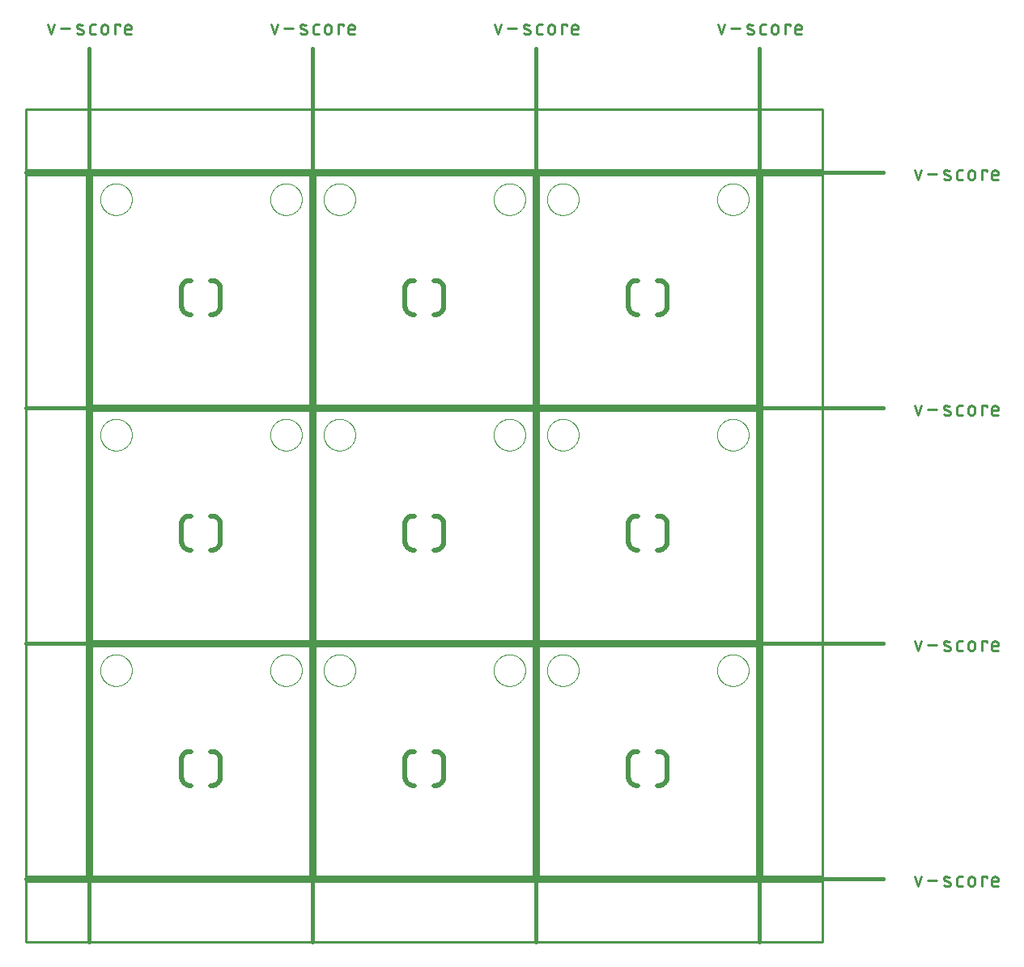
<source format=gko>
G75*
%MOIN*%
%OFA0B0*%
%FSLAX25Y25*%
%IPPOS*%
%LPD*%
%AMOC8*
5,1,8,0,0,1.08239X$1,22.5*
%
%ADD10C,0.01000*%
%ADD11C,0.02000*%
%ADD12C,0.01500*%
%ADD13C,0.01100*%
%ADD14C,0.00000*%
D10*
X0001750Y0001750D02*
X0001750Y0026750D01*
X0329750Y0026750D01*
X0329750Y0001750D01*
X0001750Y0001750D01*
X0001750Y0028750D02*
X0001750Y0317750D01*
X0026750Y0317750D01*
X0026750Y0028750D01*
X0001750Y0028750D01*
X0028750Y0028750D02*
X0118750Y0028750D01*
X0118750Y0123750D01*
X0028750Y0123750D01*
X0028750Y0028750D01*
X0120750Y0028750D02*
X0210750Y0028750D01*
X0210750Y0123750D01*
X0120750Y0123750D01*
X0120750Y0028750D01*
X0212750Y0028750D02*
X0302750Y0028750D01*
X0302750Y0123750D01*
X0212750Y0123750D01*
X0212750Y0028750D01*
X0304750Y0028750D02*
X0304750Y0317750D01*
X0329750Y0317750D01*
X0329750Y0028750D01*
X0304750Y0028750D01*
X0302750Y0125750D02*
X0212750Y0125750D01*
X0212750Y0220750D01*
X0302750Y0220750D01*
X0302750Y0125750D01*
X0210750Y0125750D02*
X0210750Y0220750D01*
X0120750Y0220750D01*
X0120750Y0125750D01*
X0210750Y0125750D01*
X0118750Y0125750D02*
X0118750Y0220750D01*
X0028750Y0220750D01*
X0028750Y0125750D01*
X0118750Y0125750D01*
X0118750Y0222750D02*
X0028750Y0222750D01*
X0028750Y0317750D01*
X0118750Y0317750D01*
X0118750Y0222750D01*
X0120750Y0222750D02*
X0210750Y0222750D01*
X0210750Y0317750D01*
X0120750Y0317750D01*
X0120750Y0222750D01*
X0212750Y0222750D02*
X0302750Y0222750D01*
X0302750Y0317750D01*
X0212750Y0317750D01*
X0212750Y0222750D01*
X0329750Y0319750D02*
X0001750Y0319750D01*
X0001750Y0344750D01*
X0329750Y0344750D01*
X0329750Y0319750D01*
D11*
X0265750Y0270750D02*
X0265750Y0264250D01*
X0265761Y0264131D01*
X0265768Y0264012D01*
X0265771Y0263892D01*
X0265770Y0263773D01*
X0265765Y0263653D01*
X0265756Y0263534D01*
X0265744Y0263415D01*
X0265727Y0263297D01*
X0265706Y0263180D01*
X0265682Y0263063D01*
X0265654Y0262947D01*
X0265621Y0262832D01*
X0265586Y0262718D01*
X0265546Y0262605D01*
X0265503Y0262494D01*
X0265456Y0262384D01*
X0265405Y0262276D01*
X0265351Y0262169D01*
X0265293Y0262065D01*
X0265232Y0261962D01*
X0265168Y0261861D01*
X0265100Y0261763D01*
X0265029Y0261667D01*
X0264955Y0261573D01*
X0264878Y0261482D01*
X0264797Y0261394D01*
X0264714Y0261308D01*
X0264629Y0261225D01*
X0264540Y0261144D01*
X0264449Y0261067D01*
X0264355Y0260993D01*
X0264259Y0260922D01*
X0264161Y0260854D01*
X0264061Y0260790D01*
X0263958Y0260728D01*
X0263853Y0260671D01*
X0263747Y0260616D01*
X0263639Y0260566D01*
X0263529Y0260519D01*
X0263418Y0260475D01*
X0263305Y0260435D01*
X0263191Y0260399D01*
X0263076Y0260367D01*
X0262960Y0260339D01*
X0262843Y0260314D01*
X0262726Y0260294D01*
X0262607Y0260277D01*
X0262489Y0260264D01*
X0262370Y0260255D01*
X0262250Y0260250D01*
X0261750Y0260250D01*
X0253750Y0260250D02*
X0253250Y0260250D01*
X0253130Y0260255D01*
X0253011Y0260264D01*
X0252893Y0260277D01*
X0252774Y0260294D01*
X0252657Y0260314D01*
X0252540Y0260339D01*
X0252424Y0260367D01*
X0252309Y0260399D01*
X0252195Y0260435D01*
X0252082Y0260475D01*
X0251971Y0260519D01*
X0251861Y0260566D01*
X0251753Y0260616D01*
X0251647Y0260671D01*
X0251542Y0260728D01*
X0251439Y0260790D01*
X0251339Y0260854D01*
X0251241Y0260922D01*
X0251145Y0260993D01*
X0251051Y0261067D01*
X0250960Y0261144D01*
X0250871Y0261225D01*
X0250786Y0261308D01*
X0250703Y0261394D01*
X0250622Y0261482D01*
X0250545Y0261573D01*
X0250471Y0261667D01*
X0250400Y0261763D01*
X0250332Y0261861D01*
X0250268Y0261962D01*
X0250207Y0262065D01*
X0250149Y0262169D01*
X0250095Y0262276D01*
X0250044Y0262384D01*
X0249997Y0262494D01*
X0249954Y0262605D01*
X0249914Y0262718D01*
X0249879Y0262832D01*
X0249846Y0262947D01*
X0249818Y0263063D01*
X0249794Y0263180D01*
X0249773Y0263297D01*
X0249756Y0263415D01*
X0249744Y0263534D01*
X0249735Y0263653D01*
X0249730Y0263773D01*
X0249729Y0263892D01*
X0249732Y0264012D01*
X0249739Y0264131D01*
X0249750Y0264250D01*
X0249750Y0270750D01*
X0249739Y0270860D01*
X0249732Y0270970D01*
X0249728Y0271080D01*
X0249729Y0271190D01*
X0249733Y0271300D01*
X0249741Y0271410D01*
X0249754Y0271520D01*
X0249770Y0271629D01*
X0249789Y0271737D01*
X0249813Y0271845D01*
X0249840Y0271952D01*
X0249872Y0272057D01*
X0249906Y0272162D01*
X0249945Y0272265D01*
X0249987Y0272367D01*
X0250033Y0272467D01*
X0250082Y0272566D01*
X0250134Y0272663D01*
X0250190Y0272758D01*
X0250250Y0272851D01*
X0250312Y0272941D01*
X0250378Y0273030D01*
X0250447Y0273116D01*
X0250518Y0273200D01*
X0250593Y0273281D01*
X0250670Y0273359D01*
X0250750Y0273435D01*
X0250833Y0273508D01*
X0250918Y0273578D01*
X0251006Y0273644D01*
X0251096Y0273708D01*
X0251188Y0273769D01*
X0251282Y0273826D01*
X0251379Y0273880D01*
X0251477Y0273930D01*
X0251576Y0273977D01*
X0251678Y0274020D01*
X0251780Y0274060D01*
X0251885Y0274096D01*
X0251990Y0274129D01*
X0252096Y0274157D01*
X0252204Y0274182D01*
X0252312Y0274204D01*
X0252421Y0274221D01*
X0252530Y0274235D01*
X0252640Y0274244D01*
X0252750Y0274250D01*
X0253750Y0274250D01*
X0261750Y0274250D02*
X0262250Y0274250D01*
X0262364Y0274253D01*
X0262477Y0274252D01*
X0262591Y0274247D01*
X0262704Y0274238D01*
X0262817Y0274226D01*
X0262929Y0274210D01*
X0263041Y0274189D01*
X0263152Y0274166D01*
X0263262Y0274138D01*
X0263371Y0274107D01*
X0263479Y0274072D01*
X0263586Y0274033D01*
X0263691Y0273991D01*
X0263795Y0273945D01*
X0263897Y0273896D01*
X0263998Y0273844D01*
X0264097Y0273788D01*
X0264193Y0273729D01*
X0264288Y0273666D01*
X0264381Y0273600D01*
X0264471Y0273532D01*
X0264559Y0273460D01*
X0264645Y0273385D01*
X0264728Y0273308D01*
X0264808Y0273228D01*
X0264885Y0273145D01*
X0264960Y0273059D01*
X0265032Y0272971D01*
X0265100Y0272881D01*
X0265166Y0272788D01*
X0265229Y0272693D01*
X0265288Y0272597D01*
X0265344Y0272498D01*
X0265396Y0272397D01*
X0265445Y0272295D01*
X0265491Y0272191D01*
X0265533Y0272086D01*
X0265572Y0271979D01*
X0265607Y0271871D01*
X0265638Y0271762D01*
X0265666Y0271652D01*
X0265689Y0271541D01*
X0265710Y0271429D01*
X0265726Y0271317D01*
X0265738Y0271204D01*
X0265747Y0271091D01*
X0265752Y0270977D01*
X0265753Y0270864D01*
X0265750Y0270750D01*
X0173750Y0270750D02*
X0173750Y0264250D01*
X0173761Y0264131D01*
X0173768Y0264012D01*
X0173771Y0263892D01*
X0173770Y0263773D01*
X0173765Y0263653D01*
X0173756Y0263534D01*
X0173744Y0263415D01*
X0173727Y0263297D01*
X0173706Y0263180D01*
X0173682Y0263063D01*
X0173654Y0262947D01*
X0173621Y0262832D01*
X0173586Y0262718D01*
X0173546Y0262605D01*
X0173503Y0262494D01*
X0173456Y0262384D01*
X0173405Y0262276D01*
X0173351Y0262169D01*
X0173293Y0262065D01*
X0173232Y0261962D01*
X0173168Y0261861D01*
X0173100Y0261763D01*
X0173029Y0261667D01*
X0172955Y0261573D01*
X0172878Y0261482D01*
X0172797Y0261394D01*
X0172714Y0261308D01*
X0172629Y0261225D01*
X0172540Y0261144D01*
X0172449Y0261067D01*
X0172355Y0260993D01*
X0172259Y0260922D01*
X0172161Y0260854D01*
X0172061Y0260790D01*
X0171958Y0260728D01*
X0171853Y0260671D01*
X0171747Y0260616D01*
X0171639Y0260566D01*
X0171529Y0260519D01*
X0171418Y0260475D01*
X0171305Y0260435D01*
X0171191Y0260399D01*
X0171076Y0260367D01*
X0170960Y0260339D01*
X0170843Y0260314D01*
X0170726Y0260294D01*
X0170607Y0260277D01*
X0170489Y0260264D01*
X0170370Y0260255D01*
X0170250Y0260250D01*
X0169750Y0260250D01*
X0161750Y0260250D02*
X0161250Y0260250D01*
X0161130Y0260255D01*
X0161011Y0260264D01*
X0160893Y0260277D01*
X0160774Y0260294D01*
X0160657Y0260314D01*
X0160540Y0260339D01*
X0160424Y0260367D01*
X0160309Y0260399D01*
X0160195Y0260435D01*
X0160082Y0260475D01*
X0159971Y0260519D01*
X0159861Y0260566D01*
X0159753Y0260616D01*
X0159647Y0260671D01*
X0159542Y0260728D01*
X0159439Y0260790D01*
X0159339Y0260854D01*
X0159241Y0260922D01*
X0159145Y0260993D01*
X0159051Y0261067D01*
X0158960Y0261144D01*
X0158871Y0261225D01*
X0158786Y0261308D01*
X0158703Y0261394D01*
X0158622Y0261482D01*
X0158545Y0261573D01*
X0158471Y0261667D01*
X0158400Y0261763D01*
X0158332Y0261861D01*
X0158268Y0261962D01*
X0158207Y0262065D01*
X0158149Y0262169D01*
X0158095Y0262276D01*
X0158044Y0262384D01*
X0157997Y0262494D01*
X0157954Y0262605D01*
X0157914Y0262718D01*
X0157879Y0262832D01*
X0157846Y0262947D01*
X0157818Y0263063D01*
X0157794Y0263180D01*
X0157773Y0263297D01*
X0157756Y0263415D01*
X0157744Y0263534D01*
X0157735Y0263653D01*
X0157730Y0263773D01*
X0157729Y0263892D01*
X0157732Y0264012D01*
X0157739Y0264131D01*
X0157750Y0264250D01*
X0157750Y0270750D01*
X0157739Y0270860D01*
X0157732Y0270970D01*
X0157728Y0271080D01*
X0157729Y0271190D01*
X0157733Y0271300D01*
X0157741Y0271410D01*
X0157754Y0271520D01*
X0157770Y0271629D01*
X0157789Y0271737D01*
X0157813Y0271845D01*
X0157840Y0271952D01*
X0157872Y0272057D01*
X0157906Y0272162D01*
X0157945Y0272265D01*
X0157987Y0272367D01*
X0158033Y0272467D01*
X0158082Y0272566D01*
X0158134Y0272663D01*
X0158190Y0272758D01*
X0158250Y0272851D01*
X0158312Y0272941D01*
X0158378Y0273030D01*
X0158447Y0273116D01*
X0158518Y0273200D01*
X0158593Y0273281D01*
X0158670Y0273359D01*
X0158750Y0273435D01*
X0158833Y0273508D01*
X0158918Y0273578D01*
X0159006Y0273644D01*
X0159096Y0273708D01*
X0159188Y0273769D01*
X0159282Y0273826D01*
X0159379Y0273880D01*
X0159477Y0273930D01*
X0159576Y0273977D01*
X0159678Y0274020D01*
X0159780Y0274060D01*
X0159885Y0274096D01*
X0159990Y0274129D01*
X0160096Y0274157D01*
X0160204Y0274182D01*
X0160312Y0274204D01*
X0160421Y0274221D01*
X0160530Y0274235D01*
X0160640Y0274244D01*
X0160750Y0274250D01*
X0161750Y0274250D01*
X0169750Y0274250D02*
X0170250Y0274250D01*
X0170364Y0274253D01*
X0170477Y0274252D01*
X0170591Y0274247D01*
X0170704Y0274238D01*
X0170817Y0274226D01*
X0170929Y0274210D01*
X0171041Y0274189D01*
X0171152Y0274166D01*
X0171262Y0274138D01*
X0171371Y0274107D01*
X0171479Y0274072D01*
X0171586Y0274033D01*
X0171691Y0273991D01*
X0171795Y0273945D01*
X0171897Y0273896D01*
X0171998Y0273844D01*
X0172097Y0273788D01*
X0172193Y0273729D01*
X0172288Y0273666D01*
X0172381Y0273600D01*
X0172471Y0273532D01*
X0172559Y0273460D01*
X0172645Y0273385D01*
X0172728Y0273308D01*
X0172808Y0273228D01*
X0172885Y0273145D01*
X0172960Y0273059D01*
X0173032Y0272971D01*
X0173100Y0272881D01*
X0173166Y0272788D01*
X0173229Y0272693D01*
X0173288Y0272597D01*
X0173344Y0272498D01*
X0173396Y0272397D01*
X0173445Y0272295D01*
X0173491Y0272191D01*
X0173533Y0272086D01*
X0173572Y0271979D01*
X0173607Y0271871D01*
X0173638Y0271762D01*
X0173666Y0271652D01*
X0173689Y0271541D01*
X0173710Y0271429D01*
X0173726Y0271317D01*
X0173738Y0271204D01*
X0173747Y0271091D01*
X0173752Y0270977D01*
X0173753Y0270864D01*
X0173750Y0270750D01*
X0081750Y0270750D02*
X0081750Y0264250D01*
X0081761Y0264131D01*
X0081768Y0264012D01*
X0081771Y0263892D01*
X0081770Y0263773D01*
X0081765Y0263653D01*
X0081756Y0263534D01*
X0081744Y0263415D01*
X0081727Y0263297D01*
X0081706Y0263180D01*
X0081682Y0263063D01*
X0081654Y0262947D01*
X0081621Y0262832D01*
X0081586Y0262718D01*
X0081546Y0262605D01*
X0081503Y0262494D01*
X0081456Y0262384D01*
X0081405Y0262276D01*
X0081351Y0262169D01*
X0081293Y0262065D01*
X0081232Y0261962D01*
X0081168Y0261861D01*
X0081100Y0261763D01*
X0081029Y0261667D01*
X0080955Y0261573D01*
X0080878Y0261482D01*
X0080797Y0261394D01*
X0080714Y0261308D01*
X0080629Y0261225D01*
X0080540Y0261144D01*
X0080449Y0261067D01*
X0080355Y0260993D01*
X0080259Y0260922D01*
X0080161Y0260854D01*
X0080061Y0260790D01*
X0079958Y0260728D01*
X0079853Y0260671D01*
X0079747Y0260616D01*
X0079639Y0260566D01*
X0079529Y0260519D01*
X0079418Y0260475D01*
X0079305Y0260435D01*
X0079191Y0260399D01*
X0079076Y0260367D01*
X0078960Y0260339D01*
X0078843Y0260314D01*
X0078726Y0260294D01*
X0078607Y0260277D01*
X0078489Y0260264D01*
X0078370Y0260255D01*
X0078250Y0260250D01*
X0077750Y0260250D01*
X0069750Y0260250D02*
X0069250Y0260250D01*
X0069130Y0260255D01*
X0069011Y0260264D01*
X0068893Y0260277D01*
X0068774Y0260294D01*
X0068657Y0260314D01*
X0068540Y0260339D01*
X0068424Y0260367D01*
X0068309Y0260399D01*
X0068195Y0260435D01*
X0068082Y0260475D01*
X0067971Y0260519D01*
X0067861Y0260566D01*
X0067753Y0260616D01*
X0067647Y0260671D01*
X0067542Y0260728D01*
X0067439Y0260790D01*
X0067339Y0260854D01*
X0067241Y0260922D01*
X0067145Y0260993D01*
X0067051Y0261067D01*
X0066960Y0261144D01*
X0066871Y0261225D01*
X0066786Y0261308D01*
X0066703Y0261394D01*
X0066622Y0261482D01*
X0066545Y0261573D01*
X0066471Y0261667D01*
X0066400Y0261763D01*
X0066332Y0261861D01*
X0066268Y0261962D01*
X0066207Y0262065D01*
X0066149Y0262169D01*
X0066095Y0262276D01*
X0066044Y0262384D01*
X0065997Y0262494D01*
X0065954Y0262605D01*
X0065914Y0262718D01*
X0065879Y0262832D01*
X0065846Y0262947D01*
X0065818Y0263063D01*
X0065794Y0263180D01*
X0065773Y0263297D01*
X0065756Y0263415D01*
X0065744Y0263534D01*
X0065735Y0263653D01*
X0065730Y0263773D01*
X0065729Y0263892D01*
X0065732Y0264012D01*
X0065739Y0264131D01*
X0065750Y0264250D01*
X0065750Y0270750D01*
X0065739Y0270860D01*
X0065732Y0270970D01*
X0065728Y0271080D01*
X0065729Y0271190D01*
X0065733Y0271300D01*
X0065741Y0271410D01*
X0065754Y0271520D01*
X0065770Y0271629D01*
X0065789Y0271737D01*
X0065813Y0271845D01*
X0065840Y0271952D01*
X0065872Y0272057D01*
X0065906Y0272162D01*
X0065945Y0272265D01*
X0065987Y0272367D01*
X0066033Y0272467D01*
X0066082Y0272566D01*
X0066134Y0272663D01*
X0066190Y0272758D01*
X0066250Y0272851D01*
X0066312Y0272941D01*
X0066378Y0273030D01*
X0066447Y0273116D01*
X0066518Y0273200D01*
X0066593Y0273281D01*
X0066670Y0273359D01*
X0066750Y0273435D01*
X0066833Y0273508D01*
X0066918Y0273578D01*
X0067006Y0273644D01*
X0067096Y0273708D01*
X0067188Y0273769D01*
X0067282Y0273826D01*
X0067379Y0273880D01*
X0067477Y0273930D01*
X0067576Y0273977D01*
X0067678Y0274020D01*
X0067780Y0274060D01*
X0067885Y0274096D01*
X0067990Y0274129D01*
X0068096Y0274157D01*
X0068204Y0274182D01*
X0068312Y0274204D01*
X0068421Y0274221D01*
X0068530Y0274235D01*
X0068640Y0274244D01*
X0068750Y0274250D01*
X0069750Y0274250D01*
X0077750Y0274250D02*
X0078250Y0274250D01*
X0078364Y0274253D01*
X0078477Y0274252D01*
X0078591Y0274247D01*
X0078704Y0274238D01*
X0078817Y0274226D01*
X0078929Y0274210D01*
X0079041Y0274189D01*
X0079152Y0274166D01*
X0079262Y0274138D01*
X0079371Y0274107D01*
X0079479Y0274072D01*
X0079586Y0274033D01*
X0079691Y0273991D01*
X0079795Y0273945D01*
X0079897Y0273896D01*
X0079998Y0273844D01*
X0080097Y0273788D01*
X0080193Y0273729D01*
X0080288Y0273666D01*
X0080381Y0273600D01*
X0080471Y0273532D01*
X0080559Y0273460D01*
X0080645Y0273385D01*
X0080728Y0273308D01*
X0080808Y0273228D01*
X0080885Y0273145D01*
X0080960Y0273059D01*
X0081032Y0272971D01*
X0081100Y0272881D01*
X0081166Y0272788D01*
X0081229Y0272693D01*
X0081288Y0272597D01*
X0081344Y0272498D01*
X0081396Y0272397D01*
X0081445Y0272295D01*
X0081491Y0272191D01*
X0081533Y0272086D01*
X0081572Y0271979D01*
X0081607Y0271871D01*
X0081638Y0271762D01*
X0081666Y0271652D01*
X0081689Y0271541D01*
X0081710Y0271429D01*
X0081726Y0271317D01*
X0081738Y0271204D01*
X0081747Y0271091D01*
X0081752Y0270977D01*
X0081753Y0270864D01*
X0081750Y0270750D01*
X0078250Y0177250D02*
X0077750Y0177250D01*
X0078250Y0177250D02*
X0078364Y0177253D01*
X0078477Y0177252D01*
X0078591Y0177247D01*
X0078704Y0177238D01*
X0078817Y0177226D01*
X0078929Y0177210D01*
X0079041Y0177189D01*
X0079152Y0177166D01*
X0079262Y0177138D01*
X0079371Y0177107D01*
X0079479Y0177072D01*
X0079586Y0177033D01*
X0079691Y0176991D01*
X0079795Y0176945D01*
X0079897Y0176896D01*
X0079998Y0176844D01*
X0080097Y0176788D01*
X0080193Y0176729D01*
X0080288Y0176666D01*
X0080381Y0176600D01*
X0080471Y0176532D01*
X0080559Y0176460D01*
X0080645Y0176385D01*
X0080728Y0176308D01*
X0080808Y0176228D01*
X0080885Y0176145D01*
X0080960Y0176059D01*
X0081032Y0175971D01*
X0081100Y0175881D01*
X0081166Y0175788D01*
X0081229Y0175693D01*
X0081288Y0175597D01*
X0081344Y0175498D01*
X0081396Y0175397D01*
X0081445Y0175295D01*
X0081491Y0175191D01*
X0081533Y0175086D01*
X0081572Y0174979D01*
X0081607Y0174871D01*
X0081638Y0174762D01*
X0081666Y0174652D01*
X0081689Y0174541D01*
X0081710Y0174429D01*
X0081726Y0174317D01*
X0081738Y0174204D01*
X0081747Y0174091D01*
X0081752Y0173977D01*
X0081753Y0173864D01*
X0081750Y0173750D01*
X0081750Y0167250D01*
X0081761Y0167131D01*
X0081768Y0167012D01*
X0081771Y0166892D01*
X0081770Y0166773D01*
X0081765Y0166653D01*
X0081756Y0166534D01*
X0081744Y0166415D01*
X0081727Y0166297D01*
X0081706Y0166180D01*
X0081682Y0166063D01*
X0081654Y0165947D01*
X0081621Y0165832D01*
X0081586Y0165718D01*
X0081546Y0165605D01*
X0081503Y0165494D01*
X0081456Y0165384D01*
X0081405Y0165276D01*
X0081351Y0165169D01*
X0081293Y0165065D01*
X0081232Y0164962D01*
X0081168Y0164861D01*
X0081100Y0164763D01*
X0081029Y0164667D01*
X0080955Y0164573D01*
X0080878Y0164482D01*
X0080797Y0164394D01*
X0080714Y0164308D01*
X0080629Y0164225D01*
X0080540Y0164144D01*
X0080449Y0164067D01*
X0080355Y0163993D01*
X0080259Y0163922D01*
X0080161Y0163854D01*
X0080061Y0163790D01*
X0079958Y0163728D01*
X0079853Y0163671D01*
X0079747Y0163616D01*
X0079639Y0163566D01*
X0079529Y0163519D01*
X0079418Y0163475D01*
X0079305Y0163435D01*
X0079191Y0163399D01*
X0079076Y0163367D01*
X0078960Y0163339D01*
X0078843Y0163314D01*
X0078726Y0163294D01*
X0078607Y0163277D01*
X0078489Y0163264D01*
X0078370Y0163255D01*
X0078250Y0163250D01*
X0077750Y0163250D01*
X0069750Y0163250D02*
X0069250Y0163250D01*
X0069130Y0163255D01*
X0069011Y0163264D01*
X0068893Y0163277D01*
X0068774Y0163294D01*
X0068657Y0163314D01*
X0068540Y0163339D01*
X0068424Y0163367D01*
X0068309Y0163399D01*
X0068195Y0163435D01*
X0068082Y0163475D01*
X0067971Y0163519D01*
X0067861Y0163566D01*
X0067753Y0163616D01*
X0067647Y0163671D01*
X0067542Y0163728D01*
X0067439Y0163790D01*
X0067339Y0163854D01*
X0067241Y0163922D01*
X0067145Y0163993D01*
X0067051Y0164067D01*
X0066960Y0164144D01*
X0066871Y0164225D01*
X0066786Y0164308D01*
X0066703Y0164394D01*
X0066622Y0164482D01*
X0066545Y0164573D01*
X0066471Y0164667D01*
X0066400Y0164763D01*
X0066332Y0164861D01*
X0066268Y0164962D01*
X0066207Y0165065D01*
X0066149Y0165169D01*
X0066095Y0165276D01*
X0066044Y0165384D01*
X0065997Y0165494D01*
X0065954Y0165605D01*
X0065914Y0165718D01*
X0065879Y0165832D01*
X0065846Y0165947D01*
X0065818Y0166063D01*
X0065794Y0166180D01*
X0065773Y0166297D01*
X0065756Y0166415D01*
X0065744Y0166534D01*
X0065735Y0166653D01*
X0065730Y0166773D01*
X0065729Y0166892D01*
X0065732Y0167012D01*
X0065739Y0167131D01*
X0065750Y0167250D01*
X0065750Y0173750D01*
X0065739Y0173860D01*
X0065732Y0173970D01*
X0065728Y0174080D01*
X0065729Y0174190D01*
X0065733Y0174300D01*
X0065741Y0174410D01*
X0065754Y0174520D01*
X0065770Y0174629D01*
X0065789Y0174737D01*
X0065813Y0174845D01*
X0065840Y0174952D01*
X0065872Y0175057D01*
X0065906Y0175162D01*
X0065945Y0175265D01*
X0065987Y0175367D01*
X0066033Y0175467D01*
X0066082Y0175566D01*
X0066134Y0175663D01*
X0066190Y0175758D01*
X0066250Y0175851D01*
X0066312Y0175941D01*
X0066378Y0176030D01*
X0066447Y0176116D01*
X0066518Y0176200D01*
X0066593Y0176281D01*
X0066670Y0176359D01*
X0066750Y0176435D01*
X0066833Y0176508D01*
X0066918Y0176578D01*
X0067006Y0176644D01*
X0067096Y0176708D01*
X0067188Y0176769D01*
X0067282Y0176826D01*
X0067379Y0176880D01*
X0067477Y0176930D01*
X0067576Y0176977D01*
X0067678Y0177020D01*
X0067780Y0177060D01*
X0067885Y0177096D01*
X0067990Y0177129D01*
X0068096Y0177157D01*
X0068204Y0177182D01*
X0068312Y0177204D01*
X0068421Y0177221D01*
X0068530Y0177235D01*
X0068640Y0177244D01*
X0068750Y0177250D01*
X0069750Y0177250D01*
X0157750Y0173750D02*
X0157750Y0167250D01*
X0157739Y0167131D01*
X0157732Y0167012D01*
X0157729Y0166892D01*
X0157730Y0166773D01*
X0157735Y0166653D01*
X0157744Y0166534D01*
X0157756Y0166415D01*
X0157773Y0166297D01*
X0157794Y0166180D01*
X0157818Y0166063D01*
X0157846Y0165947D01*
X0157879Y0165832D01*
X0157914Y0165718D01*
X0157954Y0165605D01*
X0157997Y0165494D01*
X0158044Y0165384D01*
X0158095Y0165276D01*
X0158149Y0165169D01*
X0158207Y0165065D01*
X0158268Y0164962D01*
X0158332Y0164861D01*
X0158400Y0164763D01*
X0158471Y0164667D01*
X0158545Y0164573D01*
X0158622Y0164482D01*
X0158703Y0164394D01*
X0158786Y0164308D01*
X0158871Y0164225D01*
X0158960Y0164144D01*
X0159051Y0164067D01*
X0159145Y0163993D01*
X0159241Y0163922D01*
X0159339Y0163854D01*
X0159439Y0163790D01*
X0159542Y0163728D01*
X0159647Y0163671D01*
X0159753Y0163616D01*
X0159861Y0163566D01*
X0159971Y0163519D01*
X0160082Y0163475D01*
X0160195Y0163435D01*
X0160309Y0163399D01*
X0160424Y0163367D01*
X0160540Y0163339D01*
X0160657Y0163314D01*
X0160774Y0163294D01*
X0160893Y0163277D01*
X0161011Y0163264D01*
X0161130Y0163255D01*
X0161250Y0163250D01*
X0161750Y0163250D01*
X0169750Y0163250D02*
X0170250Y0163250D01*
X0170370Y0163255D01*
X0170489Y0163264D01*
X0170607Y0163277D01*
X0170726Y0163294D01*
X0170843Y0163314D01*
X0170960Y0163339D01*
X0171076Y0163367D01*
X0171191Y0163399D01*
X0171305Y0163435D01*
X0171418Y0163475D01*
X0171529Y0163519D01*
X0171639Y0163566D01*
X0171747Y0163616D01*
X0171853Y0163671D01*
X0171958Y0163728D01*
X0172061Y0163790D01*
X0172161Y0163854D01*
X0172259Y0163922D01*
X0172355Y0163993D01*
X0172449Y0164067D01*
X0172540Y0164144D01*
X0172629Y0164225D01*
X0172714Y0164308D01*
X0172797Y0164394D01*
X0172878Y0164482D01*
X0172955Y0164573D01*
X0173029Y0164667D01*
X0173100Y0164763D01*
X0173168Y0164861D01*
X0173232Y0164962D01*
X0173293Y0165065D01*
X0173351Y0165169D01*
X0173405Y0165276D01*
X0173456Y0165384D01*
X0173503Y0165494D01*
X0173546Y0165605D01*
X0173586Y0165718D01*
X0173621Y0165832D01*
X0173654Y0165947D01*
X0173682Y0166063D01*
X0173706Y0166180D01*
X0173727Y0166297D01*
X0173744Y0166415D01*
X0173756Y0166534D01*
X0173765Y0166653D01*
X0173770Y0166773D01*
X0173771Y0166892D01*
X0173768Y0167012D01*
X0173761Y0167131D01*
X0173750Y0167250D01*
X0173750Y0173750D01*
X0173753Y0173864D01*
X0173752Y0173977D01*
X0173747Y0174091D01*
X0173738Y0174204D01*
X0173726Y0174317D01*
X0173710Y0174429D01*
X0173689Y0174541D01*
X0173666Y0174652D01*
X0173638Y0174762D01*
X0173607Y0174871D01*
X0173572Y0174979D01*
X0173533Y0175086D01*
X0173491Y0175191D01*
X0173445Y0175295D01*
X0173396Y0175397D01*
X0173344Y0175498D01*
X0173288Y0175597D01*
X0173229Y0175693D01*
X0173166Y0175788D01*
X0173100Y0175881D01*
X0173032Y0175971D01*
X0172960Y0176059D01*
X0172885Y0176145D01*
X0172808Y0176228D01*
X0172728Y0176308D01*
X0172645Y0176385D01*
X0172559Y0176460D01*
X0172471Y0176532D01*
X0172381Y0176600D01*
X0172288Y0176666D01*
X0172193Y0176729D01*
X0172097Y0176788D01*
X0171998Y0176844D01*
X0171897Y0176896D01*
X0171795Y0176945D01*
X0171691Y0176991D01*
X0171586Y0177033D01*
X0171479Y0177072D01*
X0171371Y0177107D01*
X0171262Y0177138D01*
X0171152Y0177166D01*
X0171041Y0177189D01*
X0170929Y0177210D01*
X0170817Y0177226D01*
X0170704Y0177238D01*
X0170591Y0177247D01*
X0170477Y0177252D01*
X0170364Y0177253D01*
X0170250Y0177250D01*
X0169750Y0177250D01*
X0161750Y0177250D02*
X0160750Y0177250D01*
X0160640Y0177244D01*
X0160530Y0177235D01*
X0160421Y0177221D01*
X0160312Y0177204D01*
X0160204Y0177182D01*
X0160096Y0177157D01*
X0159990Y0177129D01*
X0159885Y0177096D01*
X0159780Y0177060D01*
X0159678Y0177020D01*
X0159576Y0176977D01*
X0159477Y0176930D01*
X0159379Y0176880D01*
X0159282Y0176826D01*
X0159188Y0176769D01*
X0159096Y0176708D01*
X0159006Y0176644D01*
X0158918Y0176578D01*
X0158833Y0176508D01*
X0158750Y0176435D01*
X0158670Y0176359D01*
X0158593Y0176281D01*
X0158518Y0176200D01*
X0158447Y0176116D01*
X0158378Y0176030D01*
X0158312Y0175941D01*
X0158250Y0175851D01*
X0158190Y0175758D01*
X0158134Y0175663D01*
X0158082Y0175566D01*
X0158033Y0175467D01*
X0157987Y0175367D01*
X0157945Y0175265D01*
X0157906Y0175162D01*
X0157872Y0175057D01*
X0157840Y0174952D01*
X0157813Y0174845D01*
X0157789Y0174737D01*
X0157770Y0174629D01*
X0157754Y0174520D01*
X0157741Y0174410D01*
X0157733Y0174300D01*
X0157729Y0174190D01*
X0157728Y0174080D01*
X0157732Y0173970D01*
X0157739Y0173860D01*
X0157750Y0173750D01*
X0249750Y0173750D02*
X0249750Y0167250D01*
X0249739Y0167131D01*
X0249732Y0167012D01*
X0249729Y0166892D01*
X0249730Y0166773D01*
X0249735Y0166653D01*
X0249744Y0166534D01*
X0249756Y0166415D01*
X0249773Y0166297D01*
X0249794Y0166180D01*
X0249818Y0166063D01*
X0249846Y0165947D01*
X0249879Y0165832D01*
X0249914Y0165718D01*
X0249954Y0165605D01*
X0249997Y0165494D01*
X0250044Y0165384D01*
X0250095Y0165276D01*
X0250149Y0165169D01*
X0250207Y0165065D01*
X0250268Y0164962D01*
X0250332Y0164861D01*
X0250400Y0164763D01*
X0250471Y0164667D01*
X0250545Y0164573D01*
X0250622Y0164482D01*
X0250703Y0164394D01*
X0250786Y0164308D01*
X0250871Y0164225D01*
X0250960Y0164144D01*
X0251051Y0164067D01*
X0251145Y0163993D01*
X0251241Y0163922D01*
X0251339Y0163854D01*
X0251439Y0163790D01*
X0251542Y0163728D01*
X0251647Y0163671D01*
X0251753Y0163616D01*
X0251861Y0163566D01*
X0251971Y0163519D01*
X0252082Y0163475D01*
X0252195Y0163435D01*
X0252309Y0163399D01*
X0252424Y0163367D01*
X0252540Y0163339D01*
X0252657Y0163314D01*
X0252774Y0163294D01*
X0252893Y0163277D01*
X0253011Y0163264D01*
X0253130Y0163255D01*
X0253250Y0163250D01*
X0253750Y0163250D01*
X0261750Y0163250D02*
X0262250Y0163250D01*
X0262370Y0163255D01*
X0262489Y0163264D01*
X0262607Y0163277D01*
X0262726Y0163294D01*
X0262843Y0163314D01*
X0262960Y0163339D01*
X0263076Y0163367D01*
X0263191Y0163399D01*
X0263305Y0163435D01*
X0263418Y0163475D01*
X0263529Y0163519D01*
X0263639Y0163566D01*
X0263747Y0163616D01*
X0263853Y0163671D01*
X0263958Y0163728D01*
X0264061Y0163790D01*
X0264161Y0163854D01*
X0264259Y0163922D01*
X0264355Y0163993D01*
X0264449Y0164067D01*
X0264540Y0164144D01*
X0264629Y0164225D01*
X0264714Y0164308D01*
X0264797Y0164394D01*
X0264878Y0164482D01*
X0264955Y0164573D01*
X0265029Y0164667D01*
X0265100Y0164763D01*
X0265168Y0164861D01*
X0265232Y0164962D01*
X0265293Y0165065D01*
X0265351Y0165169D01*
X0265405Y0165276D01*
X0265456Y0165384D01*
X0265503Y0165494D01*
X0265546Y0165605D01*
X0265586Y0165718D01*
X0265621Y0165832D01*
X0265654Y0165947D01*
X0265682Y0166063D01*
X0265706Y0166180D01*
X0265727Y0166297D01*
X0265744Y0166415D01*
X0265756Y0166534D01*
X0265765Y0166653D01*
X0265770Y0166773D01*
X0265771Y0166892D01*
X0265768Y0167012D01*
X0265761Y0167131D01*
X0265750Y0167250D01*
X0265750Y0173750D01*
X0265753Y0173864D01*
X0265752Y0173977D01*
X0265747Y0174091D01*
X0265738Y0174204D01*
X0265726Y0174317D01*
X0265710Y0174429D01*
X0265689Y0174541D01*
X0265666Y0174652D01*
X0265638Y0174762D01*
X0265607Y0174871D01*
X0265572Y0174979D01*
X0265533Y0175086D01*
X0265491Y0175191D01*
X0265445Y0175295D01*
X0265396Y0175397D01*
X0265344Y0175498D01*
X0265288Y0175597D01*
X0265229Y0175693D01*
X0265166Y0175788D01*
X0265100Y0175881D01*
X0265032Y0175971D01*
X0264960Y0176059D01*
X0264885Y0176145D01*
X0264808Y0176228D01*
X0264728Y0176308D01*
X0264645Y0176385D01*
X0264559Y0176460D01*
X0264471Y0176532D01*
X0264381Y0176600D01*
X0264288Y0176666D01*
X0264193Y0176729D01*
X0264097Y0176788D01*
X0263998Y0176844D01*
X0263897Y0176896D01*
X0263795Y0176945D01*
X0263691Y0176991D01*
X0263586Y0177033D01*
X0263479Y0177072D01*
X0263371Y0177107D01*
X0263262Y0177138D01*
X0263152Y0177166D01*
X0263041Y0177189D01*
X0262929Y0177210D01*
X0262817Y0177226D01*
X0262704Y0177238D01*
X0262591Y0177247D01*
X0262477Y0177252D01*
X0262364Y0177253D01*
X0262250Y0177250D01*
X0261750Y0177250D01*
X0253750Y0177250D02*
X0252750Y0177250D01*
X0252640Y0177244D01*
X0252530Y0177235D01*
X0252421Y0177221D01*
X0252312Y0177204D01*
X0252204Y0177182D01*
X0252096Y0177157D01*
X0251990Y0177129D01*
X0251885Y0177096D01*
X0251780Y0177060D01*
X0251678Y0177020D01*
X0251576Y0176977D01*
X0251477Y0176930D01*
X0251379Y0176880D01*
X0251282Y0176826D01*
X0251188Y0176769D01*
X0251096Y0176708D01*
X0251006Y0176644D01*
X0250918Y0176578D01*
X0250833Y0176508D01*
X0250750Y0176435D01*
X0250670Y0176359D01*
X0250593Y0176281D01*
X0250518Y0176200D01*
X0250447Y0176116D01*
X0250378Y0176030D01*
X0250312Y0175941D01*
X0250250Y0175851D01*
X0250190Y0175758D01*
X0250134Y0175663D01*
X0250082Y0175566D01*
X0250033Y0175467D01*
X0249987Y0175367D01*
X0249945Y0175265D01*
X0249906Y0175162D01*
X0249872Y0175057D01*
X0249840Y0174952D01*
X0249813Y0174845D01*
X0249789Y0174737D01*
X0249770Y0174629D01*
X0249754Y0174520D01*
X0249741Y0174410D01*
X0249733Y0174300D01*
X0249729Y0174190D01*
X0249728Y0174080D01*
X0249732Y0173970D01*
X0249739Y0173860D01*
X0249750Y0173750D01*
X0252750Y0080250D02*
X0253750Y0080250D01*
X0252750Y0080250D02*
X0252640Y0080244D01*
X0252530Y0080235D01*
X0252421Y0080221D01*
X0252312Y0080204D01*
X0252204Y0080182D01*
X0252096Y0080157D01*
X0251990Y0080129D01*
X0251885Y0080096D01*
X0251780Y0080060D01*
X0251678Y0080020D01*
X0251576Y0079977D01*
X0251477Y0079930D01*
X0251379Y0079880D01*
X0251282Y0079826D01*
X0251188Y0079769D01*
X0251096Y0079708D01*
X0251006Y0079644D01*
X0250918Y0079578D01*
X0250833Y0079508D01*
X0250750Y0079435D01*
X0250670Y0079359D01*
X0250593Y0079281D01*
X0250518Y0079200D01*
X0250447Y0079116D01*
X0250378Y0079030D01*
X0250312Y0078941D01*
X0250250Y0078851D01*
X0250190Y0078758D01*
X0250134Y0078663D01*
X0250082Y0078566D01*
X0250033Y0078467D01*
X0249987Y0078367D01*
X0249945Y0078265D01*
X0249906Y0078162D01*
X0249872Y0078057D01*
X0249840Y0077952D01*
X0249813Y0077845D01*
X0249789Y0077737D01*
X0249770Y0077629D01*
X0249754Y0077520D01*
X0249741Y0077410D01*
X0249733Y0077300D01*
X0249729Y0077190D01*
X0249728Y0077080D01*
X0249732Y0076970D01*
X0249739Y0076860D01*
X0249750Y0076750D01*
X0249750Y0070250D01*
X0249739Y0070131D01*
X0249732Y0070012D01*
X0249729Y0069892D01*
X0249730Y0069773D01*
X0249735Y0069653D01*
X0249744Y0069534D01*
X0249756Y0069415D01*
X0249773Y0069297D01*
X0249794Y0069180D01*
X0249818Y0069063D01*
X0249846Y0068947D01*
X0249879Y0068832D01*
X0249914Y0068718D01*
X0249954Y0068605D01*
X0249997Y0068494D01*
X0250044Y0068384D01*
X0250095Y0068276D01*
X0250149Y0068169D01*
X0250207Y0068065D01*
X0250268Y0067962D01*
X0250332Y0067861D01*
X0250400Y0067763D01*
X0250471Y0067667D01*
X0250545Y0067573D01*
X0250622Y0067482D01*
X0250703Y0067394D01*
X0250786Y0067308D01*
X0250871Y0067225D01*
X0250960Y0067144D01*
X0251051Y0067067D01*
X0251145Y0066993D01*
X0251241Y0066922D01*
X0251339Y0066854D01*
X0251439Y0066790D01*
X0251542Y0066728D01*
X0251647Y0066671D01*
X0251753Y0066616D01*
X0251861Y0066566D01*
X0251971Y0066519D01*
X0252082Y0066475D01*
X0252195Y0066435D01*
X0252309Y0066399D01*
X0252424Y0066367D01*
X0252540Y0066339D01*
X0252657Y0066314D01*
X0252774Y0066294D01*
X0252893Y0066277D01*
X0253011Y0066264D01*
X0253130Y0066255D01*
X0253250Y0066250D01*
X0253750Y0066250D01*
X0261750Y0066250D02*
X0262250Y0066250D01*
X0262370Y0066255D01*
X0262489Y0066264D01*
X0262607Y0066277D01*
X0262726Y0066294D01*
X0262843Y0066314D01*
X0262960Y0066339D01*
X0263076Y0066367D01*
X0263191Y0066399D01*
X0263305Y0066435D01*
X0263418Y0066475D01*
X0263529Y0066519D01*
X0263639Y0066566D01*
X0263747Y0066616D01*
X0263853Y0066671D01*
X0263958Y0066728D01*
X0264061Y0066790D01*
X0264161Y0066854D01*
X0264259Y0066922D01*
X0264355Y0066993D01*
X0264449Y0067067D01*
X0264540Y0067144D01*
X0264629Y0067225D01*
X0264714Y0067308D01*
X0264797Y0067394D01*
X0264878Y0067482D01*
X0264955Y0067573D01*
X0265029Y0067667D01*
X0265100Y0067763D01*
X0265168Y0067861D01*
X0265232Y0067962D01*
X0265293Y0068065D01*
X0265351Y0068169D01*
X0265405Y0068276D01*
X0265456Y0068384D01*
X0265503Y0068494D01*
X0265546Y0068605D01*
X0265586Y0068718D01*
X0265621Y0068832D01*
X0265654Y0068947D01*
X0265682Y0069063D01*
X0265706Y0069180D01*
X0265727Y0069297D01*
X0265744Y0069415D01*
X0265756Y0069534D01*
X0265765Y0069653D01*
X0265770Y0069773D01*
X0265771Y0069892D01*
X0265768Y0070012D01*
X0265761Y0070131D01*
X0265750Y0070250D01*
X0265750Y0076750D01*
X0265753Y0076864D01*
X0265752Y0076977D01*
X0265747Y0077091D01*
X0265738Y0077204D01*
X0265726Y0077317D01*
X0265710Y0077429D01*
X0265689Y0077541D01*
X0265666Y0077652D01*
X0265638Y0077762D01*
X0265607Y0077871D01*
X0265572Y0077979D01*
X0265533Y0078086D01*
X0265491Y0078191D01*
X0265445Y0078295D01*
X0265396Y0078397D01*
X0265344Y0078498D01*
X0265288Y0078597D01*
X0265229Y0078693D01*
X0265166Y0078788D01*
X0265100Y0078881D01*
X0265032Y0078971D01*
X0264960Y0079059D01*
X0264885Y0079145D01*
X0264808Y0079228D01*
X0264728Y0079308D01*
X0264645Y0079385D01*
X0264559Y0079460D01*
X0264471Y0079532D01*
X0264381Y0079600D01*
X0264288Y0079666D01*
X0264193Y0079729D01*
X0264097Y0079788D01*
X0263998Y0079844D01*
X0263897Y0079896D01*
X0263795Y0079945D01*
X0263691Y0079991D01*
X0263586Y0080033D01*
X0263479Y0080072D01*
X0263371Y0080107D01*
X0263262Y0080138D01*
X0263152Y0080166D01*
X0263041Y0080189D01*
X0262929Y0080210D01*
X0262817Y0080226D01*
X0262704Y0080238D01*
X0262591Y0080247D01*
X0262477Y0080252D01*
X0262364Y0080253D01*
X0262250Y0080250D01*
X0261750Y0080250D01*
X0173750Y0076750D02*
X0173750Y0070250D01*
X0173761Y0070131D01*
X0173768Y0070012D01*
X0173771Y0069892D01*
X0173770Y0069773D01*
X0173765Y0069653D01*
X0173756Y0069534D01*
X0173744Y0069415D01*
X0173727Y0069297D01*
X0173706Y0069180D01*
X0173682Y0069063D01*
X0173654Y0068947D01*
X0173621Y0068832D01*
X0173586Y0068718D01*
X0173546Y0068605D01*
X0173503Y0068494D01*
X0173456Y0068384D01*
X0173405Y0068276D01*
X0173351Y0068169D01*
X0173293Y0068065D01*
X0173232Y0067962D01*
X0173168Y0067861D01*
X0173100Y0067763D01*
X0173029Y0067667D01*
X0172955Y0067573D01*
X0172878Y0067482D01*
X0172797Y0067394D01*
X0172714Y0067308D01*
X0172629Y0067225D01*
X0172540Y0067144D01*
X0172449Y0067067D01*
X0172355Y0066993D01*
X0172259Y0066922D01*
X0172161Y0066854D01*
X0172061Y0066790D01*
X0171958Y0066728D01*
X0171853Y0066671D01*
X0171747Y0066616D01*
X0171639Y0066566D01*
X0171529Y0066519D01*
X0171418Y0066475D01*
X0171305Y0066435D01*
X0171191Y0066399D01*
X0171076Y0066367D01*
X0170960Y0066339D01*
X0170843Y0066314D01*
X0170726Y0066294D01*
X0170607Y0066277D01*
X0170489Y0066264D01*
X0170370Y0066255D01*
X0170250Y0066250D01*
X0169750Y0066250D01*
X0161750Y0066250D02*
X0161250Y0066250D01*
X0161130Y0066255D01*
X0161011Y0066264D01*
X0160893Y0066277D01*
X0160774Y0066294D01*
X0160657Y0066314D01*
X0160540Y0066339D01*
X0160424Y0066367D01*
X0160309Y0066399D01*
X0160195Y0066435D01*
X0160082Y0066475D01*
X0159971Y0066519D01*
X0159861Y0066566D01*
X0159753Y0066616D01*
X0159647Y0066671D01*
X0159542Y0066728D01*
X0159439Y0066790D01*
X0159339Y0066854D01*
X0159241Y0066922D01*
X0159145Y0066993D01*
X0159051Y0067067D01*
X0158960Y0067144D01*
X0158871Y0067225D01*
X0158786Y0067308D01*
X0158703Y0067394D01*
X0158622Y0067482D01*
X0158545Y0067573D01*
X0158471Y0067667D01*
X0158400Y0067763D01*
X0158332Y0067861D01*
X0158268Y0067962D01*
X0158207Y0068065D01*
X0158149Y0068169D01*
X0158095Y0068276D01*
X0158044Y0068384D01*
X0157997Y0068494D01*
X0157954Y0068605D01*
X0157914Y0068718D01*
X0157879Y0068832D01*
X0157846Y0068947D01*
X0157818Y0069063D01*
X0157794Y0069180D01*
X0157773Y0069297D01*
X0157756Y0069415D01*
X0157744Y0069534D01*
X0157735Y0069653D01*
X0157730Y0069773D01*
X0157729Y0069892D01*
X0157732Y0070012D01*
X0157739Y0070131D01*
X0157750Y0070250D01*
X0157750Y0076750D01*
X0157739Y0076860D01*
X0157732Y0076970D01*
X0157728Y0077080D01*
X0157729Y0077190D01*
X0157733Y0077300D01*
X0157741Y0077410D01*
X0157754Y0077520D01*
X0157770Y0077629D01*
X0157789Y0077737D01*
X0157813Y0077845D01*
X0157840Y0077952D01*
X0157872Y0078057D01*
X0157906Y0078162D01*
X0157945Y0078265D01*
X0157987Y0078367D01*
X0158033Y0078467D01*
X0158082Y0078566D01*
X0158134Y0078663D01*
X0158190Y0078758D01*
X0158250Y0078851D01*
X0158312Y0078941D01*
X0158378Y0079030D01*
X0158447Y0079116D01*
X0158518Y0079200D01*
X0158593Y0079281D01*
X0158670Y0079359D01*
X0158750Y0079435D01*
X0158833Y0079508D01*
X0158918Y0079578D01*
X0159006Y0079644D01*
X0159096Y0079708D01*
X0159188Y0079769D01*
X0159282Y0079826D01*
X0159379Y0079880D01*
X0159477Y0079930D01*
X0159576Y0079977D01*
X0159678Y0080020D01*
X0159780Y0080060D01*
X0159885Y0080096D01*
X0159990Y0080129D01*
X0160096Y0080157D01*
X0160204Y0080182D01*
X0160312Y0080204D01*
X0160421Y0080221D01*
X0160530Y0080235D01*
X0160640Y0080244D01*
X0160750Y0080250D01*
X0161750Y0080250D01*
X0169750Y0080250D02*
X0170250Y0080250D01*
X0170364Y0080253D01*
X0170477Y0080252D01*
X0170591Y0080247D01*
X0170704Y0080238D01*
X0170817Y0080226D01*
X0170929Y0080210D01*
X0171041Y0080189D01*
X0171152Y0080166D01*
X0171262Y0080138D01*
X0171371Y0080107D01*
X0171479Y0080072D01*
X0171586Y0080033D01*
X0171691Y0079991D01*
X0171795Y0079945D01*
X0171897Y0079896D01*
X0171998Y0079844D01*
X0172097Y0079788D01*
X0172193Y0079729D01*
X0172288Y0079666D01*
X0172381Y0079600D01*
X0172471Y0079532D01*
X0172559Y0079460D01*
X0172645Y0079385D01*
X0172728Y0079308D01*
X0172808Y0079228D01*
X0172885Y0079145D01*
X0172960Y0079059D01*
X0173032Y0078971D01*
X0173100Y0078881D01*
X0173166Y0078788D01*
X0173229Y0078693D01*
X0173288Y0078597D01*
X0173344Y0078498D01*
X0173396Y0078397D01*
X0173445Y0078295D01*
X0173491Y0078191D01*
X0173533Y0078086D01*
X0173572Y0077979D01*
X0173607Y0077871D01*
X0173638Y0077762D01*
X0173666Y0077652D01*
X0173689Y0077541D01*
X0173710Y0077429D01*
X0173726Y0077317D01*
X0173738Y0077204D01*
X0173747Y0077091D01*
X0173752Y0076977D01*
X0173753Y0076864D01*
X0173750Y0076750D01*
X0081750Y0076750D02*
X0081750Y0070250D01*
X0081761Y0070131D01*
X0081768Y0070012D01*
X0081771Y0069892D01*
X0081770Y0069773D01*
X0081765Y0069653D01*
X0081756Y0069534D01*
X0081744Y0069415D01*
X0081727Y0069297D01*
X0081706Y0069180D01*
X0081682Y0069063D01*
X0081654Y0068947D01*
X0081621Y0068832D01*
X0081586Y0068718D01*
X0081546Y0068605D01*
X0081503Y0068494D01*
X0081456Y0068384D01*
X0081405Y0068276D01*
X0081351Y0068169D01*
X0081293Y0068065D01*
X0081232Y0067962D01*
X0081168Y0067861D01*
X0081100Y0067763D01*
X0081029Y0067667D01*
X0080955Y0067573D01*
X0080878Y0067482D01*
X0080797Y0067394D01*
X0080714Y0067308D01*
X0080629Y0067225D01*
X0080540Y0067144D01*
X0080449Y0067067D01*
X0080355Y0066993D01*
X0080259Y0066922D01*
X0080161Y0066854D01*
X0080061Y0066790D01*
X0079958Y0066728D01*
X0079853Y0066671D01*
X0079747Y0066616D01*
X0079639Y0066566D01*
X0079529Y0066519D01*
X0079418Y0066475D01*
X0079305Y0066435D01*
X0079191Y0066399D01*
X0079076Y0066367D01*
X0078960Y0066339D01*
X0078843Y0066314D01*
X0078726Y0066294D01*
X0078607Y0066277D01*
X0078489Y0066264D01*
X0078370Y0066255D01*
X0078250Y0066250D01*
X0077750Y0066250D01*
X0069750Y0066250D02*
X0069250Y0066250D01*
X0069130Y0066255D01*
X0069011Y0066264D01*
X0068893Y0066277D01*
X0068774Y0066294D01*
X0068657Y0066314D01*
X0068540Y0066339D01*
X0068424Y0066367D01*
X0068309Y0066399D01*
X0068195Y0066435D01*
X0068082Y0066475D01*
X0067971Y0066519D01*
X0067861Y0066566D01*
X0067753Y0066616D01*
X0067647Y0066671D01*
X0067542Y0066728D01*
X0067439Y0066790D01*
X0067339Y0066854D01*
X0067241Y0066922D01*
X0067145Y0066993D01*
X0067051Y0067067D01*
X0066960Y0067144D01*
X0066871Y0067225D01*
X0066786Y0067308D01*
X0066703Y0067394D01*
X0066622Y0067482D01*
X0066545Y0067573D01*
X0066471Y0067667D01*
X0066400Y0067763D01*
X0066332Y0067861D01*
X0066268Y0067962D01*
X0066207Y0068065D01*
X0066149Y0068169D01*
X0066095Y0068276D01*
X0066044Y0068384D01*
X0065997Y0068494D01*
X0065954Y0068605D01*
X0065914Y0068718D01*
X0065879Y0068832D01*
X0065846Y0068947D01*
X0065818Y0069063D01*
X0065794Y0069180D01*
X0065773Y0069297D01*
X0065756Y0069415D01*
X0065744Y0069534D01*
X0065735Y0069653D01*
X0065730Y0069773D01*
X0065729Y0069892D01*
X0065732Y0070012D01*
X0065739Y0070131D01*
X0065750Y0070250D01*
X0065750Y0076750D01*
X0065739Y0076860D01*
X0065732Y0076970D01*
X0065728Y0077080D01*
X0065729Y0077190D01*
X0065733Y0077300D01*
X0065741Y0077410D01*
X0065754Y0077520D01*
X0065770Y0077629D01*
X0065789Y0077737D01*
X0065813Y0077845D01*
X0065840Y0077952D01*
X0065872Y0078057D01*
X0065906Y0078162D01*
X0065945Y0078265D01*
X0065987Y0078367D01*
X0066033Y0078467D01*
X0066082Y0078566D01*
X0066134Y0078663D01*
X0066190Y0078758D01*
X0066250Y0078851D01*
X0066312Y0078941D01*
X0066378Y0079030D01*
X0066447Y0079116D01*
X0066518Y0079200D01*
X0066593Y0079281D01*
X0066670Y0079359D01*
X0066750Y0079435D01*
X0066833Y0079508D01*
X0066918Y0079578D01*
X0067006Y0079644D01*
X0067096Y0079708D01*
X0067188Y0079769D01*
X0067282Y0079826D01*
X0067379Y0079880D01*
X0067477Y0079930D01*
X0067576Y0079977D01*
X0067678Y0080020D01*
X0067780Y0080060D01*
X0067885Y0080096D01*
X0067990Y0080129D01*
X0068096Y0080157D01*
X0068204Y0080182D01*
X0068312Y0080204D01*
X0068421Y0080221D01*
X0068530Y0080235D01*
X0068640Y0080244D01*
X0068750Y0080250D01*
X0069750Y0080250D01*
X0077750Y0080250D02*
X0078250Y0080250D01*
X0078364Y0080253D01*
X0078477Y0080252D01*
X0078591Y0080247D01*
X0078704Y0080238D01*
X0078817Y0080226D01*
X0078929Y0080210D01*
X0079041Y0080189D01*
X0079152Y0080166D01*
X0079262Y0080138D01*
X0079371Y0080107D01*
X0079479Y0080072D01*
X0079586Y0080033D01*
X0079691Y0079991D01*
X0079795Y0079945D01*
X0079897Y0079896D01*
X0079998Y0079844D01*
X0080097Y0079788D01*
X0080193Y0079729D01*
X0080288Y0079666D01*
X0080381Y0079600D01*
X0080471Y0079532D01*
X0080559Y0079460D01*
X0080645Y0079385D01*
X0080728Y0079308D01*
X0080808Y0079228D01*
X0080885Y0079145D01*
X0080960Y0079059D01*
X0081032Y0078971D01*
X0081100Y0078881D01*
X0081166Y0078788D01*
X0081229Y0078693D01*
X0081288Y0078597D01*
X0081344Y0078498D01*
X0081396Y0078397D01*
X0081445Y0078295D01*
X0081491Y0078191D01*
X0081533Y0078086D01*
X0081572Y0077979D01*
X0081607Y0077871D01*
X0081638Y0077762D01*
X0081666Y0077652D01*
X0081689Y0077541D01*
X0081710Y0077429D01*
X0081726Y0077317D01*
X0081738Y0077204D01*
X0081747Y0077091D01*
X0081752Y0076977D01*
X0081753Y0076864D01*
X0081750Y0076750D01*
D12*
X0119750Y0001750D02*
X0119750Y0369750D01*
X0027750Y0369750D02*
X0027750Y0001750D01*
X0001750Y0027750D02*
X0354750Y0027750D01*
X0303750Y0001750D02*
X0303750Y0369750D01*
X0354750Y0318750D02*
X0001750Y0318750D01*
X0001750Y0221750D02*
X0354750Y0221750D01*
X0354750Y0124750D02*
X0001750Y0124750D01*
X0211750Y0001750D02*
X0211750Y0369750D01*
D13*
X0212971Y0375800D02*
X0214282Y0375800D01*
X0212971Y0375800D02*
X0212909Y0375802D01*
X0212848Y0375808D01*
X0212787Y0375817D01*
X0212727Y0375831D01*
X0212667Y0375848D01*
X0212609Y0375869D01*
X0212552Y0375894D01*
X0212497Y0375922D01*
X0212444Y0375953D01*
X0212393Y0375988D01*
X0212344Y0376026D01*
X0212298Y0376066D01*
X0212254Y0376110D01*
X0212214Y0376156D01*
X0212176Y0376205D01*
X0212141Y0376256D01*
X0212110Y0376309D01*
X0212082Y0376364D01*
X0212057Y0376421D01*
X0212036Y0376479D01*
X0212019Y0376539D01*
X0212005Y0376599D01*
X0211996Y0376660D01*
X0211990Y0376721D01*
X0211988Y0376783D01*
X0211988Y0378750D01*
X0211990Y0378812D01*
X0211996Y0378873D01*
X0212005Y0378934D01*
X0212019Y0378994D01*
X0212036Y0379054D01*
X0212057Y0379112D01*
X0212082Y0379169D01*
X0212110Y0379224D01*
X0212141Y0379277D01*
X0212176Y0379328D01*
X0212214Y0379377D01*
X0212254Y0379423D01*
X0212298Y0379467D01*
X0212344Y0379507D01*
X0212393Y0379545D01*
X0212444Y0379580D01*
X0212497Y0379611D01*
X0212552Y0379639D01*
X0212609Y0379664D01*
X0212667Y0379685D01*
X0212727Y0379702D01*
X0212787Y0379716D01*
X0212848Y0379725D01*
X0212909Y0379731D01*
X0212971Y0379733D01*
X0214282Y0379733D01*
X0216695Y0378422D02*
X0216695Y0377111D01*
X0216696Y0377111D02*
X0216698Y0377040D01*
X0216704Y0376969D01*
X0216713Y0376899D01*
X0216727Y0376829D01*
X0216744Y0376760D01*
X0216765Y0376692D01*
X0216789Y0376626D01*
X0216817Y0376561D01*
X0216849Y0376497D01*
X0216884Y0376435D01*
X0216922Y0376375D01*
X0216963Y0376318D01*
X0217008Y0376262D01*
X0217055Y0376209D01*
X0217105Y0376159D01*
X0217158Y0376112D01*
X0217214Y0376067D01*
X0217271Y0376026D01*
X0217331Y0375988D01*
X0217393Y0375953D01*
X0217457Y0375921D01*
X0217522Y0375893D01*
X0217588Y0375869D01*
X0217656Y0375848D01*
X0217725Y0375831D01*
X0217795Y0375817D01*
X0217865Y0375808D01*
X0217936Y0375802D01*
X0218007Y0375800D01*
X0218078Y0375802D01*
X0218149Y0375808D01*
X0218219Y0375817D01*
X0218289Y0375831D01*
X0218358Y0375848D01*
X0218426Y0375869D01*
X0218492Y0375893D01*
X0218557Y0375921D01*
X0218621Y0375953D01*
X0218683Y0375988D01*
X0218743Y0376026D01*
X0218800Y0376067D01*
X0218856Y0376112D01*
X0218909Y0376159D01*
X0218959Y0376209D01*
X0219006Y0376262D01*
X0219051Y0376318D01*
X0219092Y0376375D01*
X0219130Y0376435D01*
X0219165Y0376497D01*
X0219197Y0376561D01*
X0219225Y0376626D01*
X0219249Y0376692D01*
X0219270Y0376760D01*
X0219287Y0376829D01*
X0219301Y0376899D01*
X0219310Y0376969D01*
X0219316Y0377040D01*
X0219318Y0377111D01*
X0219318Y0378422D01*
X0219316Y0378493D01*
X0219310Y0378564D01*
X0219301Y0378634D01*
X0219287Y0378704D01*
X0219270Y0378773D01*
X0219249Y0378841D01*
X0219225Y0378907D01*
X0219197Y0378972D01*
X0219165Y0379036D01*
X0219130Y0379098D01*
X0219092Y0379158D01*
X0219051Y0379215D01*
X0219006Y0379271D01*
X0218959Y0379324D01*
X0218909Y0379374D01*
X0218856Y0379421D01*
X0218800Y0379466D01*
X0218743Y0379507D01*
X0218683Y0379545D01*
X0218621Y0379580D01*
X0218557Y0379612D01*
X0218492Y0379640D01*
X0218426Y0379664D01*
X0218358Y0379685D01*
X0218289Y0379702D01*
X0218219Y0379716D01*
X0218149Y0379725D01*
X0218078Y0379731D01*
X0218007Y0379733D01*
X0217936Y0379731D01*
X0217865Y0379725D01*
X0217795Y0379716D01*
X0217725Y0379702D01*
X0217656Y0379685D01*
X0217588Y0379664D01*
X0217522Y0379640D01*
X0217457Y0379612D01*
X0217393Y0379580D01*
X0217331Y0379545D01*
X0217271Y0379507D01*
X0217214Y0379466D01*
X0217158Y0379421D01*
X0217105Y0379374D01*
X0217055Y0379324D01*
X0217008Y0379271D01*
X0216963Y0379215D01*
X0216922Y0379158D01*
X0216884Y0379098D01*
X0216849Y0379036D01*
X0216817Y0378972D01*
X0216789Y0378907D01*
X0216765Y0378841D01*
X0216744Y0378773D01*
X0216727Y0378704D01*
X0216713Y0378634D01*
X0216704Y0378564D01*
X0216698Y0378493D01*
X0216696Y0378422D01*
X0222284Y0379733D02*
X0224251Y0379733D01*
X0224251Y0379078D01*
X0222284Y0379733D02*
X0222284Y0375800D01*
X0226337Y0376783D02*
X0226337Y0378422D01*
X0226337Y0377767D02*
X0228959Y0377767D01*
X0228959Y0378422D01*
X0228957Y0378493D01*
X0228951Y0378564D01*
X0228942Y0378634D01*
X0228928Y0378704D01*
X0228911Y0378773D01*
X0228890Y0378841D01*
X0228866Y0378907D01*
X0228838Y0378972D01*
X0228806Y0379036D01*
X0228771Y0379098D01*
X0228733Y0379158D01*
X0228692Y0379215D01*
X0228647Y0379271D01*
X0228600Y0379324D01*
X0228550Y0379374D01*
X0228497Y0379421D01*
X0228441Y0379466D01*
X0228384Y0379507D01*
X0228324Y0379545D01*
X0228262Y0379580D01*
X0228198Y0379612D01*
X0228133Y0379640D01*
X0228067Y0379664D01*
X0227999Y0379685D01*
X0227930Y0379702D01*
X0227860Y0379716D01*
X0227790Y0379725D01*
X0227719Y0379731D01*
X0227648Y0379733D01*
X0227577Y0379731D01*
X0227506Y0379725D01*
X0227436Y0379716D01*
X0227366Y0379702D01*
X0227297Y0379685D01*
X0227229Y0379664D01*
X0227163Y0379640D01*
X0227098Y0379612D01*
X0227034Y0379580D01*
X0226972Y0379545D01*
X0226912Y0379507D01*
X0226855Y0379466D01*
X0226799Y0379421D01*
X0226746Y0379374D01*
X0226696Y0379324D01*
X0226649Y0379271D01*
X0226604Y0379215D01*
X0226563Y0379158D01*
X0226525Y0379098D01*
X0226490Y0379036D01*
X0226458Y0378972D01*
X0226430Y0378907D01*
X0226406Y0378841D01*
X0226385Y0378773D01*
X0226368Y0378704D01*
X0226354Y0378634D01*
X0226345Y0378564D01*
X0226339Y0378493D01*
X0226337Y0378422D01*
X0226337Y0376783D02*
X0226339Y0376721D01*
X0226345Y0376660D01*
X0226354Y0376599D01*
X0226368Y0376539D01*
X0226385Y0376479D01*
X0226406Y0376421D01*
X0226431Y0376364D01*
X0226459Y0376309D01*
X0226490Y0376256D01*
X0226525Y0376205D01*
X0226563Y0376156D01*
X0226603Y0376110D01*
X0226647Y0376066D01*
X0226693Y0376026D01*
X0226742Y0375988D01*
X0226793Y0375953D01*
X0226846Y0375922D01*
X0226901Y0375894D01*
X0226958Y0375869D01*
X0227016Y0375848D01*
X0227076Y0375831D01*
X0227136Y0375817D01*
X0227197Y0375808D01*
X0227258Y0375802D01*
X0227320Y0375800D01*
X0228959Y0375800D01*
X0208774Y0377439D02*
X0207136Y0378094D01*
X0207135Y0378095D02*
X0207083Y0378118D01*
X0207032Y0378145D01*
X0206983Y0378175D01*
X0206936Y0378208D01*
X0206891Y0378244D01*
X0206849Y0378284D01*
X0206810Y0378326D01*
X0206774Y0378370D01*
X0206741Y0378417D01*
X0206711Y0378467D01*
X0206684Y0378518D01*
X0206661Y0378570D01*
X0206642Y0378624D01*
X0206626Y0378680D01*
X0206614Y0378736D01*
X0206606Y0378793D01*
X0206602Y0378850D01*
X0206601Y0378908D01*
X0206605Y0378965D01*
X0206612Y0379022D01*
X0206624Y0379079D01*
X0206639Y0379134D01*
X0206657Y0379189D01*
X0206680Y0379242D01*
X0206706Y0379293D01*
X0206735Y0379342D01*
X0206768Y0379390D01*
X0206804Y0379435D01*
X0206842Y0379477D01*
X0206884Y0379517D01*
X0206928Y0379554D01*
X0206975Y0379588D01*
X0207023Y0379619D01*
X0207074Y0379646D01*
X0207126Y0379670D01*
X0207180Y0379690D01*
X0207235Y0379706D01*
X0207291Y0379719D01*
X0207348Y0379728D01*
X0207406Y0379733D01*
X0207463Y0379734D01*
X0206644Y0376128D02*
X0206778Y0376082D01*
X0206913Y0376039D01*
X0207049Y0376000D01*
X0207186Y0375964D01*
X0207323Y0375932D01*
X0207462Y0375903D01*
X0207601Y0375877D01*
X0207741Y0375856D01*
X0207882Y0375837D01*
X0208022Y0375823D01*
X0208164Y0375812D01*
X0208305Y0375804D01*
X0208447Y0375801D01*
X0208447Y0375800D02*
X0208504Y0375801D01*
X0208562Y0375806D01*
X0208619Y0375815D01*
X0208675Y0375828D01*
X0208730Y0375844D01*
X0208784Y0375864D01*
X0208836Y0375888D01*
X0208887Y0375915D01*
X0208935Y0375946D01*
X0208982Y0375980D01*
X0209026Y0376017D01*
X0209068Y0376057D01*
X0209106Y0376099D01*
X0209142Y0376144D01*
X0209175Y0376192D01*
X0209204Y0376241D01*
X0209230Y0376292D01*
X0209253Y0376345D01*
X0209271Y0376400D01*
X0209286Y0376455D01*
X0209298Y0376512D01*
X0209305Y0376569D01*
X0209309Y0376626D01*
X0209308Y0376684D01*
X0209304Y0376741D01*
X0209296Y0376798D01*
X0209284Y0376854D01*
X0209268Y0376910D01*
X0209249Y0376964D01*
X0209226Y0377016D01*
X0209199Y0377067D01*
X0209169Y0377117D01*
X0209136Y0377164D01*
X0209100Y0377208D01*
X0209061Y0377250D01*
X0209019Y0377290D01*
X0208974Y0377326D01*
X0208927Y0377359D01*
X0208878Y0377389D01*
X0208827Y0377416D01*
X0208775Y0377439D01*
X0208938Y0379405D02*
X0208831Y0379451D01*
X0208722Y0379494D01*
X0208612Y0379534D01*
X0208500Y0379570D01*
X0208388Y0379602D01*
X0208274Y0379631D01*
X0208160Y0379657D01*
X0208045Y0379678D01*
X0207930Y0379697D01*
X0207813Y0379711D01*
X0207697Y0379722D01*
X0207580Y0379729D01*
X0207463Y0379733D01*
X0203768Y0378094D02*
X0199834Y0378094D01*
X0197163Y0379733D02*
X0195852Y0375800D01*
X0194541Y0379733D01*
X0136959Y0378422D02*
X0136959Y0377767D01*
X0134337Y0377767D01*
X0134337Y0378422D02*
X0134337Y0376783D01*
X0134339Y0376721D01*
X0134345Y0376660D01*
X0134354Y0376599D01*
X0134368Y0376539D01*
X0134385Y0376479D01*
X0134406Y0376421D01*
X0134431Y0376364D01*
X0134459Y0376309D01*
X0134490Y0376256D01*
X0134525Y0376205D01*
X0134563Y0376156D01*
X0134603Y0376110D01*
X0134647Y0376066D01*
X0134693Y0376026D01*
X0134742Y0375988D01*
X0134793Y0375953D01*
X0134846Y0375922D01*
X0134901Y0375894D01*
X0134958Y0375869D01*
X0135016Y0375848D01*
X0135076Y0375831D01*
X0135136Y0375817D01*
X0135197Y0375808D01*
X0135258Y0375802D01*
X0135320Y0375800D01*
X0136959Y0375800D01*
X0136959Y0378422D02*
X0136957Y0378493D01*
X0136951Y0378564D01*
X0136942Y0378634D01*
X0136928Y0378704D01*
X0136911Y0378773D01*
X0136890Y0378841D01*
X0136866Y0378907D01*
X0136838Y0378972D01*
X0136806Y0379036D01*
X0136771Y0379098D01*
X0136733Y0379158D01*
X0136692Y0379215D01*
X0136647Y0379271D01*
X0136600Y0379324D01*
X0136550Y0379374D01*
X0136497Y0379421D01*
X0136441Y0379466D01*
X0136384Y0379507D01*
X0136324Y0379545D01*
X0136262Y0379580D01*
X0136198Y0379612D01*
X0136133Y0379640D01*
X0136067Y0379664D01*
X0135999Y0379685D01*
X0135930Y0379702D01*
X0135860Y0379716D01*
X0135790Y0379725D01*
X0135719Y0379731D01*
X0135648Y0379733D01*
X0135577Y0379731D01*
X0135506Y0379725D01*
X0135436Y0379716D01*
X0135366Y0379702D01*
X0135297Y0379685D01*
X0135229Y0379664D01*
X0135163Y0379640D01*
X0135098Y0379612D01*
X0135034Y0379580D01*
X0134972Y0379545D01*
X0134912Y0379507D01*
X0134855Y0379466D01*
X0134799Y0379421D01*
X0134746Y0379374D01*
X0134696Y0379324D01*
X0134649Y0379271D01*
X0134604Y0379215D01*
X0134563Y0379158D01*
X0134525Y0379098D01*
X0134490Y0379036D01*
X0134458Y0378972D01*
X0134430Y0378907D01*
X0134406Y0378841D01*
X0134385Y0378773D01*
X0134368Y0378704D01*
X0134354Y0378634D01*
X0134345Y0378564D01*
X0134339Y0378493D01*
X0134337Y0378422D01*
X0132251Y0379078D02*
X0132251Y0379733D01*
X0130284Y0379733D01*
X0130284Y0375800D01*
X0127318Y0377111D02*
X0127318Y0378422D01*
X0127316Y0378493D01*
X0127310Y0378564D01*
X0127301Y0378634D01*
X0127287Y0378704D01*
X0127270Y0378773D01*
X0127249Y0378841D01*
X0127225Y0378907D01*
X0127197Y0378972D01*
X0127165Y0379036D01*
X0127130Y0379098D01*
X0127092Y0379158D01*
X0127051Y0379215D01*
X0127006Y0379271D01*
X0126959Y0379324D01*
X0126909Y0379374D01*
X0126856Y0379421D01*
X0126800Y0379466D01*
X0126743Y0379507D01*
X0126683Y0379545D01*
X0126621Y0379580D01*
X0126557Y0379612D01*
X0126492Y0379640D01*
X0126426Y0379664D01*
X0126358Y0379685D01*
X0126289Y0379702D01*
X0126219Y0379716D01*
X0126149Y0379725D01*
X0126078Y0379731D01*
X0126007Y0379733D01*
X0125936Y0379731D01*
X0125865Y0379725D01*
X0125795Y0379716D01*
X0125725Y0379702D01*
X0125656Y0379685D01*
X0125588Y0379664D01*
X0125522Y0379640D01*
X0125457Y0379612D01*
X0125393Y0379580D01*
X0125331Y0379545D01*
X0125271Y0379507D01*
X0125214Y0379466D01*
X0125158Y0379421D01*
X0125105Y0379374D01*
X0125055Y0379324D01*
X0125008Y0379271D01*
X0124963Y0379215D01*
X0124922Y0379158D01*
X0124884Y0379098D01*
X0124849Y0379036D01*
X0124817Y0378972D01*
X0124789Y0378907D01*
X0124765Y0378841D01*
X0124744Y0378773D01*
X0124727Y0378704D01*
X0124713Y0378634D01*
X0124704Y0378564D01*
X0124698Y0378493D01*
X0124696Y0378422D01*
X0124695Y0378422D02*
X0124695Y0377111D01*
X0124696Y0377111D02*
X0124698Y0377040D01*
X0124704Y0376969D01*
X0124713Y0376899D01*
X0124727Y0376829D01*
X0124744Y0376760D01*
X0124765Y0376692D01*
X0124789Y0376626D01*
X0124817Y0376561D01*
X0124849Y0376497D01*
X0124884Y0376435D01*
X0124922Y0376375D01*
X0124963Y0376318D01*
X0125008Y0376262D01*
X0125055Y0376209D01*
X0125105Y0376159D01*
X0125158Y0376112D01*
X0125214Y0376067D01*
X0125271Y0376026D01*
X0125331Y0375988D01*
X0125393Y0375953D01*
X0125457Y0375921D01*
X0125522Y0375893D01*
X0125588Y0375869D01*
X0125656Y0375848D01*
X0125725Y0375831D01*
X0125795Y0375817D01*
X0125865Y0375808D01*
X0125936Y0375802D01*
X0126007Y0375800D01*
X0126078Y0375802D01*
X0126149Y0375808D01*
X0126219Y0375817D01*
X0126289Y0375831D01*
X0126358Y0375848D01*
X0126426Y0375869D01*
X0126492Y0375893D01*
X0126557Y0375921D01*
X0126621Y0375953D01*
X0126683Y0375988D01*
X0126743Y0376026D01*
X0126800Y0376067D01*
X0126856Y0376112D01*
X0126909Y0376159D01*
X0126959Y0376209D01*
X0127006Y0376262D01*
X0127051Y0376318D01*
X0127092Y0376375D01*
X0127130Y0376435D01*
X0127165Y0376497D01*
X0127197Y0376561D01*
X0127225Y0376626D01*
X0127249Y0376692D01*
X0127270Y0376760D01*
X0127287Y0376829D01*
X0127301Y0376899D01*
X0127310Y0376969D01*
X0127316Y0377040D01*
X0127318Y0377111D01*
X0122282Y0375800D02*
X0120971Y0375800D01*
X0120909Y0375802D01*
X0120848Y0375808D01*
X0120787Y0375817D01*
X0120727Y0375831D01*
X0120667Y0375848D01*
X0120609Y0375869D01*
X0120552Y0375894D01*
X0120497Y0375922D01*
X0120444Y0375953D01*
X0120393Y0375988D01*
X0120344Y0376026D01*
X0120298Y0376066D01*
X0120254Y0376110D01*
X0120214Y0376156D01*
X0120176Y0376205D01*
X0120141Y0376256D01*
X0120110Y0376309D01*
X0120082Y0376364D01*
X0120057Y0376421D01*
X0120036Y0376479D01*
X0120019Y0376539D01*
X0120005Y0376599D01*
X0119996Y0376660D01*
X0119990Y0376721D01*
X0119988Y0376783D01*
X0119988Y0378750D01*
X0119990Y0378812D01*
X0119996Y0378873D01*
X0120005Y0378934D01*
X0120019Y0378994D01*
X0120036Y0379054D01*
X0120057Y0379112D01*
X0120082Y0379169D01*
X0120110Y0379224D01*
X0120141Y0379277D01*
X0120176Y0379328D01*
X0120214Y0379377D01*
X0120254Y0379423D01*
X0120298Y0379467D01*
X0120344Y0379507D01*
X0120393Y0379545D01*
X0120444Y0379580D01*
X0120497Y0379611D01*
X0120552Y0379639D01*
X0120609Y0379664D01*
X0120667Y0379685D01*
X0120727Y0379702D01*
X0120787Y0379716D01*
X0120848Y0379725D01*
X0120909Y0379731D01*
X0120971Y0379733D01*
X0122282Y0379733D01*
X0116774Y0377439D02*
X0115136Y0378094D01*
X0115135Y0378095D02*
X0115083Y0378118D01*
X0115032Y0378145D01*
X0114983Y0378175D01*
X0114936Y0378208D01*
X0114891Y0378244D01*
X0114849Y0378284D01*
X0114810Y0378326D01*
X0114774Y0378370D01*
X0114741Y0378417D01*
X0114711Y0378467D01*
X0114684Y0378518D01*
X0114661Y0378570D01*
X0114642Y0378624D01*
X0114626Y0378680D01*
X0114614Y0378736D01*
X0114606Y0378793D01*
X0114602Y0378850D01*
X0114601Y0378908D01*
X0114605Y0378965D01*
X0114612Y0379022D01*
X0114624Y0379079D01*
X0114639Y0379134D01*
X0114657Y0379189D01*
X0114680Y0379242D01*
X0114706Y0379293D01*
X0114735Y0379342D01*
X0114768Y0379390D01*
X0114804Y0379435D01*
X0114842Y0379477D01*
X0114884Y0379517D01*
X0114928Y0379554D01*
X0114975Y0379588D01*
X0115023Y0379619D01*
X0115074Y0379646D01*
X0115126Y0379670D01*
X0115180Y0379690D01*
X0115235Y0379706D01*
X0115291Y0379719D01*
X0115348Y0379728D01*
X0115406Y0379733D01*
X0115463Y0379734D01*
X0114644Y0376128D02*
X0114778Y0376082D01*
X0114913Y0376039D01*
X0115049Y0376000D01*
X0115186Y0375964D01*
X0115323Y0375932D01*
X0115462Y0375903D01*
X0115601Y0375877D01*
X0115741Y0375856D01*
X0115882Y0375837D01*
X0116022Y0375823D01*
X0116164Y0375812D01*
X0116305Y0375804D01*
X0116447Y0375801D01*
X0116447Y0375800D02*
X0116504Y0375801D01*
X0116562Y0375806D01*
X0116619Y0375815D01*
X0116675Y0375828D01*
X0116730Y0375844D01*
X0116784Y0375864D01*
X0116836Y0375888D01*
X0116887Y0375915D01*
X0116935Y0375946D01*
X0116982Y0375980D01*
X0117026Y0376017D01*
X0117068Y0376057D01*
X0117106Y0376099D01*
X0117142Y0376144D01*
X0117175Y0376192D01*
X0117204Y0376241D01*
X0117230Y0376292D01*
X0117253Y0376345D01*
X0117271Y0376400D01*
X0117286Y0376455D01*
X0117298Y0376512D01*
X0117305Y0376569D01*
X0117309Y0376626D01*
X0117308Y0376684D01*
X0117304Y0376741D01*
X0117296Y0376798D01*
X0117284Y0376854D01*
X0117268Y0376910D01*
X0117249Y0376964D01*
X0117226Y0377016D01*
X0117199Y0377067D01*
X0117169Y0377117D01*
X0117136Y0377164D01*
X0117100Y0377208D01*
X0117061Y0377250D01*
X0117019Y0377290D01*
X0116974Y0377326D01*
X0116927Y0377359D01*
X0116878Y0377389D01*
X0116827Y0377416D01*
X0116775Y0377439D01*
X0116938Y0379405D02*
X0116831Y0379451D01*
X0116722Y0379494D01*
X0116612Y0379534D01*
X0116500Y0379570D01*
X0116388Y0379602D01*
X0116274Y0379631D01*
X0116160Y0379657D01*
X0116045Y0379678D01*
X0115930Y0379697D01*
X0115813Y0379711D01*
X0115697Y0379722D01*
X0115580Y0379729D01*
X0115463Y0379733D01*
X0111768Y0378094D02*
X0107834Y0378094D01*
X0105163Y0379733D02*
X0103852Y0375800D01*
X0102541Y0379733D01*
X0044959Y0378422D02*
X0044959Y0377767D01*
X0042337Y0377767D01*
X0042337Y0378422D02*
X0042337Y0376783D01*
X0042339Y0376721D01*
X0042345Y0376660D01*
X0042354Y0376599D01*
X0042368Y0376539D01*
X0042385Y0376479D01*
X0042406Y0376421D01*
X0042431Y0376364D01*
X0042459Y0376309D01*
X0042490Y0376256D01*
X0042525Y0376205D01*
X0042563Y0376156D01*
X0042603Y0376110D01*
X0042647Y0376066D01*
X0042693Y0376026D01*
X0042742Y0375988D01*
X0042793Y0375953D01*
X0042846Y0375922D01*
X0042901Y0375894D01*
X0042958Y0375869D01*
X0043016Y0375848D01*
X0043076Y0375831D01*
X0043136Y0375817D01*
X0043197Y0375808D01*
X0043258Y0375802D01*
X0043320Y0375800D01*
X0044959Y0375800D01*
X0044959Y0378422D02*
X0044957Y0378493D01*
X0044951Y0378564D01*
X0044942Y0378634D01*
X0044928Y0378704D01*
X0044911Y0378773D01*
X0044890Y0378841D01*
X0044866Y0378907D01*
X0044838Y0378972D01*
X0044806Y0379036D01*
X0044771Y0379098D01*
X0044733Y0379158D01*
X0044692Y0379215D01*
X0044647Y0379271D01*
X0044600Y0379324D01*
X0044550Y0379374D01*
X0044497Y0379421D01*
X0044441Y0379466D01*
X0044384Y0379507D01*
X0044324Y0379545D01*
X0044262Y0379580D01*
X0044198Y0379612D01*
X0044133Y0379640D01*
X0044067Y0379664D01*
X0043999Y0379685D01*
X0043930Y0379702D01*
X0043860Y0379716D01*
X0043790Y0379725D01*
X0043719Y0379731D01*
X0043648Y0379733D01*
X0043577Y0379731D01*
X0043506Y0379725D01*
X0043436Y0379716D01*
X0043366Y0379702D01*
X0043297Y0379685D01*
X0043229Y0379664D01*
X0043163Y0379640D01*
X0043098Y0379612D01*
X0043034Y0379580D01*
X0042972Y0379545D01*
X0042912Y0379507D01*
X0042855Y0379466D01*
X0042799Y0379421D01*
X0042746Y0379374D01*
X0042696Y0379324D01*
X0042649Y0379271D01*
X0042604Y0379215D01*
X0042563Y0379158D01*
X0042525Y0379098D01*
X0042490Y0379036D01*
X0042458Y0378972D01*
X0042430Y0378907D01*
X0042406Y0378841D01*
X0042385Y0378773D01*
X0042368Y0378704D01*
X0042354Y0378634D01*
X0042345Y0378564D01*
X0042339Y0378493D01*
X0042337Y0378422D01*
X0040251Y0379078D02*
X0040251Y0379733D01*
X0038284Y0379733D01*
X0038284Y0375800D01*
X0035318Y0377111D02*
X0035318Y0378422D01*
X0035316Y0378493D01*
X0035310Y0378564D01*
X0035301Y0378634D01*
X0035287Y0378704D01*
X0035270Y0378773D01*
X0035249Y0378841D01*
X0035225Y0378907D01*
X0035197Y0378972D01*
X0035165Y0379036D01*
X0035130Y0379098D01*
X0035092Y0379158D01*
X0035051Y0379215D01*
X0035006Y0379271D01*
X0034959Y0379324D01*
X0034909Y0379374D01*
X0034856Y0379421D01*
X0034800Y0379466D01*
X0034743Y0379507D01*
X0034683Y0379545D01*
X0034621Y0379580D01*
X0034557Y0379612D01*
X0034492Y0379640D01*
X0034426Y0379664D01*
X0034358Y0379685D01*
X0034289Y0379702D01*
X0034219Y0379716D01*
X0034149Y0379725D01*
X0034078Y0379731D01*
X0034007Y0379733D01*
X0033936Y0379731D01*
X0033865Y0379725D01*
X0033795Y0379716D01*
X0033725Y0379702D01*
X0033656Y0379685D01*
X0033588Y0379664D01*
X0033522Y0379640D01*
X0033457Y0379612D01*
X0033393Y0379580D01*
X0033331Y0379545D01*
X0033271Y0379507D01*
X0033214Y0379466D01*
X0033158Y0379421D01*
X0033105Y0379374D01*
X0033055Y0379324D01*
X0033008Y0379271D01*
X0032963Y0379215D01*
X0032922Y0379158D01*
X0032884Y0379098D01*
X0032849Y0379036D01*
X0032817Y0378972D01*
X0032789Y0378907D01*
X0032765Y0378841D01*
X0032744Y0378773D01*
X0032727Y0378704D01*
X0032713Y0378634D01*
X0032704Y0378564D01*
X0032698Y0378493D01*
X0032696Y0378422D01*
X0032695Y0378422D02*
X0032695Y0377111D01*
X0032696Y0377111D02*
X0032698Y0377040D01*
X0032704Y0376969D01*
X0032713Y0376899D01*
X0032727Y0376829D01*
X0032744Y0376760D01*
X0032765Y0376692D01*
X0032789Y0376626D01*
X0032817Y0376561D01*
X0032849Y0376497D01*
X0032884Y0376435D01*
X0032922Y0376375D01*
X0032963Y0376318D01*
X0033008Y0376262D01*
X0033055Y0376209D01*
X0033105Y0376159D01*
X0033158Y0376112D01*
X0033214Y0376067D01*
X0033271Y0376026D01*
X0033331Y0375988D01*
X0033393Y0375953D01*
X0033457Y0375921D01*
X0033522Y0375893D01*
X0033588Y0375869D01*
X0033656Y0375848D01*
X0033725Y0375831D01*
X0033795Y0375817D01*
X0033865Y0375808D01*
X0033936Y0375802D01*
X0034007Y0375800D01*
X0034078Y0375802D01*
X0034149Y0375808D01*
X0034219Y0375817D01*
X0034289Y0375831D01*
X0034358Y0375848D01*
X0034426Y0375869D01*
X0034492Y0375893D01*
X0034557Y0375921D01*
X0034621Y0375953D01*
X0034683Y0375988D01*
X0034743Y0376026D01*
X0034800Y0376067D01*
X0034856Y0376112D01*
X0034909Y0376159D01*
X0034959Y0376209D01*
X0035006Y0376262D01*
X0035051Y0376318D01*
X0035092Y0376375D01*
X0035130Y0376435D01*
X0035165Y0376497D01*
X0035197Y0376561D01*
X0035225Y0376626D01*
X0035249Y0376692D01*
X0035270Y0376760D01*
X0035287Y0376829D01*
X0035301Y0376899D01*
X0035310Y0376969D01*
X0035316Y0377040D01*
X0035318Y0377111D01*
X0030282Y0375800D02*
X0028971Y0375800D01*
X0028909Y0375802D01*
X0028848Y0375808D01*
X0028787Y0375817D01*
X0028727Y0375831D01*
X0028667Y0375848D01*
X0028609Y0375869D01*
X0028552Y0375894D01*
X0028497Y0375922D01*
X0028444Y0375953D01*
X0028393Y0375988D01*
X0028344Y0376026D01*
X0028298Y0376066D01*
X0028254Y0376110D01*
X0028214Y0376156D01*
X0028176Y0376205D01*
X0028141Y0376256D01*
X0028110Y0376309D01*
X0028082Y0376364D01*
X0028057Y0376421D01*
X0028036Y0376479D01*
X0028019Y0376539D01*
X0028005Y0376599D01*
X0027996Y0376660D01*
X0027990Y0376721D01*
X0027988Y0376783D01*
X0027988Y0378750D01*
X0027990Y0378812D01*
X0027996Y0378873D01*
X0028005Y0378934D01*
X0028019Y0378994D01*
X0028036Y0379054D01*
X0028057Y0379112D01*
X0028082Y0379169D01*
X0028110Y0379224D01*
X0028141Y0379277D01*
X0028176Y0379328D01*
X0028214Y0379377D01*
X0028254Y0379423D01*
X0028298Y0379467D01*
X0028344Y0379507D01*
X0028393Y0379545D01*
X0028444Y0379580D01*
X0028497Y0379611D01*
X0028552Y0379639D01*
X0028609Y0379664D01*
X0028667Y0379685D01*
X0028727Y0379702D01*
X0028787Y0379716D01*
X0028848Y0379725D01*
X0028909Y0379731D01*
X0028971Y0379733D01*
X0030282Y0379733D01*
X0024774Y0377439D02*
X0023136Y0378094D01*
X0023135Y0378095D02*
X0023083Y0378118D01*
X0023032Y0378145D01*
X0022983Y0378175D01*
X0022936Y0378208D01*
X0022891Y0378244D01*
X0022849Y0378284D01*
X0022810Y0378326D01*
X0022774Y0378370D01*
X0022741Y0378417D01*
X0022711Y0378467D01*
X0022684Y0378518D01*
X0022661Y0378570D01*
X0022642Y0378624D01*
X0022626Y0378680D01*
X0022614Y0378736D01*
X0022606Y0378793D01*
X0022602Y0378850D01*
X0022601Y0378908D01*
X0022605Y0378965D01*
X0022612Y0379022D01*
X0022624Y0379079D01*
X0022639Y0379134D01*
X0022657Y0379189D01*
X0022680Y0379242D01*
X0022706Y0379293D01*
X0022735Y0379342D01*
X0022768Y0379390D01*
X0022804Y0379435D01*
X0022842Y0379477D01*
X0022884Y0379517D01*
X0022928Y0379554D01*
X0022975Y0379588D01*
X0023023Y0379619D01*
X0023074Y0379646D01*
X0023126Y0379670D01*
X0023180Y0379690D01*
X0023235Y0379706D01*
X0023291Y0379719D01*
X0023348Y0379728D01*
X0023406Y0379733D01*
X0023463Y0379734D01*
X0022644Y0376128D02*
X0022778Y0376082D01*
X0022913Y0376039D01*
X0023049Y0376000D01*
X0023186Y0375964D01*
X0023323Y0375932D01*
X0023462Y0375903D01*
X0023601Y0375877D01*
X0023741Y0375856D01*
X0023882Y0375837D01*
X0024022Y0375823D01*
X0024164Y0375812D01*
X0024305Y0375804D01*
X0024447Y0375801D01*
X0024447Y0375800D02*
X0024504Y0375801D01*
X0024562Y0375806D01*
X0024619Y0375815D01*
X0024675Y0375828D01*
X0024730Y0375844D01*
X0024784Y0375864D01*
X0024836Y0375888D01*
X0024887Y0375915D01*
X0024935Y0375946D01*
X0024982Y0375980D01*
X0025026Y0376017D01*
X0025068Y0376057D01*
X0025106Y0376099D01*
X0025142Y0376144D01*
X0025175Y0376192D01*
X0025204Y0376241D01*
X0025230Y0376292D01*
X0025253Y0376345D01*
X0025271Y0376400D01*
X0025286Y0376455D01*
X0025298Y0376512D01*
X0025305Y0376569D01*
X0025309Y0376626D01*
X0025308Y0376684D01*
X0025304Y0376741D01*
X0025296Y0376798D01*
X0025284Y0376854D01*
X0025268Y0376910D01*
X0025249Y0376964D01*
X0025226Y0377016D01*
X0025199Y0377067D01*
X0025169Y0377117D01*
X0025136Y0377164D01*
X0025100Y0377208D01*
X0025061Y0377250D01*
X0025019Y0377290D01*
X0024974Y0377326D01*
X0024927Y0377359D01*
X0024878Y0377389D01*
X0024827Y0377416D01*
X0024775Y0377439D01*
X0024938Y0379405D02*
X0024831Y0379451D01*
X0024722Y0379494D01*
X0024612Y0379534D01*
X0024500Y0379570D01*
X0024388Y0379602D01*
X0024274Y0379631D01*
X0024160Y0379657D01*
X0024045Y0379678D01*
X0023930Y0379697D01*
X0023813Y0379711D01*
X0023697Y0379722D01*
X0023580Y0379729D01*
X0023463Y0379733D01*
X0019768Y0378094D02*
X0015834Y0378094D01*
X0013163Y0379733D02*
X0011852Y0375800D01*
X0010541Y0379733D01*
X0286541Y0379733D02*
X0287852Y0375800D01*
X0289163Y0379733D01*
X0291834Y0378094D02*
X0295768Y0378094D01*
X0299136Y0378094D02*
X0300774Y0377439D01*
X0300775Y0377439D02*
X0300827Y0377416D01*
X0300878Y0377389D01*
X0300927Y0377359D01*
X0300974Y0377326D01*
X0301019Y0377290D01*
X0301061Y0377250D01*
X0301100Y0377208D01*
X0301136Y0377164D01*
X0301169Y0377117D01*
X0301199Y0377067D01*
X0301226Y0377016D01*
X0301249Y0376964D01*
X0301268Y0376910D01*
X0301284Y0376854D01*
X0301296Y0376798D01*
X0301304Y0376741D01*
X0301308Y0376684D01*
X0301309Y0376626D01*
X0301305Y0376569D01*
X0301298Y0376512D01*
X0301286Y0376455D01*
X0301271Y0376400D01*
X0301253Y0376345D01*
X0301230Y0376292D01*
X0301204Y0376241D01*
X0301175Y0376192D01*
X0301142Y0376144D01*
X0301106Y0376099D01*
X0301068Y0376057D01*
X0301026Y0376017D01*
X0300982Y0375980D01*
X0300935Y0375946D01*
X0300887Y0375915D01*
X0300836Y0375888D01*
X0300784Y0375864D01*
X0300730Y0375844D01*
X0300675Y0375828D01*
X0300619Y0375815D01*
X0300562Y0375806D01*
X0300504Y0375801D01*
X0300447Y0375800D01*
X0300938Y0379405D02*
X0300831Y0379451D01*
X0300722Y0379494D01*
X0300612Y0379534D01*
X0300500Y0379570D01*
X0300388Y0379602D01*
X0300274Y0379631D01*
X0300160Y0379657D01*
X0300045Y0379678D01*
X0299930Y0379697D01*
X0299813Y0379711D01*
X0299697Y0379722D01*
X0299580Y0379729D01*
X0299463Y0379733D01*
X0299463Y0379734D02*
X0299406Y0379733D01*
X0299348Y0379728D01*
X0299291Y0379719D01*
X0299235Y0379706D01*
X0299180Y0379690D01*
X0299126Y0379670D01*
X0299074Y0379646D01*
X0299023Y0379619D01*
X0298975Y0379588D01*
X0298928Y0379554D01*
X0298884Y0379517D01*
X0298842Y0379477D01*
X0298804Y0379435D01*
X0298768Y0379390D01*
X0298735Y0379342D01*
X0298706Y0379293D01*
X0298680Y0379242D01*
X0298657Y0379189D01*
X0298639Y0379134D01*
X0298624Y0379079D01*
X0298612Y0379022D01*
X0298605Y0378965D01*
X0298601Y0378908D01*
X0298602Y0378850D01*
X0298606Y0378793D01*
X0298614Y0378736D01*
X0298626Y0378680D01*
X0298642Y0378624D01*
X0298661Y0378570D01*
X0298684Y0378518D01*
X0298711Y0378467D01*
X0298741Y0378417D01*
X0298774Y0378370D01*
X0298810Y0378326D01*
X0298849Y0378284D01*
X0298891Y0378244D01*
X0298936Y0378208D01*
X0298983Y0378175D01*
X0299032Y0378145D01*
X0299083Y0378118D01*
X0299135Y0378095D01*
X0298644Y0376128D02*
X0298778Y0376082D01*
X0298913Y0376039D01*
X0299049Y0376000D01*
X0299186Y0375964D01*
X0299323Y0375932D01*
X0299462Y0375903D01*
X0299601Y0375877D01*
X0299741Y0375856D01*
X0299882Y0375837D01*
X0300022Y0375823D01*
X0300164Y0375812D01*
X0300305Y0375804D01*
X0300447Y0375801D01*
X0303988Y0376783D02*
X0303988Y0378750D01*
X0303990Y0378812D01*
X0303996Y0378873D01*
X0304005Y0378934D01*
X0304019Y0378994D01*
X0304036Y0379054D01*
X0304057Y0379112D01*
X0304082Y0379169D01*
X0304110Y0379224D01*
X0304141Y0379277D01*
X0304176Y0379328D01*
X0304214Y0379377D01*
X0304254Y0379423D01*
X0304298Y0379467D01*
X0304344Y0379507D01*
X0304393Y0379545D01*
X0304444Y0379580D01*
X0304497Y0379611D01*
X0304552Y0379639D01*
X0304609Y0379664D01*
X0304667Y0379685D01*
X0304727Y0379702D01*
X0304787Y0379716D01*
X0304848Y0379725D01*
X0304909Y0379731D01*
X0304971Y0379733D01*
X0306282Y0379733D01*
X0308695Y0378422D02*
X0308695Y0377111D01*
X0308696Y0377111D02*
X0308698Y0377040D01*
X0308704Y0376969D01*
X0308713Y0376899D01*
X0308727Y0376829D01*
X0308744Y0376760D01*
X0308765Y0376692D01*
X0308789Y0376626D01*
X0308817Y0376561D01*
X0308849Y0376497D01*
X0308884Y0376435D01*
X0308922Y0376375D01*
X0308963Y0376318D01*
X0309008Y0376262D01*
X0309055Y0376209D01*
X0309105Y0376159D01*
X0309158Y0376112D01*
X0309214Y0376067D01*
X0309271Y0376026D01*
X0309331Y0375988D01*
X0309393Y0375953D01*
X0309457Y0375921D01*
X0309522Y0375893D01*
X0309588Y0375869D01*
X0309656Y0375848D01*
X0309725Y0375831D01*
X0309795Y0375817D01*
X0309865Y0375808D01*
X0309936Y0375802D01*
X0310007Y0375800D01*
X0310078Y0375802D01*
X0310149Y0375808D01*
X0310219Y0375817D01*
X0310289Y0375831D01*
X0310358Y0375848D01*
X0310426Y0375869D01*
X0310492Y0375893D01*
X0310557Y0375921D01*
X0310621Y0375953D01*
X0310683Y0375988D01*
X0310743Y0376026D01*
X0310800Y0376067D01*
X0310856Y0376112D01*
X0310909Y0376159D01*
X0310959Y0376209D01*
X0311006Y0376262D01*
X0311051Y0376318D01*
X0311092Y0376375D01*
X0311130Y0376435D01*
X0311165Y0376497D01*
X0311197Y0376561D01*
X0311225Y0376626D01*
X0311249Y0376692D01*
X0311270Y0376760D01*
X0311287Y0376829D01*
X0311301Y0376899D01*
X0311310Y0376969D01*
X0311316Y0377040D01*
X0311318Y0377111D01*
X0311318Y0378422D01*
X0311316Y0378493D01*
X0311310Y0378564D01*
X0311301Y0378634D01*
X0311287Y0378704D01*
X0311270Y0378773D01*
X0311249Y0378841D01*
X0311225Y0378907D01*
X0311197Y0378972D01*
X0311165Y0379036D01*
X0311130Y0379098D01*
X0311092Y0379158D01*
X0311051Y0379215D01*
X0311006Y0379271D01*
X0310959Y0379324D01*
X0310909Y0379374D01*
X0310856Y0379421D01*
X0310800Y0379466D01*
X0310743Y0379507D01*
X0310683Y0379545D01*
X0310621Y0379580D01*
X0310557Y0379612D01*
X0310492Y0379640D01*
X0310426Y0379664D01*
X0310358Y0379685D01*
X0310289Y0379702D01*
X0310219Y0379716D01*
X0310149Y0379725D01*
X0310078Y0379731D01*
X0310007Y0379733D01*
X0309936Y0379731D01*
X0309865Y0379725D01*
X0309795Y0379716D01*
X0309725Y0379702D01*
X0309656Y0379685D01*
X0309588Y0379664D01*
X0309522Y0379640D01*
X0309457Y0379612D01*
X0309393Y0379580D01*
X0309331Y0379545D01*
X0309271Y0379507D01*
X0309214Y0379466D01*
X0309158Y0379421D01*
X0309105Y0379374D01*
X0309055Y0379324D01*
X0309008Y0379271D01*
X0308963Y0379215D01*
X0308922Y0379158D01*
X0308884Y0379098D01*
X0308849Y0379036D01*
X0308817Y0378972D01*
X0308789Y0378907D01*
X0308765Y0378841D01*
X0308744Y0378773D01*
X0308727Y0378704D01*
X0308713Y0378634D01*
X0308704Y0378564D01*
X0308698Y0378493D01*
X0308696Y0378422D01*
X0306282Y0375800D02*
X0304971Y0375800D01*
X0304909Y0375802D01*
X0304848Y0375808D01*
X0304787Y0375817D01*
X0304727Y0375831D01*
X0304667Y0375848D01*
X0304609Y0375869D01*
X0304552Y0375894D01*
X0304497Y0375922D01*
X0304444Y0375953D01*
X0304393Y0375988D01*
X0304344Y0376026D01*
X0304298Y0376066D01*
X0304254Y0376110D01*
X0304214Y0376156D01*
X0304176Y0376205D01*
X0304141Y0376256D01*
X0304110Y0376309D01*
X0304082Y0376364D01*
X0304057Y0376421D01*
X0304036Y0376479D01*
X0304019Y0376539D01*
X0304005Y0376599D01*
X0303996Y0376660D01*
X0303990Y0376721D01*
X0303988Y0376783D01*
X0314284Y0375800D02*
X0314284Y0379733D01*
X0316251Y0379733D01*
X0316251Y0379078D01*
X0318337Y0378422D02*
X0318337Y0376783D01*
X0318339Y0376721D01*
X0318345Y0376660D01*
X0318354Y0376599D01*
X0318368Y0376539D01*
X0318385Y0376479D01*
X0318406Y0376421D01*
X0318431Y0376364D01*
X0318459Y0376309D01*
X0318490Y0376256D01*
X0318525Y0376205D01*
X0318563Y0376156D01*
X0318603Y0376110D01*
X0318647Y0376066D01*
X0318693Y0376026D01*
X0318742Y0375988D01*
X0318793Y0375953D01*
X0318846Y0375922D01*
X0318901Y0375894D01*
X0318958Y0375869D01*
X0319016Y0375848D01*
X0319076Y0375831D01*
X0319136Y0375817D01*
X0319197Y0375808D01*
X0319258Y0375802D01*
X0319320Y0375800D01*
X0320959Y0375800D01*
X0320959Y0377767D02*
X0318337Y0377767D01*
X0318337Y0378422D02*
X0318339Y0378493D01*
X0318345Y0378564D01*
X0318354Y0378634D01*
X0318368Y0378704D01*
X0318385Y0378773D01*
X0318406Y0378841D01*
X0318430Y0378907D01*
X0318458Y0378972D01*
X0318490Y0379036D01*
X0318525Y0379098D01*
X0318563Y0379158D01*
X0318604Y0379215D01*
X0318649Y0379271D01*
X0318696Y0379324D01*
X0318746Y0379374D01*
X0318799Y0379421D01*
X0318855Y0379466D01*
X0318912Y0379507D01*
X0318972Y0379545D01*
X0319034Y0379580D01*
X0319098Y0379612D01*
X0319163Y0379640D01*
X0319229Y0379664D01*
X0319297Y0379685D01*
X0319366Y0379702D01*
X0319436Y0379716D01*
X0319506Y0379725D01*
X0319577Y0379731D01*
X0319648Y0379733D01*
X0319719Y0379731D01*
X0319790Y0379725D01*
X0319860Y0379716D01*
X0319930Y0379702D01*
X0319999Y0379685D01*
X0320067Y0379664D01*
X0320133Y0379640D01*
X0320198Y0379612D01*
X0320262Y0379580D01*
X0320324Y0379545D01*
X0320384Y0379507D01*
X0320441Y0379466D01*
X0320497Y0379421D01*
X0320550Y0379374D01*
X0320600Y0379324D01*
X0320647Y0379271D01*
X0320692Y0379215D01*
X0320733Y0379158D01*
X0320771Y0379098D01*
X0320806Y0379036D01*
X0320838Y0378972D01*
X0320866Y0378907D01*
X0320890Y0378841D01*
X0320911Y0378773D01*
X0320928Y0378704D01*
X0320942Y0378634D01*
X0320951Y0378564D01*
X0320957Y0378493D01*
X0320959Y0378422D01*
X0320959Y0377767D01*
X0367541Y0319733D02*
X0368852Y0315800D01*
X0370163Y0319733D01*
X0372834Y0318094D02*
X0376768Y0318094D01*
X0380136Y0318094D02*
X0381774Y0317439D01*
X0381775Y0317439D02*
X0381827Y0317416D01*
X0381878Y0317389D01*
X0381927Y0317359D01*
X0381974Y0317326D01*
X0382019Y0317290D01*
X0382061Y0317250D01*
X0382100Y0317208D01*
X0382136Y0317164D01*
X0382169Y0317117D01*
X0382199Y0317067D01*
X0382226Y0317016D01*
X0382249Y0316964D01*
X0382268Y0316910D01*
X0382284Y0316854D01*
X0382296Y0316798D01*
X0382304Y0316741D01*
X0382308Y0316684D01*
X0382309Y0316626D01*
X0382305Y0316569D01*
X0382298Y0316512D01*
X0382286Y0316455D01*
X0382271Y0316400D01*
X0382253Y0316345D01*
X0382230Y0316292D01*
X0382204Y0316241D01*
X0382175Y0316192D01*
X0382142Y0316144D01*
X0382106Y0316099D01*
X0382068Y0316057D01*
X0382026Y0316017D01*
X0381982Y0315980D01*
X0381935Y0315946D01*
X0381887Y0315915D01*
X0381836Y0315888D01*
X0381784Y0315864D01*
X0381730Y0315844D01*
X0381675Y0315828D01*
X0381619Y0315815D01*
X0381562Y0315806D01*
X0381504Y0315801D01*
X0381447Y0315800D01*
X0381938Y0319405D02*
X0381831Y0319451D01*
X0381722Y0319494D01*
X0381612Y0319534D01*
X0381500Y0319570D01*
X0381388Y0319602D01*
X0381274Y0319631D01*
X0381160Y0319657D01*
X0381045Y0319678D01*
X0380930Y0319697D01*
X0380813Y0319711D01*
X0380697Y0319722D01*
X0380580Y0319729D01*
X0380463Y0319733D01*
X0380463Y0319734D02*
X0380406Y0319733D01*
X0380348Y0319728D01*
X0380291Y0319719D01*
X0380235Y0319706D01*
X0380180Y0319690D01*
X0380126Y0319670D01*
X0380074Y0319646D01*
X0380023Y0319619D01*
X0379975Y0319588D01*
X0379928Y0319554D01*
X0379884Y0319517D01*
X0379842Y0319477D01*
X0379804Y0319435D01*
X0379768Y0319390D01*
X0379735Y0319342D01*
X0379706Y0319293D01*
X0379680Y0319242D01*
X0379657Y0319189D01*
X0379639Y0319134D01*
X0379624Y0319079D01*
X0379612Y0319022D01*
X0379605Y0318965D01*
X0379601Y0318908D01*
X0379602Y0318850D01*
X0379606Y0318793D01*
X0379614Y0318736D01*
X0379626Y0318680D01*
X0379642Y0318624D01*
X0379661Y0318570D01*
X0379684Y0318518D01*
X0379711Y0318467D01*
X0379741Y0318417D01*
X0379774Y0318370D01*
X0379810Y0318326D01*
X0379849Y0318284D01*
X0379891Y0318244D01*
X0379936Y0318208D01*
X0379983Y0318175D01*
X0380032Y0318145D01*
X0380083Y0318118D01*
X0380135Y0318095D01*
X0379644Y0316128D02*
X0379778Y0316082D01*
X0379913Y0316039D01*
X0380049Y0316000D01*
X0380186Y0315964D01*
X0380323Y0315932D01*
X0380462Y0315903D01*
X0380601Y0315877D01*
X0380741Y0315856D01*
X0380882Y0315837D01*
X0381022Y0315823D01*
X0381164Y0315812D01*
X0381305Y0315804D01*
X0381447Y0315801D01*
X0384988Y0316783D02*
X0384988Y0318750D01*
X0384990Y0318812D01*
X0384996Y0318873D01*
X0385005Y0318934D01*
X0385019Y0318994D01*
X0385036Y0319054D01*
X0385057Y0319112D01*
X0385082Y0319169D01*
X0385110Y0319224D01*
X0385141Y0319277D01*
X0385176Y0319328D01*
X0385214Y0319377D01*
X0385254Y0319423D01*
X0385298Y0319467D01*
X0385344Y0319507D01*
X0385393Y0319545D01*
X0385444Y0319580D01*
X0385497Y0319611D01*
X0385552Y0319639D01*
X0385609Y0319664D01*
X0385667Y0319685D01*
X0385727Y0319702D01*
X0385787Y0319716D01*
X0385848Y0319725D01*
X0385909Y0319731D01*
X0385971Y0319733D01*
X0387282Y0319733D01*
X0389695Y0318422D02*
X0389695Y0317111D01*
X0389696Y0317111D02*
X0389698Y0317040D01*
X0389704Y0316969D01*
X0389713Y0316899D01*
X0389727Y0316829D01*
X0389744Y0316760D01*
X0389765Y0316692D01*
X0389789Y0316626D01*
X0389817Y0316561D01*
X0389849Y0316497D01*
X0389884Y0316435D01*
X0389922Y0316375D01*
X0389963Y0316318D01*
X0390008Y0316262D01*
X0390055Y0316209D01*
X0390105Y0316159D01*
X0390158Y0316112D01*
X0390214Y0316067D01*
X0390271Y0316026D01*
X0390331Y0315988D01*
X0390393Y0315953D01*
X0390457Y0315921D01*
X0390522Y0315893D01*
X0390588Y0315869D01*
X0390656Y0315848D01*
X0390725Y0315831D01*
X0390795Y0315817D01*
X0390865Y0315808D01*
X0390936Y0315802D01*
X0391007Y0315800D01*
X0391078Y0315802D01*
X0391149Y0315808D01*
X0391219Y0315817D01*
X0391289Y0315831D01*
X0391358Y0315848D01*
X0391426Y0315869D01*
X0391492Y0315893D01*
X0391557Y0315921D01*
X0391621Y0315953D01*
X0391683Y0315988D01*
X0391743Y0316026D01*
X0391800Y0316067D01*
X0391856Y0316112D01*
X0391909Y0316159D01*
X0391959Y0316209D01*
X0392006Y0316262D01*
X0392051Y0316318D01*
X0392092Y0316375D01*
X0392130Y0316435D01*
X0392165Y0316497D01*
X0392197Y0316561D01*
X0392225Y0316626D01*
X0392249Y0316692D01*
X0392270Y0316760D01*
X0392287Y0316829D01*
X0392301Y0316899D01*
X0392310Y0316969D01*
X0392316Y0317040D01*
X0392318Y0317111D01*
X0392318Y0318422D01*
X0392316Y0318493D01*
X0392310Y0318564D01*
X0392301Y0318634D01*
X0392287Y0318704D01*
X0392270Y0318773D01*
X0392249Y0318841D01*
X0392225Y0318907D01*
X0392197Y0318972D01*
X0392165Y0319036D01*
X0392130Y0319098D01*
X0392092Y0319158D01*
X0392051Y0319215D01*
X0392006Y0319271D01*
X0391959Y0319324D01*
X0391909Y0319374D01*
X0391856Y0319421D01*
X0391800Y0319466D01*
X0391743Y0319507D01*
X0391683Y0319545D01*
X0391621Y0319580D01*
X0391557Y0319612D01*
X0391492Y0319640D01*
X0391426Y0319664D01*
X0391358Y0319685D01*
X0391289Y0319702D01*
X0391219Y0319716D01*
X0391149Y0319725D01*
X0391078Y0319731D01*
X0391007Y0319733D01*
X0390936Y0319731D01*
X0390865Y0319725D01*
X0390795Y0319716D01*
X0390725Y0319702D01*
X0390656Y0319685D01*
X0390588Y0319664D01*
X0390522Y0319640D01*
X0390457Y0319612D01*
X0390393Y0319580D01*
X0390331Y0319545D01*
X0390271Y0319507D01*
X0390214Y0319466D01*
X0390158Y0319421D01*
X0390105Y0319374D01*
X0390055Y0319324D01*
X0390008Y0319271D01*
X0389963Y0319215D01*
X0389922Y0319158D01*
X0389884Y0319098D01*
X0389849Y0319036D01*
X0389817Y0318972D01*
X0389789Y0318907D01*
X0389765Y0318841D01*
X0389744Y0318773D01*
X0389727Y0318704D01*
X0389713Y0318634D01*
X0389704Y0318564D01*
X0389698Y0318493D01*
X0389696Y0318422D01*
X0387282Y0315800D02*
X0385971Y0315800D01*
X0385909Y0315802D01*
X0385848Y0315808D01*
X0385787Y0315817D01*
X0385727Y0315831D01*
X0385667Y0315848D01*
X0385609Y0315869D01*
X0385552Y0315894D01*
X0385497Y0315922D01*
X0385444Y0315953D01*
X0385393Y0315988D01*
X0385344Y0316026D01*
X0385298Y0316066D01*
X0385254Y0316110D01*
X0385214Y0316156D01*
X0385176Y0316205D01*
X0385141Y0316256D01*
X0385110Y0316309D01*
X0385082Y0316364D01*
X0385057Y0316421D01*
X0385036Y0316479D01*
X0385019Y0316539D01*
X0385005Y0316599D01*
X0384996Y0316660D01*
X0384990Y0316721D01*
X0384988Y0316783D01*
X0395284Y0315800D02*
X0395284Y0319733D01*
X0397251Y0319733D01*
X0397251Y0319078D01*
X0399337Y0318422D02*
X0399337Y0316783D01*
X0399339Y0316721D01*
X0399345Y0316660D01*
X0399354Y0316599D01*
X0399368Y0316539D01*
X0399385Y0316479D01*
X0399406Y0316421D01*
X0399431Y0316364D01*
X0399459Y0316309D01*
X0399490Y0316256D01*
X0399525Y0316205D01*
X0399563Y0316156D01*
X0399603Y0316110D01*
X0399647Y0316066D01*
X0399693Y0316026D01*
X0399742Y0315988D01*
X0399793Y0315953D01*
X0399846Y0315922D01*
X0399901Y0315894D01*
X0399958Y0315869D01*
X0400016Y0315848D01*
X0400076Y0315831D01*
X0400136Y0315817D01*
X0400197Y0315808D01*
X0400258Y0315802D01*
X0400320Y0315800D01*
X0401959Y0315800D01*
X0401959Y0317767D02*
X0399337Y0317767D01*
X0399337Y0318422D02*
X0399339Y0318493D01*
X0399345Y0318564D01*
X0399354Y0318634D01*
X0399368Y0318704D01*
X0399385Y0318773D01*
X0399406Y0318841D01*
X0399430Y0318907D01*
X0399458Y0318972D01*
X0399490Y0319036D01*
X0399525Y0319098D01*
X0399563Y0319158D01*
X0399604Y0319215D01*
X0399649Y0319271D01*
X0399696Y0319324D01*
X0399746Y0319374D01*
X0399799Y0319421D01*
X0399855Y0319466D01*
X0399912Y0319507D01*
X0399972Y0319545D01*
X0400034Y0319580D01*
X0400098Y0319612D01*
X0400163Y0319640D01*
X0400229Y0319664D01*
X0400297Y0319685D01*
X0400366Y0319702D01*
X0400436Y0319716D01*
X0400506Y0319725D01*
X0400577Y0319731D01*
X0400648Y0319733D01*
X0400719Y0319731D01*
X0400790Y0319725D01*
X0400860Y0319716D01*
X0400930Y0319702D01*
X0400999Y0319685D01*
X0401067Y0319664D01*
X0401133Y0319640D01*
X0401198Y0319612D01*
X0401262Y0319580D01*
X0401324Y0319545D01*
X0401384Y0319507D01*
X0401441Y0319466D01*
X0401497Y0319421D01*
X0401550Y0319374D01*
X0401600Y0319324D01*
X0401647Y0319271D01*
X0401692Y0319215D01*
X0401733Y0319158D01*
X0401771Y0319098D01*
X0401806Y0319036D01*
X0401838Y0318972D01*
X0401866Y0318907D01*
X0401890Y0318841D01*
X0401911Y0318773D01*
X0401928Y0318704D01*
X0401942Y0318634D01*
X0401951Y0318564D01*
X0401957Y0318493D01*
X0401959Y0318422D01*
X0401959Y0317767D01*
X0381447Y0218801D02*
X0381305Y0218804D01*
X0381164Y0218812D01*
X0381022Y0218823D01*
X0380882Y0218837D01*
X0380741Y0218856D01*
X0380601Y0218877D01*
X0380462Y0218903D01*
X0380323Y0218932D01*
X0380186Y0218964D01*
X0380049Y0219000D01*
X0379913Y0219039D01*
X0379778Y0219082D01*
X0379644Y0219128D01*
X0380463Y0222733D02*
X0380580Y0222729D01*
X0380697Y0222722D01*
X0380813Y0222711D01*
X0380930Y0222697D01*
X0381045Y0222678D01*
X0381160Y0222657D01*
X0381274Y0222631D01*
X0381388Y0222602D01*
X0381500Y0222570D01*
X0381612Y0222534D01*
X0381722Y0222494D01*
X0381831Y0222451D01*
X0381938Y0222405D01*
X0380463Y0222734D02*
X0380406Y0222733D01*
X0380348Y0222728D01*
X0380291Y0222719D01*
X0380235Y0222706D01*
X0380180Y0222690D01*
X0380126Y0222670D01*
X0380074Y0222646D01*
X0380023Y0222619D01*
X0379975Y0222588D01*
X0379928Y0222554D01*
X0379884Y0222517D01*
X0379842Y0222477D01*
X0379804Y0222435D01*
X0379768Y0222390D01*
X0379735Y0222342D01*
X0379706Y0222293D01*
X0379680Y0222242D01*
X0379657Y0222189D01*
X0379639Y0222134D01*
X0379624Y0222079D01*
X0379612Y0222022D01*
X0379605Y0221965D01*
X0379601Y0221908D01*
X0379602Y0221850D01*
X0379606Y0221793D01*
X0379614Y0221736D01*
X0379626Y0221680D01*
X0379642Y0221624D01*
X0379661Y0221570D01*
X0379684Y0221518D01*
X0379711Y0221467D01*
X0379741Y0221417D01*
X0379774Y0221370D01*
X0379810Y0221326D01*
X0379849Y0221284D01*
X0379891Y0221244D01*
X0379936Y0221208D01*
X0379983Y0221175D01*
X0380032Y0221145D01*
X0380083Y0221118D01*
X0380135Y0221095D01*
X0380136Y0221094D02*
X0381774Y0220439D01*
X0381775Y0220439D02*
X0381827Y0220416D01*
X0381878Y0220389D01*
X0381927Y0220359D01*
X0381974Y0220326D01*
X0382019Y0220290D01*
X0382061Y0220250D01*
X0382100Y0220208D01*
X0382136Y0220164D01*
X0382169Y0220117D01*
X0382199Y0220067D01*
X0382226Y0220016D01*
X0382249Y0219964D01*
X0382268Y0219910D01*
X0382284Y0219854D01*
X0382296Y0219798D01*
X0382304Y0219741D01*
X0382308Y0219684D01*
X0382309Y0219626D01*
X0382305Y0219569D01*
X0382298Y0219512D01*
X0382286Y0219455D01*
X0382271Y0219400D01*
X0382253Y0219345D01*
X0382230Y0219292D01*
X0382204Y0219241D01*
X0382175Y0219192D01*
X0382142Y0219144D01*
X0382106Y0219099D01*
X0382068Y0219057D01*
X0382026Y0219017D01*
X0381982Y0218980D01*
X0381935Y0218946D01*
X0381887Y0218915D01*
X0381836Y0218888D01*
X0381784Y0218864D01*
X0381730Y0218844D01*
X0381675Y0218828D01*
X0381619Y0218815D01*
X0381562Y0218806D01*
X0381504Y0218801D01*
X0381447Y0218800D01*
X0384988Y0219783D02*
X0384988Y0221750D01*
X0384990Y0221812D01*
X0384996Y0221873D01*
X0385005Y0221934D01*
X0385019Y0221994D01*
X0385036Y0222054D01*
X0385057Y0222112D01*
X0385082Y0222169D01*
X0385110Y0222224D01*
X0385141Y0222277D01*
X0385176Y0222328D01*
X0385214Y0222377D01*
X0385254Y0222423D01*
X0385298Y0222467D01*
X0385344Y0222507D01*
X0385393Y0222545D01*
X0385444Y0222580D01*
X0385497Y0222611D01*
X0385552Y0222639D01*
X0385609Y0222664D01*
X0385667Y0222685D01*
X0385727Y0222702D01*
X0385787Y0222716D01*
X0385848Y0222725D01*
X0385909Y0222731D01*
X0385971Y0222733D01*
X0387282Y0222733D01*
X0389695Y0221422D02*
X0389695Y0220111D01*
X0389696Y0220111D02*
X0389698Y0220040D01*
X0389704Y0219969D01*
X0389713Y0219899D01*
X0389727Y0219829D01*
X0389744Y0219760D01*
X0389765Y0219692D01*
X0389789Y0219626D01*
X0389817Y0219561D01*
X0389849Y0219497D01*
X0389884Y0219435D01*
X0389922Y0219375D01*
X0389963Y0219318D01*
X0390008Y0219262D01*
X0390055Y0219209D01*
X0390105Y0219159D01*
X0390158Y0219112D01*
X0390214Y0219067D01*
X0390271Y0219026D01*
X0390331Y0218988D01*
X0390393Y0218953D01*
X0390457Y0218921D01*
X0390522Y0218893D01*
X0390588Y0218869D01*
X0390656Y0218848D01*
X0390725Y0218831D01*
X0390795Y0218817D01*
X0390865Y0218808D01*
X0390936Y0218802D01*
X0391007Y0218800D01*
X0391078Y0218802D01*
X0391149Y0218808D01*
X0391219Y0218817D01*
X0391289Y0218831D01*
X0391358Y0218848D01*
X0391426Y0218869D01*
X0391492Y0218893D01*
X0391557Y0218921D01*
X0391621Y0218953D01*
X0391683Y0218988D01*
X0391743Y0219026D01*
X0391800Y0219067D01*
X0391856Y0219112D01*
X0391909Y0219159D01*
X0391959Y0219209D01*
X0392006Y0219262D01*
X0392051Y0219318D01*
X0392092Y0219375D01*
X0392130Y0219435D01*
X0392165Y0219497D01*
X0392197Y0219561D01*
X0392225Y0219626D01*
X0392249Y0219692D01*
X0392270Y0219760D01*
X0392287Y0219829D01*
X0392301Y0219899D01*
X0392310Y0219969D01*
X0392316Y0220040D01*
X0392318Y0220111D01*
X0392318Y0221422D01*
X0392316Y0221493D01*
X0392310Y0221564D01*
X0392301Y0221634D01*
X0392287Y0221704D01*
X0392270Y0221773D01*
X0392249Y0221841D01*
X0392225Y0221907D01*
X0392197Y0221972D01*
X0392165Y0222036D01*
X0392130Y0222098D01*
X0392092Y0222158D01*
X0392051Y0222215D01*
X0392006Y0222271D01*
X0391959Y0222324D01*
X0391909Y0222374D01*
X0391856Y0222421D01*
X0391800Y0222466D01*
X0391743Y0222507D01*
X0391683Y0222545D01*
X0391621Y0222580D01*
X0391557Y0222612D01*
X0391492Y0222640D01*
X0391426Y0222664D01*
X0391358Y0222685D01*
X0391289Y0222702D01*
X0391219Y0222716D01*
X0391149Y0222725D01*
X0391078Y0222731D01*
X0391007Y0222733D01*
X0390936Y0222731D01*
X0390865Y0222725D01*
X0390795Y0222716D01*
X0390725Y0222702D01*
X0390656Y0222685D01*
X0390588Y0222664D01*
X0390522Y0222640D01*
X0390457Y0222612D01*
X0390393Y0222580D01*
X0390331Y0222545D01*
X0390271Y0222507D01*
X0390214Y0222466D01*
X0390158Y0222421D01*
X0390105Y0222374D01*
X0390055Y0222324D01*
X0390008Y0222271D01*
X0389963Y0222215D01*
X0389922Y0222158D01*
X0389884Y0222098D01*
X0389849Y0222036D01*
X0389817Y0221972D01*
X0389789Y0221907D01*
X0389765Y0221841D01*
X0389744Y0221773D01*
X0389727Y0221704D01*
X0389713Y0221634D01*
X0389704Y0221564D01*
X0389698Y0221493D01*
X0389696Y0221422D01*
X0387282Y0218800D02*
X0385971Y0218800D01*
X0385909Y0218802D01*
X0385848Y0218808D01*
X0385787Y0218817D01*
X0385727Y0218831D01*
X0385667Y0218848D01*
X0385609Y0218869D01*
X0385552Y0218894D01*
X0385497Y0218922D01*
X0385444Y0218953D01*
X0385393Y0218988D01*
X0385344Y0219026D01*
X0385298Y0219066D01*
X0385254Y0219110D01*
X0385214Y0219156D01*
X0385176Y0219205D01*
X0385141Y0219256D01*
X0385110Y0219309D01*
X0385082Y0219364D01*
X0385057Y0219421D01*
X0385036Y0219479D01*
X0385019Y0219539D01*
X0385005Y0219599D01*
X0384996Y0219660D01*
X0384990Y0219721D01*
X0384988Y0219783D01*
X0376768Y0221094D02*
X0372834Y0221094D01*
X0370163Y0222733D02*
X0368852Y0218800D01*
X0367541Y0222733D01*
X0395284Y0222733D02*
X0395284Y0218800D01*
X0397251Y0222078D02*
X0397251Y0222733D01*
X0395284Y0222733D01*
X0399337Y0221422D02*
X0399337Y0219783D01*
X0399339Y0219721D01*
X0399345Y0219660D01*
X0399354Y0219599D01*
X0399368Y0219539D01*
X0399385Y0219479D01*
X0399406Y0219421D01*
X0399431Y0219364D01*
X0399459Y0219309D01*
X0399490Y0219256D01*
X0399525Y0219205D01*
X0399563Y0219156D01*
X0399603Y0219110D01*
X0399647Y0219066D01*
X0399693Y0219026D01*
X0399742Y0218988D01*
X0399793Y0218953D01*
X0399846Y0218922D01*
X0399901Y0218894D01*
X0399958Y0218869D01*
X0400016Y0218848D01*
X0400076Y0218831D01*
X0400136Y0218817D01*
X0400197Y0218808D01*
X0400258Y0218802D01*
X0400320Y0218800D01*
X0401959Y0218800D01*
X0401959Y0220767D02*
X0399337Y0220767D01*
X0399337Y0221422D02*
X0399339Y0221493D01*
X0399345Y0221564D01*
X0399354Y0221634D01*
X0399368Y0221704D01*
X0399385Y0221773D01*
X0399406Y0221841D01*
X0399430Y0221907D01*
X0399458Y0221972D01*
X0399490Y0222036D01*
X0399525Y0222098D01*
X0399563Y0222158D01*
X0399604Y0222215D01*
X0399649Y0222271D01*
X0399696Y0222324D01*
X0399746Y0222374D01*
X0399799Y0222421D01*
X0399855Y0222466D01*
X0399912Y0222507D01*
X0399972Y0222545D01*
X0400034Y0222580D01*
X0400098Y0222612D01*
X0400163Y0222640D01*
X0400229Y0222664D01*
X0400297Y0222685D01*
X0400366Y0222702D01*
X0400436Y0222716D01*
X0400506Y0222725D01*
X0400577Y0222731D01*
X0400648Y0222733D01*
X0400719Y0222731D01*
X0400790Y0222725D01*
X0400860Y0222716D01*
X0400930Y0222702D01*
X0400999Y0222685D01*
X0401067Y0222664D01*
X0401133Y0222640D01*
X0401198Y0222612D01*
X0401262Y0222580D01*
X0401324Y0222545D01*
X0401384Y0222507D01*
X0401441Y0222466D01*
X0401497Y0222421D01*
X0401550Y0222374D01*
X0401600Y0222324D01*
X0401647Y0222271D01*
X0401692Y0222215D01*
X0401733Y0222158D01*
X0401771Y0222098D01*
X0401806Y0222036D01*
X0401838Y0221972D01*
X0401866Y0221907D01*
X0401890Y0221841D01*
X0401911Y0221773D01*
X0401928Y0221704D01*
X0401942Y0221634D01*
X0401951Y0221564D01*
X0401957Y0221493D01*
X0401959Y0221422D01*
X0401959Y0220767D01*
X0397251Y0125733D02*
X0397251Y0125078D01*
X0397251Y0125733D02*
X0395284Y0125733D01*
X0395284Y0121800D01*
X0392318Y0123111D02*
X0392318Y0124422D01*
X0392316Y0124493D01*
X0392310Y0124564D01*
X0392301Y0124634D01*
X0392287Y0124704D01*
X0392270Y0124773D01*
X0392249Y0124841D01*
X0392225Y0124907D01*
X0392197Y0124972D01*
X0392165Y0125036D01*
X0392130Y0125098D01*
X0392092Y0125158D01*
X0392051Y0125215D01*
X0392006Y0125271D01*
X0391959Y0125324D01*
X0391909Y0125374D01*
X0391856Y0125421D01*
X0391800Y0125466D01*
X0391743Y0125507D01*
X0391683Y0125545D01*
X0391621Y0125580D01*
X0391557Y0125612D01*
X0391492Y0125640D01*
X0391426Y0125664D01*
X0391358Y0125685D01*
X0391289Y0125702D01*
X0391219Y0125716D01*
X0391149Y0125725D01*
X0391078Y0125731D01*
X0391007Y0125733D01*
X0390936Y0125731D01*
X0390865Y0125725D01*
X0390795Y0125716D01*
X0390725Y0125702D01*
X0390656Y0125685D01*
X0390588Y0125664D01*
X0390522Y0125640D01*
X0390457Y0125612D01*
X0390393Y0125580D01*
X0390331Y0125545D01*
X0390271Y0125507D01*
X0390214Y0125466D01*
X0390158Y0125421D01*
X0390105Y0125374D01*
X0390055Y0125324D01*
X0390008Y0125271D01*
X0389963Y0125215D01*
X0389922Y0125158D01*
X0389884Y0125098D01*
X0389849Y0125036D01*
X0389817Y0124972D01*
X0389789Y0124907D01*
X0389765Y0124841D01*
X0389744Y0124773D01*
X0389727Y0124704D01*
X0389713Y0124634D01*
X0389704Y0124564D01*
X0389698Y0124493D01*
X0389696Y0124422D01*
X0389695Y0124422D02*
X0389695Y0123111D01*
X0389696Y0123111D02*
X0389698Y0123040D01*
X0389704Y0122969D01*
X0389713Y0122899D01*
X0389727Y0122829D01*
X0389744Y0122760D01*
X0389765Y0122692D01*
X0389789Y0122626D01*
X0389817Y0122561D01*
X0389849Y0122497D01*
X0389884Y0122435D01*
X0389922Y0122375D01*
X0389963Y0122318D01*
X0390008Y0122262D01*
X0390055Y0122209D01*
X0390105Y0122159D01*
X0390158Y0122112D01*
X0390214Y0122067D01*
X0390271Y0122026D01*
X0390331Y0121988D01*
X0390393Y0121953D01*
X0390457Y0121921D01*
X0390522Y0121893D01*
X0390588Y0121869D01*
X0390656Y0121848D01*
X0390725Y0121831D01*
X0390795Y0121817D01*
X0390865Y0121808D01*
X0390936Y0121802D01*
X0391007Y0121800D01*
X0391078Y0121802D01*
X0391149Y0121808D01*
X0391219Y0121817D01*
X0391289Y0121831D01*
X0391358Y0121848D01*
X0391426Y0121869D01*
X0391492Y0121893D01*
X0391557Y0121921D01*
X0391621Y0121953D01*
X0391683Y0121988D01*
X0391743Y0122026D01*
X0391800Y0122067D01*
X0391856Y0122112D01*
X0391909Y0122159D01*
X0391959Y0122209D01*
X0392006Y0122262D01*
X0392051Y0122318D01*
X0392092Y0122375D01*
X0392130Y0122435D01*
X0392165Y0122497D01*
X0392197Y0122561D01*
X0392225Y0122626D01*
X0392249Y0122692D01*
X0392270Y0122760D01*
X0392287Y0122829D01*
X0392301Y0122899D01*
X0392310Y0122969D01*
X0392316Y0123040D01*
X0392318Y0123111D01*
X0387282Y0121800D02*
X0385971Y0121800D01*
X0385909Y0121802D01*
X0385848Y0121808D01*
X0385787Y0121817D01*
X0385727Y0121831D01*
X0385667Y0121848D01*
X0385609Y0121869D01*
X0385552Y0121894D01*
X0385497Y0121922D01*
X0385444Y0121953D01*
X0385393Y0121988D01*
X0385344Y0122026D01*
X0385298Y0122066D01*
X0385254Y0122110D01*
X0385214Y0122156D01*
X0385176Y0122205D01*
X0385141Y0122256D01*
X0385110Y0122309D01*
X0385082Y0122364D01*
X0385057Y0122421D01*
X0385036Y0122479D01*
X0385019Y0122539D01*
X0385005Y0122599D01*
X0384996Y0122660D01*
X0384990Y0122721D01*
X0384988Y0122783D01*
X0384988Y0124750D01*
X0384990Y0124812D01*
X0384996Y0124873D01*
X0385005Y0124934D01*
X0385019Y0124994D01*
X0385036Y0125054D01*
X0385057Y0125112D01*
X0385082Y0125169D01*
X0385110Y0125224D01*
X0385141Y0125277D01*
X0385176Y0125328D01*
X0385214Y0125377D01*
X0385254Y0125423D01*
X0385298Y0125467D01*
X0385344Y0125507D01*
X0385393Y0125545D01*
X0385444Y0125580D01*
X0385497Y0125611D01*
X0385552Y0125639D01*
X0385609Y0125664D01*
X0385667Y0125685D01*
X0385727Y0125702D01*
X0385787Y0125716D01*
X0385848Y0125725D01*
X0385909Y0125731D01*
X0385971Y0125733D01*
X0387282Y0125733D01*
X0381774Y0123439D02*
X0380136Y0124094D01*
X0380135Y0124095D02*
X0380083Y0124118D01*
X0380032Y0124145D01*
X0379983Y0124175D01*
X0379936Y0124208D01*
X0379891Y0124244D01*
X0379849Y0124284D01*
X0379810Y0124326D01*
X0379774Y0124370D01*
X0379741Y0124417D01*
X0379711Y0124467D01*
X0379684Y0124518D01*
X0379661Y0124570D01*
X0379642Y0124624D01*
X0379626Y0124680D01*
X0379614Y0124736D01*
X0379606Y0124793D01*
X0379602Y0124850D01*
X0379601Y0124908D01*
X0379605Y0124965D01*
X0379612Y0125022D01*
X0379624Y0125079D01*
X0379639Y0125134D01*
X0379657Y0125189D01*
X0379680Y0125242D01*
X0379706Y0125293D01*
X0379735Y0125342D01*
X0379768Y0125390D01*
X0379804Y0125435D01*
X0379842Y0125477D01*
X0379884Y0125517D01*
X0379928Y0125554D01*
X0379975Y0125588D01*
X0380023Y0125619D01*
X0380074Y0125646D01*
X0380126Y0125670D01*
X0380180Y0125690D01*
X0380235Y0125706D01*
X0380291Y0125719D01*
X0380348Y0125728D01*
X0380406Y0125733D01*
X0380463Y0125734D01*
X0379644Y0122128D02*
X0379778Y0122082D01*
X0379913Y0122039D01*
X0380049Y0122000D01*
X0380186Y0121964D01*
X0380323Y0121932D01*
X0380462Y0121903D01*
X0380601Y0121877D01*
X0380741Y0121856D01*
X0380882Y0121837D01*
X0381022Y0121823D01*
X0381164Y0121812D01*
X0381305Y0121804D01*
X0381447Y0121801D01*
X0381447Y0121800D02*
X0381504Y0121801D01*
X0381562Y0121806D01*
X0381619Y0121815D01*
X0381675Y0121828D01*
X0381730Y0121844D01*
X0381784Y0121864D01*
X0381836Y0121888D01*
X0381887Y0121915D01*
X0381935Y0121946D01*
X0381982Y0121980D01*
X0382026Y0122017D01*
X0382068Y0122057D01*
X0382106Y0122099D01*
X0382142Y0122144D01*
X0382175Y0122192D01*
X0382204Y0122241D01*
X0382230Y0122292D01*
X0382253Y0122345D01*
X0382271Y0122400D01*
X0382286Y0122455D01*
X0382298Y0122512D01*
X0382305Y0122569D01*
X0382309Y0122626D01*
X0382308Y0122684D01*
X0382304Y0122741D01*
X0382296Y0122798D01*
X0382284Y0122854D01*
X0382268Y0122910D01*
X0382249Y0122964D01*
X0382226Y0123016D01*
X0382199Y0123067D01*
X0382169Y0123117D01*
X0382136Y0123164D01*
X0382100Y0123208D01*
X0382061Y0123250D01*
X0382019Y0123290D01*
X0381974Y0123326D01*
X0381927Y0123359D01*
X0381878Y0123389D01*
X0381827Y0123416D01*
X0381775Y0123439D01*
X0381938Y0125405D02*
X0381831Y0125451D01*
X0381722Y0125494D01*
X0381612Y0125534D01*
X0381500Y0125570D01*
X0381388Y0125602D01*
X0381274Y0125631D01*
X0381160Y0125657D01*
X0381045Y0125678D01*
X0380930Y0125697D01*
X0380813Y0125711D01*
X0380697Y0125722D01*
X0380580Y0125729D01*
X0380463Y0125733D01*
X0376768Y0124094D02*
X0372834Y0124094D01*
X0370163Y0125733D02*
X0368852Y0121800D01*
X0367541Y0125733D01*
X0399337Y0124422D02*
X0399337Y0122783D01*
X0399339Y0122721D01*
X0399345Y0122660D01*
X0399354Y0122599D01*
X0399368Y0122539D01*
X0399385Y0122479D01*
X0399406Y0122421D01*
X0399431Y0122364D01*
X0399459Y0122309D01*
X0399490Y0122256D01*
X0399525Y0122205D01*
X0399563Y0122156D01*
X0399603Y0122110D01*
X0399647Y0122066D01*
X0399693Y0122026D01*
X0399742Y0121988D01*
X0399793Y0121953D01*
X0399846Y0121922D01*
X0399901Y0121894D01*
X0399958Y0121869D01*
X0400016Y0121848D01*
X0400076Y0121831D01*
X0400136Y0121817D01*
X0400197Y0121808D01*
X0400258Y0121802D01*
X0400320Y0121800D01*
X0401959Y0121800D01*
X0401959Y0123767D02*
X0399337Y0123767D01*
X0399337Y0124422D02*
X0399339Y0124493D01*
X0399345Y0124564D01*
X0399354Y0124634D01*
X0399368Y0124704D01*
X0399385Y0124773D01*
X0399406Y0124841D01*
X0399430Y0124907D01*
X0399458Y0124972D01*
X0399490Y0125036D01*
X0399525Y0125098D01*
X0399563Y0125158D01*
X0399604Y0125215D01*
X0399649Y0125271D01*
X0399696Y0125324D01*
X0399746Y0125374D01*
X0399799Y0125421D01*
X0399855Y0125466D01*
X0399912Y0125507D01*
X0399972Y0125545D01*
X0400034Y0125580D01*
X0400098Y0125612D01*
X0400163Y0125640D01*
X0400229Y0125664D01*
X0400297Y0125685D01*
X0400366Y0125702D01*
X0400436Y0125716D01*
X0400506Y0125725D01*
X0400577Y0125731D01*
X0400648Y0125733D01*
X0400719Y0125731D01*
X0400790Y0125725D01*
X0400860Y0125716D01*
X0400930Y0125702D01*
X0400999Y0125685D01*
X0401067Y0125664D01*
X0401133Y0125640D01*
X0401198Y0125612D01*
X0401262Y0125580D01*
X0401324Y0125545D01*
X0401384Y0125507D01*
X0401441Y0125466D01*
X0401497Y0125421D01*
X0401550Y0125374D01*
X0401600Y0125324D01*
X0401647Y0125271D01*
X0401692Y0125215D01*
X0401733Y0125158D01*
X0401771Y0125098D01*
X0401806Y0125036D01*
X0401838Y0124972D01*
X0401866Y0124907D01*
X0401890Y0124841D01*
X0401911Y0124773D01*
X0401928Y0124704D01*
X0401942Y0124634D01*
X0401951Y0124564D01*
X0401957Y0124493D01*
X0401959Y0124422D01*
X0401959Y0123767D01*
X0397251Y0028733D02*
X0397251Y0028078D01*
X0397251Y0028733D02*
X0395284Y0028733D01*
X0395284Y0024800D01*
X0392318Y0026111D02*
X0392318Y0027422D01*
X0392316Y0027493D01*
X0392310Y0027564D01*
X0392301Y0027634D01*
X0392287Y0027704D01*
X0392270Y0027773D01*
X0392249Y0027841D01*
X0392225Y0027907D01*
X0392197Y0027972D01*
X0392165Y0028036D01*
X0392130Y0028098D01*
X0392092Y0028158D01*
X0392051Y0028215D01*
X0392006Y0028271D01*
X0391959Y0028324D01*
X0391909Y0028374D01*
X0391856Y0028421D01*
X0391800Y0028466D01*
X0391743Y0028507D01*
X0391683Y0028545D01*
X0391621Y0028580D01*
X0391557Y0028612D01*
X0391492Y0028640D01*
X0391426Y0028664D01*
X0391358Y0028685D01*
X0391289Y0028702D01*
X0391219Y0028716D01*
X0391149Y0028725D01*
X0391078Y0028731D01*
X0391007Y0028733D01*
X0390936Y0028731D01*
X0390865Y0028725D01*
X0390795Y0028716D01*
X0390725Y0028702D01*
X0390656Y0028685D01*
X0390588Y0028664D01*
X0390522Y0028640D01*
X0390457Y0028612D01*
X0390393Y0028580D01*
X0390331Y0028545D01*
X0390271Y0028507D01*
X0390214Y0028466D01*
X0390158Y0028421D01*
X0390105Y0028374D01*
X0390055Y0028324D01*
X0390008Y0028271D01*
X0389963Y0028215D01*
X0389922Y0028158D01*
X0389884Y0028098D01*
X0389849Y0028036D01*
X0389817Y0027972D01*
X0389789Y0027907D01*
X0389765Y0027841D01*
X0389744Y0027773D01*
X0389727Y0027704D01*
X0389713Y0027634D01*
X0389704Y0027564D01*
X0389698Y0027493D01*
X0389696Y0027422D01*
X0389695Y0027422D02*
X0389695Y0026111D01*
X0389696Y0026111D02*
X0389698Y0026040D01*
X0389704Y0025969D01*
X0389713Y0025899D01*
X0389727Y0025829D01*
X0389744Y0025760D01*
X0389765Y0025692D01*
X0389789Y0025626D01*
X0389817Y0025561D01*
X0389849Y0025497D01*
X0389884Y0025435D01*
X0389922Y0025375D01*
X0389963Y0025318D01*
X0390008Y0025262D01*
X0390055Y0025209D01*
X0390105Y0025159D01*
X0390158Y0025112D01*
X0390214Y0025067D01*
X0390271Y0025026D01*
X0390331Y0024988D01*
X0390393Y0024953D01*
X0390457Y0024921D01*
X0390522Y0024893D01*
X0390588Y0024869D01*
X0390656Y0024848D01*
X0390725Y0024831D01*
X0390795Y0024817D01*
X0390865Y0024808D01*
X0390936Y0024802D01*
X0391007Y0024800D01*
X0391078Y0024802D01*
X0391149Y0024808D01*
X0391219Y0024817D01*
X0391289Y0024831D01*
X0391358Y0024848D01*
X0391426Y0024869D01*
X0391492Y0024893D01*
X0391557Y0024921D01*
X0391621Y0024953D01*
X0391683Y0024988D01*
X0391743Y0025026D01*
X0391800Y0025067D01*
X0391856Y0025112D01*
X0391909Y0025159D01*
X0391959Y0025209D01*
X0392006Y0025262D01*
X0392051Y0025318D01*
X0392092Y0025375D01*
X0392130Y0025435D01*
X0392165Y0025497D01*
X0392197Y0025561D01*
X0392225Y0025626D01*
X0392249Y0025692D01*
X0392270Y0025760D01*
X0392287Y0025829D01*
X0392301Y0025899D01*
X0392310Y0025969D01*
X0392316Y0026040D01*
X0392318Y0026111D01*
X0387282Y0024800D02*
X0385971Y0024800D01*
X0385909Y0024802D01*
X0385848Y0024808D01*
X0385787Y0024817D01*
X0385727Y0024831D01*
X0385667Y0024848D01*
X0385609Y0024869D01*
X0385552Y0024894D01*
X0385497Y0024922D01*
X0385444Y0024953D01*
X0385393Y0024988D01*
X0385344Y0025026D01*
X0385298Y0025066D01*
X0385254Y0025110D01*
X0385214Y0025156D01*
X0385176Y0025205D01*
X0385141Y0025256D01*
X0385110Y0025309D01*
X0385082Y0025364D01*
X0385057Y0025421D01*
X0385036Y0025479D01*
X0385019Y0025539D01*
X0385005Y0025599D01*
X0384996Y0025660D01*
X0384990Y0025721D01*
X0384988Y0025783D01*
X0384988Y0027750D01*
X0384990Y0027812D01*
X0384996Y0027873D01*
X0385005Y0027934D01*
X0385019Y0027994D01*
X0385036Y0028054D01*
X0385057Y0028112D01*
X0385082Y0028169D01*
X0385110Y0028224D01*
X0385141Y0028277D01*
X0385176Y0028328D01*
X0385214Y0028377D01*
X0385254Y0028423D01*
X0385298Y0028467D01*
X0385344Y0028507D01*
X0385393Y0028545D01*
X0385444Y0028580D01*
X0385497Y0028611D01*
X0385552Y0028639D01*
X0385609Y0028664D01*
X0385667Y0028685D01*
X0385727Y0028702D01*
X0385787Y0028716D01*
X0385848Y0028725D01*
X0385909Y0028731D01*
X0385971Y0028733D01*
X0387282Y0028733D01*
X0381774Y0026439D02*
X0380136Y0027094D01*
X0380135Y0027095D02*
X0380083Y0027118D01*
X0380032Y0027145D01*
X0379983Y0027175D01*
X0379936Y0027208D01*
X0379891Y0027244D01*
X0379849Y0027284D01*
X0379810Y0027326D01*
X0379774Y0027370D01*
X0379741Y0027417D01*
X0379711Y0027467D01*
X0379684Y0027518D01*
X0379661Y0027570D01*
X0379642Y0027624D01*
X0379626Y0027680D01*
X0379614Y0027736D01*
X0379606Y0027793D01*
X0379602Y0027850D01*
X0379601Y0027908D01*
X0379605Y0027965D01*
X0379612Y0028022D01*
X0379624Y0028079D01*
X0379639Y0028134D01*
X0379657Y0028189D01*
X0379680Y0028242D01*
X0379706Y0028293D01*
X0379735Y0028342D01*
X0379768Y0028390D01*
X0379804Y0028435D01*
X0379842Y0028477D01*
X0379884Y0028517D01*
X0379928Y0028554D01*
X0379975Y0028588D01*
X0380023Y0028619D01*
X0380074Y0028646D01*
X0380126Y0028670D01*
X0380180Y0028690D01*
X0380235Y0028706D01*
X0380291Y0028719D01*
X0380348Y0028728D01*
X0380406Y0028733D01*
X0380463Y0028734D01*
X0379644Y0025128D02*
X0379778Y0025082D01*
X0379913Y0025039D01*
X0380049Y0025000D01*
X0380186Y0024964D01*
X0380323Y0024932D01*
X0380462Y0024903D01*
X0380601Y0024877D01*
X0380741Y0024856D01*
X0380882Y0024837D01*
X0381022Y0024823D01*
X0381164Y0024812D01*
X0381305Y0024804D01*
X0381447Y0024801D01*
X0381447Y0024800D02*
X0381504Y0024801D01*
X0381562Y0024806D01*
X0381619Y0024815D01*
X0381675Y0024828D01*
X0381730Y0024844D01*
X0381784Y0024864D01*
X0381836Y0024888D01*
X0381887Y0024915D01*
X0381935Y0024946D01*
X0381982Y0024980D01*
X0382026Y0025017D01*
X0382068Y0025057D01*
X0382106Y0025099D01*
X0382142Y0025144D01*
X0382175Y0025192D01*
X0382204Y0025241D01*
X0382230Y0025292D01*
X0382253Y0025345D01*
X0382271Y0025400D01*
X0382286Y0025455D01*
X0382298Y0025512D01*
X0382305Y0025569D01*
X0382309Y0025626D01*
X0382308Y0025684D01*
X0382304Y0025741D01*
X0382296Y0025798D01*
X0382284Y0025854D01*
X0382268Y0025910D01*
X0382249Y0025964D01*
X0382226Y0026016D01*
X0382199Y0026067D01*
X0382169Y0026117D01*
X0382136Y0026164D01*
X0382100Y0026208D01*
X0382061Y0026250D01*
X0382019Y0026290D01*
X0381974Y0026326D01*
X0381927Y0026359D01*
X0381878Y0026389D01*
X0381827Y0026416D01*
X0381775Y0026439D01*
X0381938Y0028405D02*
X0381831Y0028451D01*
X0381722Y0028494D01*
X0381612Y0028534D01*
X0381500Y0028570D01*
X0381388Y0028602D01*
X0381274Y0028631D01*
X0381160Y0028657D01*
X0381045Y0028678D01*
X0380930Y0028697D01*
X0380813Y0028711D01*
X0380697Y0028722D01*
X0380580Y0028729D01*
X0380463Y0028733D01*
X0376768Y0027094D02*
X0372834Y0027094D01*
X0370163Y0028733D02*
X0368852Y0024800D01*
X0367541Y0028733D01*
X0399337Y0027422D02*
X0399337Y0025783D01*
X0399339Y0025721D01*
X0399345Y0025660D01*
X0399354Y0025599D01*
X0399368Y0025539D01*
X0399385Y0025479D01*
X0399406Y0025421D01*
X0399431Y0025364D01*
X0399459Y0025309D01*
X0399490Y0025256D01*
X0399525Y0025205D01*
X0399563Y0025156D01*
X0399603Y0025110D01*
X0399647Y0025066D01*
X0399693Y0025026D01*
X0399742Y0024988D01*
X0399793Y0024953D01*
X0399846Y0024922D01*
X0399901Y0024894D01*
X0399958Y0024869D01*
X0400016Y0024848D01*
X0400076Y0024831D01*
X0400136Y0024817D01*
X0400197Y0024808D01*
X0400258Y0024802D01*
X0400320Y0024800D01*
X0401959Y0024800D01*
X0401959Y0026767D02*
X0399337Y0026767D01*
X0399337Y0027422D02*
X0399339Y0027493D01*
X0399345Y0027564D01*
X0399354Y0027634D01*
X0399368Y0027704D01*
X0399385Y0027773D01*
X0399406Y0027841D01*
X0399430Y0027907D01*
X0399458Y0027972D01*
X0399490Y0028036D01*
X0399525Y0028098D01*
X0399563Y0028158D01*
X0399604Y0028215D01*
X0399649Y0028271D01*
X0399696Y0028324D01*
X0399746Y0028374D01*
X0399799Y0028421D01*
X0399855Y0028466D01*
X0399912Y0028507D01*
X0399972Y0028545D01*
X0400034Y0028580D01*
X0400098Y0028612D01*
X0400163Y0028640D01*
X0400229Y0028664D01*
X0400297Y0028685D01*
X0400366Y0028702D01*
X0400436Y0028716D01*
X0400506Y0028725D01*
X0400577Y0028731D01*
X0400648Y0028733D01*
X0400719Y0028731D01*
X0400790Y0028725D01*
X0400860Y0028716D01*
X0400930Y0028702D01*
X0400999Y0028685D01*
X0401067Y0028664D01*
X0401133Y0028640D01*
X0401198Y0028612D01*
X0401262Y0028580D01*
X0401324Y0028545D01*
X0401384Y0028507D01*
X0401441Y0028466D01*
X0401497Y0028421D01*
X0401550Y0028374D01*
X0401600Y0028324D01*
X0401647Y0028271D01*
X0401692Y0028215D01*
X0401733Y0028158D01*
X0401771Y0028098D01*
X0401806Y0028036D01*
X0401838Y0027972D01*
X0401866Y0027907D01*
X0401890Y0027841D01*
X0401911Y0027773D01*
X0401928Y0027704D01*
X0401942Y0027634D01*
X0401951Y0027564D01*
X0401957Y0027493D01*
X0401959Y0027422D01*
X0401959Y0026767D01*
D14*
X0286250Y0113750D02*
X0286252Y0113911D01*
X0286258Y0114071D01*
X0286268Y0114232D01*
X0286282Y0114392D01*
X0286300Y0114552D01*
X0286321Y0114711D01*
X0286347Y0114870D01*
X0286377Y0115028D01*
X0286410Y0115185D01*
X0286448Y0115342D01*
X0286489Y0115497D01*
X0286534Y0115651D01*
X0286583Y0115804D01*
X0286636Y0115956D01*
X0286692Y0116107D01*
X0286753Y0116256D01*
X0286816Y0116404D01*
X0286884Y0116550D01*
X0286955Y0116694D01*
X0287029Y0116836D01*
X0287107Y0116977D01*
X0287189Y0117115D01*
X0287274Y0117252D01*
X0287362Y0117386D01*
X0287454Y0117518D01*
X0287549Y0117648D01*
X0287647Y0117776D01*
X0287748Y0117901D01*
X0287852Y0118023D01*
X0287959Y0118143D01*
X0288069Y0118260D01*
X0288182Y0118375D01*
X0288298Y0118486D01*
X0288417Y0118595D01*
X0288538Y0118700D01*
X0288662Y0118803D01*
X0288788Y0118903D01*
X0288916Y0118999D01*
X0289047Y0119092D01*
X0289181Y0119182D01*
X0289316Y0119269D01*
X0289454Y0119352D01*
X0289593Y0119432D01*
X0289735Y0119508D01*
X0289878Y0119581D01*
X0290023Y0119650D01*
X0290170Y0119716D01*
X0290318Y0119778D01*
X0290468Y0119836D01*
X0290619Y0119891D01*
X0290772Y0119942D01*
X0290926Y0119989D01*
X0291081Y0120032D01*
X0291237Y0120071D01*
X0291393Y0120107D01*
X0291551Y0120138D01*
X0291709Y0120166D01*
X0291868Y0120190D01*
X0292028Y0120210D01*
X0292188Y0120226D01*
X0292348Y0120238D01*
X0292509Y0120246D01*
X0292670Y0120250D01*
X0292830Y0120250D01*
X0292991Y0120246D01*
X0293152Y0120238D01*
X0293312Y0120226D01*
X0293472Y0120210D01*
X0293632Y0120190D01*
X0293791Y0120166D01*
X0293949Y0120138D01*
X0294107Y0120107D01*
X0294263Y0120071D01*
X0294419Y0120032D01*
X0294574Y0119989D01*
X0294728Y0119942D01*
X0294881Y0119891D01*
X0295032Y0119836D01*
X0295182Y0119778D01*
X0295330Y0119716D01*
X0295477Y0119650D01*
X0295622Y0119581D01*
X0295765Y0119508D01*
X0295907Y0119432D01*
X0296046Y0119352D01*
X0296184Y0119269D01*
X0296319Y0119182D01*
X0296453Y0119092D01*
X0296584Y0118999D01*
X0296712Y0118903D01*
X0296838Y0118803D01*
X0296962Y0118700D01*
X0297083Y0118595D01*
X0297202Y0118486D01*
X0297318Y0118375D01*
X0297431Y0118260D01*
X0297541Y0118143D01*
X0297648Y0118023D01*
X0297752Y0117901D01*
X0297853Y0117776D01*
X0297951Y0117648D01*
X0298046Y0117518D01*
X0298138Y0117386D01*
X0298226Y0117252D01*
X0298311Y0117115D01*
X0298393Y0116977D01*
X0298471Y0116836D01*
X0298545Y0116694D01*
X0298616Y0116550D01*
X0298684Y0116404D01*
X0298747Y0116256D01*
X0298808Y0116107D01*
X0298864Y0115956D01*
X0298917Y0115804D01*
X0298966Y0115651D01*
X0299011Y0115497D01*
X0299052Y0115342D01*
X0299090Y0115185D01*
X0299123Y0115028D01*
X0299153Y0114870D01*
X0299179Y0114711D01*
X0299200Y0114552D01*
X0299218Y0114392D01*
X0299232Y0114232D01*
X0299242Y0114071D01*
X0299248Y0113911D01*
X0299250Y0113750D01*
X0299248Y0113589D01*
X0299242Y0113429D01*
X0299232Y0113268D01*
X0299218Y0113108D01*
X0299200Y0112948D01*
X0299179Y0112789D01*
X0299153Y0112630D01*
X0299123Y0112472D01*
X0299090Y0112315D01*
X0299052Y0112158D01*
X0299011Y0112003D01*
X0298966Y0111849D01*
X0298917Y0111696D01*
X0298864Y0111544D01*
X0298808Y0111393D01*
X0298747Y0111244D01*
X0298684Y0111096D01*
X0298616Y0110950D01*
X0298545Y0110806D01*
X0298471Y0110664D01*
X0298393Y0110523D01*
X0298311Y0110385D01*
X0298226Y0110248D01*
X0298138Y0110114D01*
X0298046Y0109982D01*
X0297951Y0109852D01*
X0297853Y0109724D01*
X0297752Y0109599D01*
X0297648Y0109477D01*
X0297541Y0109357D01*
X0297431Y0109240D01*
X0297318Y0109125D01*
X0297202Y0109014D01*
X0297083Y0108905D01*
X0296962Y0108800D01*
X0296838Y0108697D01*
X0296712Y0108597D01*
X0296584Y0108501D01*
X0296453Y0108408D01*
X0296319Y0108318D01*
X0296184Y0108231D01*
X0296046Y0108148D01*
X0295907Y0108068D01*
X0295765Y0107992D01*
X0295622Y0107919D01*
X0295477Y0107850D01*
X0295330Y0107784D01*
X0295182Y0107722D01*
X0295032Y0107664D01*
X0294881Y0107609D01*
X0294728Y0107558D01*
X0294574Y0107511D01*
X0294419Y0107468D01*
X0294263Y0107429D01*
X0294107Y0107393D01*
X0293949Y0107362D01*
X0293791Y0107334D01*
X0293632Y0107310D01*
X0293472Y0107290D01*
X0293312Y0107274D01*
X0293152Y0107262D01*
X0292991Y0107254D01*
X0292830Y0107250D01*
X0292670Y0107250D01*
X0292509Y0107254D01*
X0292348Y0107262D01*
X0292188Y0107274D01*
X0292028Y0107290D01*
X0291868Y0107310D01*
X0291709Y0107334D01*
X0291551Y0107362D01*
X0291393Y0107393D01*
X0291237Y0107429D01*
X0291081Y0107468D01*
X0290926Y0107511D01*
X0290772Y0107558D01*
X0290619Y0107609D01*
X0290468Y0107664D01*
X0290318Y0107722D01*
X0290170Y0107784D01*
X0290023Y0107850D01*
X0289878Y0107919D01*
X0289735Y0107992D01*
X0289593Y0108068D01*
X0289454Y0108148D01*
X0289316Y0108231D01*
X0289181Y0108318D01*
X0289047Y0108408D01*
X0288916Y0108501D01*
X0288788Y0108597D01*
X0288662Y0108697D01*
X0288538Y0108800D01*
X0288417Y0108905D01*
X0288298Y0109014D01*
X0288182Y0109125D01*
X0288069Y0109240D01*
X0287959Y0109357D01*
X0287852Y0109477D01*
X0287748Y0109599D01*
X0287647Y0109724D01*
X0287549Y0109852D01*
X0287454Y0109982D01*
X0287362Y0110114D01*
X0287274Y0110248D01*
X0287189Y0110385D01*
X0287107Y0110523D01*
X0287029Y0110664D01*
X0286955Y0110806D01*
X0286884Y0110950D01*
X0286816Y0111096D01*
X0286753Y0111244D01*
X0286692Y0111393D01*
X0286636Y0111544D01*
X0286583Y0111696D01*
X0286534Y0111849D01*
X0286489Y0112003D01*
X0286448Y0112158D01*
X0286410Y0112315D01*
X0286377Y0112472D01*
X0286347Y0112630D01*
X0286321Y0112789D01*
X0286300Y0112948D01*
X0286282Y0113108D01*
X0286268Y0113268D01*
X0286258Y0113429D01*
X0286252Y0113589D01*
X0286250Y0113750D01*
X0216250Y0113750D02*
X0216252Y0113911D01*
X0216258Y0114071D01*
X0216268Y0114232D01*
X0216282Y0114392D01*
X0216300Y0114552D01*
X0216321Y0114711D01*
X0216347Y0114870D01*
X0216377Y0115028D01*
X0216410Y0115185D01*
X0216448Y0115342D01*
X0216489Y0115497D01*
X0216534Y0115651D01*
X0216583Y0115804D01*
X0216636Y0115956D01*
X0216692Y0116107D01*
X0216753Y0116256D01*
X0216816Y0116404D01*
X0216884Y0116550D01*
X0216955Y0116694D01*
X0217029Y0116836D01*
X0217107Y0116977D01*
X0217189Y0117115D01*
X0217274Y0117252D01*
X0217362Y0117386D01*
X0217454Y0117518D01*
X0217549Y0117648D01*
X0217647Y0117776D01*
X0217748Y0117901D01*
X0217852Y0118023D01*
X0217959Y0118143D01*
X0218069Y0118260D01*
X0218182Y0118375D01*
X0218298Y0118486D01*
X0218417Y0118595D01*
X0218538Y0118700D01*
X0218662Y0118803D01*
X0218788Y0118903D01*
X0218916Y0118999D01*
X0219047Y0119092D01*
X0219181Y0119182D01*
X0219316Y0119269D01*
X0219454Y0119352D01*
X0219593Y0119432D01*
X0219735Y0119508D01*
X0219878Y0119581D01*
X0220023Y0119650D01*
X0220170Y0119716D01*
X0220318Y0119778D01*
X0220468Y0119836D01*
X0220619Y0119891D01*
X0220772Y0119942D01*
X0220926Y0119989D01*
X0221081Y0120032D01*
X0221237Y0120071D01*
X0221393Y0120107D01*
X0221551Y0120138D01*
X0221709Y0120166D01*
X0221868Y0120190D01*
X0222028Y0120210D01*
X0222188Y0120226D01*
X0222348Y0120238D01*
X0222509Y0120246D01*
X0222670Y0120250D01*
X0222830Y0120250D01*
X0222991Y0120246D01*
X0223152Y0120238D01*
X0223312Y0120226D01*
X0223472Y0120210D01*
X0223632Y0120190D01*
X0223791Y0120166D01*
X0223949Y0120138D01*
X0224107Y0120107D01*
X0224263Y0120071D01*
X0224419Y0120032D01*
X0224574Y0119989D01*
X0224728Y0119942D01*
X0224881Y0119891D01*
X0225032Y0119836D01*
X0225182Y0119778D01*
X0225330Y0119716D01*
X0225477Y0119650D01*
X0225622Y0119581D01*
X0225765Y0119508D01*
X0225907Y0119432D01*
X0226046Y0119352D01*
X0226184Y0119269D01*
X0226319Y0119182D01*
X0226453Y0119092D01*
X0226584Y0118999D01*
X0226712Y0118903D01*
X0226838Y0118803D01*
X0226962Y0118700D01*
X0227083Y0118595D01*
X0227202Y0118486D01*
X0227318Y0118375D01*
X0227431Y0118260D01*
X0227541Y0118143D01*
X0227648Y0118023D01*
X0227752Y0117901D01*
X0227853Y0117776D01*
X0227951Y0117648D01*
X0228046Y0117518D01*
X0228138Y0117386D01*
X0228226Y0117252D01*
X0228311Y0117115D01*
X0228393Y0116977D01*
X0228471Y0116836D01*
X0228545Y0116694D01*
X0228616Y0116550D01*
X0228684Y0116404D01*
X0228747Y0116256D01*
X0228808Y0116107D01*
X0228864Y0115956D01*
X0228917Y0115804D01*
X0228966Y0115651D01*
X0229011Y0115497D01*
X0229052Y0115342D01*
X0229090Y0115185D01*
X0229123Y0115028D01*
X0229153Y0114870D01*
X0229179Y0114711D01*
X0229200Y0114552D01*
X0229218Y0114392D01*
X0229232Y0114232D01*
X0229242Y0114071D01*
X0229248Y0113911D01*
X0229250Y0113750D01*
X0229248Y0113589D01*
X0229242Y0113429D01*
X0229232Y0113268D01*
X0229218Y0113108D01*
X0229200Y0112948D01*
X0229179Y0112789D01*
X0229153Y0112630D01*
X0229123Y0112472D01*
X0229090Y0112315D01*
X0229052Y0112158D01*
X0229011Y0112003D01*
X0228966Y0111849D01*
X0228917Y0111696D01*
X0228864Y0111544D01*
X0228808Y0111393D01*
X0228747Y0111244D01*
X0228684Y0111096D01*
X0228616Y0110950D01*
X0228545Y0110806D01*
X0228471Y0110664D01*
X0228393Y0110523D01*
X0228311Y0110385D01*
X0228226Y0110248D01*
X0228138Y0110114D01*
X0228046Y0109982D01*
X0227951Y0109852D01*
X0227853Y0109724D01*
X0227752Y0109599D01*
X0227648Y0109477D01*
X0227541Y0109357D01*
X0227431Y0109240D01*
X0227318Y0109125D01*
X0227202Y0109014D01*
X0227083Y0108905D01*
X0226962Y0108800D01*
X0226838Y0108697D01*
X0226712Y0108597D01*
X0226584Y0108501D01*
X0226453Y0108408D01*
X0226319Y0108318D01*
X0226184Y0108231D01*
X0226046Y0108148D01*
X0225907Y0108068D01*
X0225765Y0107992D01*
X0225622Y0107919D01*
X0225477Y0107850D01*
X0225330Y0107784D01*
X0225182Y0107722D01*
X0225032Y0107664D01*
X0224881Y0107609D01*
X0224728Y0107558D01*
X0224574Y0107511D01*
X0224419Y0107468D01*
X0224263Y0107429D01*
X0224107Y0107393D01*
X0223949Y0107362D01*
X0223791Y0107334D01*
X0223632Y0107310D01*
X0223472Y0107290D01*
X0223312Y0107274D01*
X0223152Y0107262D01*
X0222991Y0107254D01*
X0222830Y0107250D01*
X0222670Y0107250D01*
X0222509Y0107254D01*
X0222348Y0107262D01*
X0222188Y0107274D01*
X0222028Y0107290D01*
X0221868Y0107310D01*
X0221709Y0107334D01*
X0221551Y0107362D01*
X0221393Y0107393D01*
X0221237Y0107429D01*
X0221081Y0107468D01*
X0220926Y0107511D01*
X0220772Y0107558D01*
X0220619Y0107609D01*
X0220468Y0107664D01*
X0220318Y0107722D01*
X0220170Y0107784D01*
X0220023Y0107850D01*
X0219878Y0107919D01*
X0219735Y0107992D01*
X0219593Y0108068D01*
X0219454Y0108148D01*
X0219316Y0108231D01*
X0219181Y0108318D01*
X0219047Y0108408D01*
X0218916Y0108501D01*
X0218788Y0108597D01*
X0218662Y0108697D01*
X0218538Y0108800D01*
X0218417Y0108905D01*
X0218298Y0109014D01*
X0218182Y0109125D01*
X0218069Y0109240D01*
X0217959Y0109357D01*
X0217852Y0109477D01*
X0217748Y0109599D01*
X0217647Y0109724D01*
X0217549Y0109852D01*
X0217454Y0109982D01*
X0217362Y0110114D01*
X0217274Y0110248D01*
X0217189Y0110385D01*
X0217107Y0110523D01*
X0217029Y0110664D01*
X0216955Y0110806D01*
X0216884Y0110950D01*
X0216816Y0111096D01*
X0216753Y0111244D01*
X0216692Y0111393D01*
X0216636Y0111544D01*
X0216583Y0111696D01*
X0216534Y0111849D01*
X0216489Y0112003D01*
X0216448Y0112158D01*
X0216410Y0112315D01*
X0216377Y0112472D01*
X0216347Y0112630D01*
X0216321Y0112789D01*
X0216300Y0112948D01*
X0216282Y0113108D01*
X0216268Y0113268D01*
X0216258Y0113429D01*
X0216252Y0113589D01*
X0216250Y0113750D01*
X0194250Y0113750D02*
X0194252Y0113911D01*
X0194258Y0114071D01*
X0194268Y0114232D01*
X0194282Y0114392D01*
X0194300Y0114552D01*
X0194321Y0114711D01*
X0194347Y0114870D01*
X0194377Y0115028D01*
X0194410Y0115185D01*
X0194448Y0115342D01*
X0194489Y0115497D01*
X0194534Y0115651D01*
X0194583Y0115804D01*
X0194636Y0115956D01*
X0194692Y0116107D01*
X0194753Y0116256D01*
X0194816Y0116404D01*
X0194884Y0116550D01*
X0194955Y0116694D01*
X0195029Y0116836D01*
X0195107Y0116977D01*
X0195189Y0117115D01*
X0195274Y0117252D01*
X0195362Y0117386D01*
X0195454Y0117518D01*
X0195549Y0117648D01*
X0195647Y0117776D01*
X0195748Y0117901D01*
X0195852Y0118023D01*
X0195959Y0118143D01*
X0196069Y0118260D01*
X0196182Y0118375D01*
X0196298Y0118486D01*
X0196417Y0118595D01*
X0196538Y0118700D01*
X0196662Y0118803D01*
X0196788Y0118903D01*
X0196916Y0118999D01*
X0197047Y0119092D01*
X0197181Y0119182D01*
X0197316Y0119269D01*
X0197454Y0119352D01*
X0197593Y0119432D01*
X0197735Y0119508D01*
X0197878Y0119581D01*
X0198023Y0119650D01*
X0198170Y0119716D01*
X0198318Y0119778D01*
X0198468Y0119836D01*
X0198619Y0119891D01*
X0198772Y0119942D01*
X0198926Y0119989D01*
X0199081Y0120032D01*
X0199237Y0120071D01*
X0199393Y0120107D01*
X0199551Y0120138D01*
X0199709Y0120166D01*
X0199868Y0120190D01*
X0200028Y0120210D01*
X0200188Y0120226D01*
X0200348Y0120238D01*
X0200509Y0120246D01*
X0200670Y0120250D01*
X0200830Y0120250D01*
X0200991Y0120246D01*
X0201152Y0120238D01*
X0201312Y0120226D01*
X0201472Y0120210D01*
X0201632Y0120190D01*
X0201791Y0120166D01*
X0201949Y0120138D01*
X0202107Y0120107D01*
X0202263Y0120071D01*
X0202419Y0120032D01*
X0202574Y0119989D01*
X0202728Y0119942D01*
X0202881Y0119891D01*
X0203032Y0119836D01*
X0203182Y0119778D01*
X0203330Y0119716D01*
X0203477Y0119650D01*
X0203622Y0119581D01*
X0203765Y0119508D01*
X0203907Y0119432D01*
X0204046Y0119352D01*
X0204184Y0119269D01*
X0204319Y0119182D01*
X0204453Y0119092D01*
X0204584Y0118999D01*
X0204712Y0118903D01*
X0204838Y0118803D01*
X0204962Y0118700D01*
X0205083Y0118595D01*
X0205202Y0118486D01*
X0205318Y0118375D01*
X0205431Y0118260D01*
X0205541Y0118143D01*
X0205648Y0118023D01*
X0205752Y0117901D01*
X0205853Y0117776D01*
X0205951Y0117648D01*
X0206046Y0117518D01*
X0206138Y0117386D01*
X0206226Y0117252D01*
X0206311Y0117115D01*
X0206393Y0116977D01*
X0206471Y0116836D01*
X0206545Y0116694D01*
X0206616Y0116550D01*
X0206684Y0116404D01*
X0206747Y0116256D01*
X0206808Y0116107D01*
X0206864Y0115956D01*
X0206917Y0115804D01*
X0206966Y0115651D01*
X0207011Y0115497D01*
X0207052Y0115342D01*
X0207090Y0115185D01*
X0207123Y0115028D01*
X0207153Y0114870D01*
X0207179Y0114711D01*
X0207200Y0114552D01*
X0207218Y0114392D01*
X0207232Y0114232D01*
X0207242Y0114071D01*
X0207248Y0113911D01*
X0207250Y0113750D01*
X0207248Y0113589D01*
X0207242Y0113429D01*
X0207232Y0113268D01*
X0207218Y0113108D01*
X0207200Y0112948D01*
X0207179Y0112789D01*
X0207153Y0112630D01*
X0207123Y0112472D01*
X0207090Y0112315D01*
X0207052Y0112158D01*
X0207011Y0112003D01*
X0206966Y0111849D01*
X0206917Y0111696D01*
X0206864Y0111544D01*
X0206808Y0111393D01*
X0206747Y0111244D01*
X0206684Y0111096D01*
X0206616Y0110950D01*
X0206545Y0110806D01*
X0206471Y0110664D01*
X0206393Y0110523D01*
X0206311Y0110385D01*
X0206226Y0110248D01*
X0206138Y0110114D01*
X0206046Y0109982D01*
X0205951Y0109852D01*
X0205853Y0109724D01*
X0205752Y0109599D01*
X0205648Y0109477D01*
X0205541Y0109357D01*
X0205431Y0109240D01*
X0205318Y0109125D01*
X0205202Y0109014D01*
X0205083Y0108905D01*
X0204962Y0108800D01*
X0204838Y0108697D01*
X0204712Y0108597D01*
X0204584Y0108501D01*
X0204453Y0108408D01*
X0204319Y0108318D01*
X0204184Y0108231D01*
X0204046Y0108148D01*
X0203907Y0108068D01*
X0203765Y0107992D01*
X0203622Y0107919D01*
X0203477Y0107850D01*
X0203330Y0107784D01*
X0203182Y0107722D01*
X0203032Y0107664D01*
X0202881Y0107609D01*
X0202728Y0107558D01*
X0202574Y0107511D01*
X0202419Y0107468D01*
X0202263Y0107429D01*
X0202107Y0107393D01*
X0201949Y0107362D01*
X0201791Y0107334D01*
X0201632Y0107310D01*
X0201472Y0107290D01*
X0201312Y0107274D01*
X0201152Y0107262D01*
X0200991Y0107254D01*
X0200830Y0107250D01*
X0200670Y0107250D01*
X0200509Y0107254D01*
X0200348Y0107262D01*
X0200188Y0107274D01*
X0200028Y0107290D01*
X0199868Y0107310D01*
X0199709Y0107334D01*
X0199551Y0107362D01*
X0199393Y0107393D01*
X0199237Y0107429D01*
X0199081Y0107468D01*
X0198926Y0107511D01*
X0198772Y0107558D01*
X0198619Y0107609D01*
X0198468Y0107664D01*
X0198318Y0107722D01*
X0198170Y0107784D01*
X0198023Y0107850D01*
X0197878Y0107919D01*
X0197735Y0107992D01*
X0197593Y0108068D01*
X0197454Y0108148D01*
X0197316Y0108231D01*
X0197181Y0108318D01*
X0197047Y0108408D01*
X0196916Y0108501D01*
X0196788Y0108597D01*
X0196662Y0108697D01*
X0196538Y0108800D01*
X0196417Y0108905D01*
X0196298Y0109014D01*
X0196182Y0109125D01*
X0196069Y0109240D01*
X0195959Y0109357D01*
X0195852Y0109477D01*
X0195748Y0109599D01*
X0195647Y0109724D01*
X0195549Y0109852D01*
X0195454Y0109982D01*
X0195362Y0110114D01*
X0195274Y0110248D01*
X0195189Y0110385D01*
X0195107Y0110523D01*
X0195029Y0110664D01*
X0194955Y0110806D01*
X0194884Y0110950D01*
X0194816Y0111096D01*
X0194753Y0111244D01*
X0194692Y0111393D01*
X0194636Y0111544D01*
X0194583Y0111696D01*
X0194534Y0111849D01*
X0194489Y0112003D01*
X0194448Y0112158D01*
X0194410Y0112315D01*
X0194377Y0112472D01*
X0194347Y0112630D01*
X0194321Y0112789D01*
X0194300Y0112948D01*
X0194282Y0113108D01*
X0194268Y0113268D01*
X0194258Y0113429D01*
X0194252Y0113589D01*
X0194250Y0113750D01*
X0124250Y0113750D02*
X0124252Y0113911D01*
X0124258Y0114071D01*
X0124268Y0114232D01*
X0124282Y0114392D01*
X0124300Y0114552D01*
X0124321Y0114711D01*
X0124347Y0114870D01*
X0124377Y0115028D01*
X0124410Y0115185D01*
X0124448Y0115342D01*
X0124489Y0115497D01*
X0124534Y0115651D01*
X0124583Y0115804D01*
X0124636Y0115956D01*
X0124692Y0116107D01*
X0124753Y0116256D01*
X0124816Y0116404D01*
X0124884Y0116550D01*
X0124955Y0116694D01*
X0125029Y0116836D01*
X0125107Y0116977D01*
X0125189Y0117115D01*
X0125274Y0117252D01*
X0125362Y0117386D01*
X0125454Y0117518D01*
X0125549Y0117648D01*
X0125647Y0117776D01*
X0125748Y0117901D01*
X0125852Y0118023D01*
X0125959Y0118143D01*
X0126069Y0118260D01*
X0126182Y0118375D01*
X0126298Y0118486D01*
X0126417Y0118595D01*
X0126538Y0118700D01*
X0126662Y0118803D01*
X0126788Y0118903D01*
X0126916Y0118999D01*
X0127047Y0119092D01*
X0127181Y0119182D01*
X0127316Y0119269D01*
X0127454Y0119352D01*
X0127593Y0119432D01*
X0127735Y0119508D01*
X0127878Y0119581D01*
X0128023Y0119650D01*
X0128170Y0119716D01*
X0128318Y0119778D01*
X0128468Y0119836D01*
X0128619Y0119891D01*
X0128772Y0119942D01*
X0128926Y0119989D01*
X0129081Y0120032D01*
X0129237Y0120071D01*
X0129393Y0120107D01*
X0129551Y0120138D01*
X0129709Y0120166D01*
X0129868Y0120190D01*
X0130028Y0120210D01*
X0130188Y0120226D01*
X0130348Y0120238D01*
X0130509Y0120246D01*
X0130670Y0120250D01*
X0130830Y0120250D01*
X0130991Y0120246D01*
X0131152Y0120238D01*
X0131312Y0120226D01*
X0131472Y0120210D01*
X0131632Y0120190D01*
X0131791Y0120166D01*
X0131949Y0120138D01*
X0132107Y0120107D01*
X0132263Y0120071D01*
X0132419Y0120032D01*
X0132574Y0119989D01*
X0132728Y0119942D01*
X0132881Y0119891D01*
X0133032Y0119836D01*
X0133182Y0119778D01*
X0133330Y0119716D01*
X0133477Y0119650D01*
X0133622Y0119581D01*
X0133765Y0119508D01*
X0133907Y0119432D01*
X0134046Y0119352D01*
X0134184Y0119269D01*
X0134319Y0119182D01*
X0134453Y0119092D01*
X0134584Y0118999D01*
X0134712Y0118903D01*
X0134838Y0118803D01*
X0134962Y0118700D01*
X0135083Y0118595D01*
X0135202Y0118486D01*
X0135318Y0118375D01*
X0135431Y0118260D01*
X0135541Y0118143D01*
X0135648Y0118023D01*
X0135752Y0117901D01*
X0135853Y0117776D01*
X0135951Y0117648D01*
X0136046Y0117518D01*
X0136138Y0117386D01*
X0136226Y0117252D01*
X0136311Y0117115D01*
X0136393Y0116977D01*
X0136471Y0116836D01*
X0136545Y0116694D01*
X0136616Y0116550D01*
X0136684Y0116404D01*
X0136747Y0116256D01*
X0136808Y0116107D01*
X0136864Y0115956D01*
X0136917Y0115804D01*
X0136966Y0115651D01*
X0137011Y0115497D01*
X0137052Y0115342D01*
X0137090Y0115185D01*
X0137123Y0115028D01*
X0137153Y0114870D01*
X0137179Y0114711D01*
X0137200Y0114552D01*
X0137218Y0114392D01*
X0137232Y0114232D01*
X0137242Y0114071D01*
X0137248Y0113911D01*
X0137250Y0113750D01*
X0137248Y0113589D01*
X0137242Y0113429D01*
X0137232Y0113268D01*
X0137218Y0113108D01*
X0137200Y0112948D01*
X0137179Y0112789D01*
X0137153Y0112630D01*
X0137123Y0112472D01*
X0137090Y0112315D01*
X0137052Y0112158D01*
X0137011Y0112003D01*
X0136966Y0111849D01*
X0136917Y0111696D01*
X0136864Y0111544D01*
X0136808Y0111393D01*
X0136747Y0111244D01*
X0136684Y0111096D01*
X0136616Y0110950D01*
X0136545Y0110806D01*
X0136471Y0110664D01*
X0136393Y0110523D01*
X0136311Y0110385D01*
X0136226Y0110248D01*
X0136138Y0110114D01*
X0136046Y0109982D01*
X0135951Y0109852D01*
X0135853Y0109724D01*
X0135752Y0109599D01*
X0135648Y0109477D01*
X0135541Y0109357D01*
X0135431Y0109240D01*
X0135318Y0109125D01*
X0135202Y0109014D01*
X0135083Y0108905D01*
X0134962Y0108800D01*
X0134838Y0108697D01*
X0134712Y0108597D01*
X0134584Y0108501D01*
X0134453Y0108408D01*
X0134319Y0108318D01*
X0134184Y0108231D01*
X0134046Y0108148D01*
X0133907Y0108068D01*
X0133765Y0107992D01*
X0133622Y0107919D01*
X0133477Y0107850D01*
X0133330Y0107784D01*
X0133182Y0107722D01*
X0133032Y0107664D01*
X0132881Y0107609D01*
X0132728Y0107558D01*
X0132574Y0107511D01*
X0132419Y0107468D01*
X0132263Y0107429D01*
X0132107Y0107393D01*
X0131949Y0107362D01*
X0131791Y0107334D01*
X0131632Y0107310D01*
X0131472Y0107290D01*
X0131312Y0107274D01*
X0131152Y0107262D01*
X0130991Y0107254D01*
X0130830Y0107250D01*
X0130670Y0107250D01*
X0130509Y0107254D01*
X0130348Y0107262D01*
X0130188Y0107274D01*
X0130028Y0107290D01*
X0129868Y0107310D01*
X0129709Y0107334D01*
X0129551Y0107362D01*
X0129393Y0107393D01*
X0129237Y0107429D01*
X0129081Y0107468D01*
X0128926Y0107511D01*
X0128772Y0107558D01*
X0128619Y0107609D01*
X0128468Y0107664D01*
X0128318Y0107722D01*
X0128170Y0107784D01*
X0128023Y0107850D01*
X0127878Y0107919D01*
X0127735Y0107992D01*
X0127593Y0108068D01*
X0127454Y0108148D01*
X0127316Y0108231D01*
X0127181Y0108318D01*
X0127047Y0108408D01*
X0126916Y0108501D01*
X0126788Y0108597D01*
X0126662Y0108697D01*
X0126538Y0108800D01*
X0126417Y0108905D01*
X0126298Y0109014D01*
X0126182Y0109125D01*
X0126069Y0109240D01*
X0125959Y0109357D01*
X0125852Y0109477D01*
X0125748Y0109599D01*
X0125647Y0109724D01*
X0125549Y0109852D01*
X0125454Y0109982D01*
X0125362Y0110114D01*
X0125274Y0110248D01*
X0125189Y0110385D01*
X0125107Y0110523D01*
X0125029Y0110664D01*
X0124955Y0110806D01*
X0124884Y0110950D01*
X0124816Y0111096D01*
X0124753Y0111244D01*
X0124692Y0111393D01*
X0124636Y0111544D01*
X0124583Y0111696D01*
X0124534Y0111849D01*
X0124489Y0112003D01*
X0124448Y0112158D01*
X0124410Y0112315D01*
X0124377Y0112472D01*
X0124347Y0112630D01*
X0124321Y0112789D01*
X0124300Y0112948D01*
X0124282Y0113108D01*
X0124268Y0113268D01*
X0124258Y0113429D01*
X0124252Y0113589D01*
X0124250Y0113750D01*
X0102250Y0113750D02*
X0102252Y0113911D01*
X0102258Y0114071D01*
X0102268Y0114232D01*
X0102282Y0114392D01*
X0102300Y0114552D01*
X0102321Y0114711D01*
X0102347Y0114870D01*
X0102377Y0115028D01*
X0102410Y0115185D01*
X0102448Y0115342D01*
X0102489Y0115497D01*
X0102534Y0115651D01*
X0102583Y0115804D01*
X0102636Y0115956D01*
X0102692Y0116107D01*
X0102753Y0116256D01*
X0102816Y0116404D01*
X0102884Y0116550D01*
X0102955Y0116694D01*
X0103029Y0116836D01*
X0103107Y0116977D01*
X0103189Y0117115D01*
X0103274Y0117252D01*
X0103362Y0117386D01*
X0103454Y0117518D01*
X0103549Y0117648D01*
X0103647Y0117776D01*
X0103748Y0117901D01*
X0103852Y0118023D01*
X0103959Y0118143D01*
X0104069Y0118260D01*
X0104182Y0118375D01*
X0104298Y0118486D01*
X0104417Y0118595D01*
X0104538Y0118700D01*
X0104662Y0118803D01*
X0104788Y0118903D01*
X0104916Y0118999D01*
X0105047Y0119092D01*
X0105181Y0119182D01*
X0105316Y0119269D01*
X0105454Y0119352D01*
X0105593Y0119432D01*
X0105735Y0119508D01*
X0105878Y0119581D01*
X0106023Y0119650D01*
X0106170Y0119716D01*
X0106318Y0119778D01*
X0106468Y0119836D01*
X0106619Y0119891D01*
X0106772Y0119942D01*
X0106926Y0119989D01*
X0107081Y0120032D01*
X0107237Y0120071D01*
X0107393Y0120107D01*
X0107551Y0120138D01*
X0107709Y0120166D01*
X0107868Y0120190D01*
X0108028Y0120210D01*
X0108188Y0120226D01*
X0108348Y0120238D01*
X0108509Y0120246D01*
X0108670Y0120250D01*
X0108830Y0120250D01*
X0108991Y0120246D01*
X0109152Y0120238D01*
X0109312Y0120226D01*
X0109472Y0120210D01*
X0109632Y0120190D01*
X0109791Y0120166D01*
X0109949Y0120138D01*
X0110107Y0120107D01*
X0110263Y0120071D01*
X0110419Y0120032D01*
X0110574Y0119989D01*
X0110728Y0119942D01*
X0110881Y0119891D01*
X0111032Y0119836D01*
X0111182Y0119778D01*
X0111330Y0119716D01*
X0111477Y0119650D01*
X0111622Y0119581D01*
X0111765Y0119508D01*
X0111907Y0119432D01*
X0112046Y0119352D01*
X0112184Y0119269D01*
X0112319Y0119182D01*
X0112453Y0119092D01*
X0112584Y0118999D01*
X0112712Y0118903D01*
X0112838Y0118803D01*
X0112962Y0118700D01*
X0113083Y0118595D01*
X0113202Y0118486D01*
X0113318Y0118375D01*
X0113431Y0118260D01*
X0113541Y0118143D01*
X0113648Y0118023D01*
X0113752Y0117901D01*
X0113853Y0117776D01*
X0113951Y0117648D01*
X0114046Y0117518D01*
X0114138Y0117386D01*
X0114226Y0117252D01*
X0114311Y0117115D01*
X0114393Y0116977D01*
X0114471Y0116836D01*
X0114545Y0116694D01*
X0114616Y0116550D01*
X0114684Y0116404D01*
X0114747Y0116256D01*
X0114808Y0116107D01*
X0114864Y0115956D01*
X0114917Y0115804D01*
X0114966Y0115651D01*
X0115011Y0115497D01*
X0115052Y0115342D01*
X0115090Y0115185D01*
X0115123Y0115028D01*
X0115153Y0114870D01*
X0115179Y0114711D01*
X0115200Y0114552D01*
X0115218Y0114392D01*
X0115232Y0114232D01*
X0115242Y0114071D01*
X0115248Y0113911D01*
X0115250Y0113750D01*
X0115248Y0113589D01*
X0115242Y0113429D01*
X0115232Y0113268D01*
X0115218Y0113108D01*
X0115200Y0112948D01*
X0115179Y0112789D01*
X0115153Y0112630D01*
X0115123Y0112472D01*
X0115090Y0112315D01*
X0115052Y0112158D01*
X0115011Y0112003D01*
X0114966Y0111849D01*
X0114917Y0111696D01*
X0114864Y0111544D01*
X0114808Y0111393D01*
X0114747Y0111244D01*
X0114684Y0111096D01*
X0114616Y0110950D01*
X0114545Y0110806D01*
X0114471Y0110664D01*
X0114393Y0110523D01*
X0114311Y0110385D01*
X0114226Y0110248D01*
X0114138Y0110114D01*
X0114046Y0109982D01*
X0113951Y0109852D01*
X0113853Y0109724D01*
X0113752Y0109599D01*
X0113648Y0109477D01*
X0113541Y0109357D01*
X0113431Y0109240D01*
X0113318Y0109125D01*
X0113202Y0109014D01*
X0113083Y0108905D01*
X0112962Y0108800D01*
X0112838Y0108697D01*
X0112712Y0108597D01*
X0112584Y0108501D01*
X0112453Y0108408D01*
X0112319Y0108318D01*
X0112184Y0108231D01*
X0112046Y0108148D01*
X0111907Y0108068D01*
X0111765Y0107992D01*
X0111622Y0107919D01*
X0111477Y0107850D01*
X0111330Y0107784D01*
X0111182Y0107722D01*
X0111032Y0107664D01*
X0110881Y0107609D01*
X0110728Y0107558D01*
X0110574Y0107511D01*
X0110419Y0107468D01*
X0110263Y0107429D01*
X0110107Y0107393D01*
X0109949Y0107362D01*
X0109791Y0107334D01*
X0109632Y0107310D01*
X0109472Y0107290D01*
X0109312Y0107274D01*
X0109152Y0107262D01*
X0108991Y0107254D01*
X0108830Y0107250D01*
X0108670Y0107250D01*
X0108509Y0107254D01*
X0108348Y0107262D01*
X0108188Y0107274D01*
X0108028Y0107290D01*
X0107868Y0107310D01*
X0107709Y0107334D01*
X0107551Y0107362D01*
X0107393Y0107393D01*
X0107237Y0107429D01*
X0107081Y0107468D01*
X0106926Y0107511D01*
X0106772Y0107558D01*
X0106619Y0107609D01*
X0106468Y0107664D01*
X0106318Y0107722D01*
X0106170Y0107784D01*
X0106023Y0107850D01*
X0105878Y0107919D01*
X0105735Y0107992D01*
X0105593Y0108068D01*
X0105454Y0108148D01*
X0105316Y0108231D01*
X0105181Y0108318D01*
X0105047Y0108408D01*
X0104916Y0108501D01*
X0104788Y0108597D01*
X0104662Y0108697D01*
X0104538Y0108800D01*
X0104417Y0108905D01*
X0104298Y0109014D01*
X0104182Y0109125D01*
X0104069Y0109240D01*
X0103959Y0109357D01*
X0103852Y0109477D01*
X0103748Y0109599D01*
X0103647Y0109724D01*
X0103549Y0109852D01*
X0103454Y0109982D01*
X0103362Y0110114D01*
X0103274Y0110248D01*
X0103189Y0110385D01*
X0103107Y0110523D01*
X0103029Y0110664D01*
X0102955Y0110806D01*
X0102884Y0110950D01*
X0102816Y0111096D01*
X0102753Y0111244D01*
X0102692Y0111393D01*
X0102636Y0111544D01*
X0102583Y0111696D01*
X0102534Y0111849D01*
X0102489Y0112003D01*
X0102448Y0112158D01*
X0102410Y0112315D01*
X0102377Y0112472D01*
X0102347Y0112630D01*
X0102321Y0112789D01*
X0102300Y0112948D01*
X0102282Y0113108D01*
X0102268Y0113268D01*
X0102258Y0113429D01*
X0102252Y0113589D01*
X0102250Y0113750D01*
X0032250Y0113750D02*
X0032252Y0113911D01*
X0032258Y0114071D01*
X0032268Y0114232D01*
X0032282Y0114392D01*
X0032300Y0114552D01*
X0032321Y0114711D01*
X0032347Y0114870D01*
X0032377Y0115028D01*
X0032410Y0115185D01*
X0032448Y0115342D01*
X0032489Y0115497D01*
X0032534Y0115651D01*
X0032583Y0115804D01*
X0032636Y0115956D01*
X0032692Y0116107D01*
X0032753Y0116256D01*
X0032816Y0116404D01*
X0032884Y0116550D01*
X0032955Y0116694D01*
X0033029Y0116836D01*
X0033107Y0116977D01*
X0033189Y0117115D01*
X0033274Y0117252D01*
X0033362Y0117386D01*
X0033454Y0117518D01*
X0033549Y0117648D01*
X0033647Y0117776D01*
X0033748Y0117901D01*
X0033852Y0118023D01*
X0033959Y0118143D01*
X0034069Y0118260D01*
X0034182Y0118375D01*
X0034298Y0118486D01*
X0034417Y0118595D01*
X0034538Y0118700D01*
X0034662Y0118803D01*
X0034788Y0118903D01*
X0034916Y0118999D01*
X0035047Y0119092D01*
X0035181Y0119182D01*
X0035316Y0119269D01*
X0035454Y0119352D01*
X0035593Y0119432D01*
X0035735Y0119508D01*
X0035878Y0119581D01*
X0036023Y0119650D01*
X0036170Y0119716D01*
X0036318Y0119778D01*
X0036468Y0119836D01*
X0036619Y0119891D01*
X0036772Y0119942D01*
X0036926Y0119989D01*
X0037081Y0120032D01*
X0037237Y0120071D01*
X0037393Y0120107D01*
X0037551Y0120138D01*
X0037709Y0120166D01*
X0037868Y0120190D01*
X0038028Y0120210D01*
X0038188Y0120226D01*
X0038348Y0120238D01*
X0038509Y0120246D01*
X0038670Y0120250D01*
X0038830Y0120250D01*
X0038991Y0120246D01*
X0039152Y0120238D01*
X0039312Y0120226D01*
X0039472Y0120210D01*
X0039632Y0120190D01*
X0039791Y0120166D01*
X0039949Y0120138D01*
X0040107Y0120107D01*
X0040263Y0120071D01*
X0040419Y0120032D01*
X0040574Y0119989D01*
X0040728Y0119942D01*
X0040881Y0119891D01*
X0041032Y0119836D01*
X0041182Y0119778D01*
X0041330Y0119716D01*
X0041477Y0119650D01*
X0041622Y0119581D01*
X0041765Y0119508D01*
X0041907Y0119432D01*
X0042046Y0119352D01*
X0042184Y0119269D01*
X0042319Y0119182D01*
X0042453Y0119092D01*
X0042584Y0118999D01*
X0042712Y0118903D01*
X0042838Y0118803D01*
X0042962Y0118700D01*
X0043083Y0118595D01*
X0043202Y0118486D01*
X0043318Y0118375D01*
X0043431Y0118260D01*
X0043541Y0118143D01*
X0043648Y0118023D01*
X0043752Y0117901D01*
X0043853Y0117776D01*
X0043951Y0117648D01*
X0044046Y0117518D01*
X0044138Y0117386D01*
X0044226Y0117252D01*
X0044311Y0117115D01*
X0044393Y0116977D01*
X0044471Y0116836D01*
X0044545Y0116694D01*
X0044616Y0116550D01*
X0044684Y0116404D01*
X0044747Y0116256D01*
X0044808Y0116107D01*
X0044864Y0115956D01*
X0044917Y0115804D01*
X0044966Y0115651D01*
X0045011Y0115497D01*
X0045052Y0115342D01*
X0045090Y0115185D01*
X0045123Y0115028D01*
X0045153Y0114870D01*
X0045179Y0114711D01*
X0045200Y0114552D01*
X0045218Y0114392D01*
X0045232Y0114232D01*
X0045242Y0114071D01*
X0045248Y0113911D01*
X0045250Y0113750D01*
X0045248Y0113589D01*
X0045242Y0113429D01*
X0045232Y0113268D01*
X0045218Y0113108D01*
X0045200Y0112948D01*
X0045179Y0112789D01*
X0045153Y0112630D01*
X0045123Y0112472D01*
X0045090Y0112315D01*
X0045052Y0112158D01*
X0045011Y0112003D01*
X0044966Y0111849D01*
X0044917Y0111696D01*
X0044864Y0111544D01*
X0044808Y0111393D01*
X0044747Y0111244D01*
X0044684Y0111096D01*
X0044616Y0110950D01*
X0044545Y0110806D01*
X0044471Y0110664D01*
X0044393Y0110523D01*
X0044311Y0110385D01*
X0044226Y0110248D01*
X0044138Y0110114D01*
X0044046Y0109982D01*
X0043951Y0109852D01*
X0043853Y0109724D01*
X0043752Y0109599D01*
X0043648Y0109477D01*
X0043541Y0109357D01*
X0043431Y0109240D01*
X0043318Y0109125D01*
X0043202Y0109014D01*
X0043083Y0108905D01*
X0042962Y0108800D01*
X0042838Y0108697D01*
X0042712Y0108597D01*
X0042584Y0108501D01*
X0042453Y0108408D01*
X0042319Y0108318D01*
X0042184Y0108231D01*
X0042046Y0108148D01*
X0041907Y0108068D01*
X0041765Y0107992D01*
X0041622Y0107919D01*
X0041477Y0107850D01*
X0041330Y0107784D01*
X0041182Y0107722D01*
X0041032Y0107664D01*
X0040881Y0107609D01*
X0040728Y0107558D01*
X0040574Y0107511D01*
X0040419Y0107468D01*
X0040263Y0107429D01*
X0040107Y0107393D01*
X0039949Y0107362D01*
X0039791Y0107334D01*
X0039632Y0107310D01*
X0039472Y0107290D01*
X0039312Y0107274D01*
X0039152Y0107262D01*
X0038991Y0107254D01*
X0038830Y0107250D01*
X0038670Y0107250D01*
X0038509Y0107254D01*
X0038348Y0107262D01*
X0038188Y0107274D01*
X0038028Y0107290D01*
X0037868Y0107310D01*
X0037709Y0107334D01*
X0037551Y0107362D01*
X0037393Y0107393D01*
X0037237Y0107429D01*
X0037081Y0107468D01*
X0036926Y0107511D01*
X0036772Y0107558D01*
X0036619Y0107609D01*
X0036468Y0107664D01*
X0036318Y0107722D01*
X0036170Y0107784D01*
X0036023Y0107850D01*
X0035878Y0107919D01*
X0035735Y0107992D01*
X0035593Y0108068D01*
X0035454Y0108148D01*
X0035316Y0108231D01*
X0035181Y0108318D01*
X0035047Y0108408D01*
X0034916Y0108501D01*
X0034788Y0108597D01*
X0034662Y0108697D01*
X0034538Y0108800D01*
X0034417Y0108905D01*
X0034298Y0109014D01*
X0034182Y0109125D01*
X0034069Y0109240D01*
X0033959Y0109357D01*
X0033852Y0109477D01*
X0033748Y0109599D01*
X0033647Y0109724D01*
X0033549Y0109852D01*
X0033454Y0109982D01*
X0033362Y0110114D01*
X0033274Y0110248D01*
X0033189Y0110385D01*
X0033107Y0110523D01*
X0033029Y0110664D01*
X0032955Y0110806D01*
X0032884Y0110950D01*
X0032816Y0111096D01*
X0032753Y0111244D01*
X0032692Y0111393D01*
X0032636Y0111544D01*
X0032583Y0111696D01*
X0032534Y0111849D01*
X0032489Y0112003D01*
X0032448Y0112158D01*
X0032410Y0112315D01*
X0032377Y0112472D01*
X0032347Y0112630D01*
X0032321Y0112789D01*
X0032300Y0112948D01*
X0032282Y0113108D01*
X0032268Y0113268D01*
X0032258Y0113429D01*
X0032252Y0113589D01*
X0032250Y0113750D01*
X0032250Y0210750D02*
X0032252Y0210911D01*
X0032258Y0211071D01*
X0032268Y0211232D01*
X0032282Y0211392D01*
X0032300Y0211552D01*
X0032321Y0211711D01*
X0032347Y0211870D01*
X0032377Y0212028D01*
X0032410Y0212185D01*
X0032448Y0212342D01*
X0032489Y0212497D01*
X0032534Y0212651D01*
X0032583Y0212804D01*
X0032636Y0212956D01*
X0032692Y0213107D01*
X0032753Y0213256D01*
X0032816Y0213404D01*
X0032884Y0213550D01*
X0032955Y0213694D01*
X0033029Y0213836D01*
X0033107Y0213977D01*
X0033189Y0214115D01*
X0033274Y0214252D01*
X0033362Y0214386D01*
X0033454Y0214518D01*
X0033549Y0214648D01*
X0033647Y0214776D01*
X0033748Y0214901D01*
X0033852Y0215023D01*
X0033959Y0215143D01*
X0034069Y0215260D01*
X0034182Y0215375D01*
X0034298Y0215486D01*
X0034417Y0215595D01*
X0034538Y0215700D01*
X0034662Y0215803D01*
X0034788Y0215903D01*
X0034916Y0215999D01*
X0035047Y0216092D01*
X0035181Y0216182D01*
X0035316Y0216269D01*
X0035454Y0216352D01*
X0035593Y0216432D01*
X0035735Y0216508D01*
X0035878Y0216581D01*
X0036023Y0216650D01*
X0036170Y0216716D01*
X0036318Y0216778D01*
X0036468Y0216836D01*
X0036619Y0216891D01*
X0036772Y0216942D01*
X0036926Y0216989D01*
X0037081Y0217032D01*
X0037237Y0217071D01*
X0037393Y0217107D01*
X0037551Y0217138D01*
X0037709Y0217166D01*
X0037868Y0217190D01*
X0038028Y0217210D01*
X0038188Y0217226D01*
X0038348Y0217238D01*
X0038509Y0217246D01*
X0038670Y0217250D01*
X0038830Y0217250D01*
X0038991Y0217246D01*
X0039152Y0217238D01*
X0039312Y0217226D01*
X0039472Y0217210D01*
X0039632Y0217190D01*
X0039791Y0217166D01*
X0039949Y0217138D01*
X0040107Y0217107D01*
X0040263Y0217071D01*
X0040419Y0217032D01*
X0040574Y0216989D01*
X0040728Y0216942D01*
X0040881Y0216891D01*
X0041032Y0216836D01*
X0041182Y0216778D01*
X0041330Y0216716D01*
X0041477Y0216650D01*
X0041622Y0216581D01*
X0041765Y0216508D01*
X0041907Y0216432D01*
X0042046Y0216352D01*
X0042184Y0216269D01*
X0042319Y0216182D01*
X0042453Y0216092D01*
X0042584Y0215999D01*
X0042712Y0215903D01*
X0042838Y0215803D01*
X0042962Y0215700D01*
X0043083Y0215595D01*
X0043202Y0215486D01*
X0043318Y0215375D01*
X0043431Y0215260D01*
X0043541Y0215143D01*
X0043648Y0215023D01*
X0043752Y0214901D01*
X0043853Y0214776D01*
X0043951Y0214648D01*
X0044046Y0214518D01*
X0044138Y0214386D01*
X0044226Y0214252D01*
X0044311Y0214115D01*
X0044393Y0213977D01*
X0044471Y0213836D01*
X0044545Y0213694D01*
X0044616Y0213550D01*
X0044684Y0213404D01*
X0044747Y0213256D01*
X0044808Y0213107D01*
X0044864Y0212956D01*
X0044917Y0212804D01*
X0044966Y0212651D01*
X0045011Y0212497D01*
X0045052Y0212342D01*
X0045090Y0212185D01*
X0045123Y0212028D01*
X0045153Y0211870D01*
X0045179Y0211711D01*
X0045200Y0211552D01*
X0045218Y0211392D01*
X0045232Y0211232D01*
X0045242Y0211071D01*
X0045248Y0210911D01*
X0045250Y0210750D01*
X0045248Y0210589D01*
X0045242Y0210429D01*
X0045232Y0210268D01*
X0045218Y0210108D01*
X0045200Y0209948D01*
X0045179Y0209789D01*
X0045153Y0209630D01*
X0045123Y0209472D01*
X0045090Y0209315D01*
X0045052Y0209158D01*
X0045011Y0209003D01*
X0044966Y0208849D01*
X0044917Y0208696D01*
X0044864Y0208544D01*
X0044808Y0208393D01*
X0044747Y0208244D01*
X0044684Y0208096D01*
X0044616Y0207950D01*
X0044545Y0207806D01*
X0044471Y0207664D01*
X0044393Y0207523D01*
X0044311Y0207385D01*
X0044226Y0207248D01*
X0044138Y0207114D01*
X0044046Y0206982D01*
X0043951Y0206852D01*
X0043853Y0206724D01*
X0043752Y0206599D01*
X0043648Y0206477D01*
X0043541Y0206357D01*
X0043431Y0206240D01*
X0043318Y0206125D01*
X0043202Y0206014D01*
X0043083Y0205905D01*
X0042962Y0205800D01*
X0042838Y0205697D01*
X0042712Y0205597D01*
X0042584Y0205501D01*
X0042453Y0205408D01*
X0042319Y0205318D01*
X0042184Y0205231D01*
X0042046Y0205148D01*
X0041907Y0205068D01*
X0041765Y0204992D01*
X0041622Y0204919D01*
X0041477Y0204850D01*
X0041330Y0204784D01*
X0041182Y0204722D01*
X0041032Y0204664D01*
X0040881Y0204609D01*
X0040728Y0204558D01*
X0040574Y0204511D01*
X0040419Y0204468D01*
X0040263Y0204429D01*
X0040107Y0204393D01*
X0039949Y0204362D01*
X0039791Y0204334D01*
X0039632Y0204310D01*
X0039472Y0204290D01*
X0039312Y0204274D01*
X0039152Y0204262D01*
X0038991Y0204254D01*
X0038830Y0204250D01*
X0038670Y0204250D01*
X0038509Y0204254D01*
X0038348Y0204262D01*
X0038188Y0204274D01*
X0038028Y0204290D01*
X0037868Y0204310D01*
X0037709Y0204334D01*
X0037551Y0204362D01*
X0037393Y0204393D01*
X0037237Y0204429D01*
X0037081Y0204468D01*
X0036926Y0204511D01*
X0036772Y0204558D01*
X0036619Y0204609D01*
X0036468Y0204664D01*
X0036318Y0204722D01*
X0036170Y0204784D01*
X0036023Y0204850D01*
X0035878Y0204919D01*
X0035735Y0204992D01*
X0035593Y0205068D01*
X0035454Y0205148D01*
X0035316Y0205231D01*
X0035181Y0205318D01*
X0035047Y0205408D01*
X0034916Y0205501D01*
X0034788Y0205597D01*
X0034662Y0205697D01*
X0034538Y0205800D01*
X0034417Y0205905D01*
X0034298Y0206014D01*
X0034182Y0206125D01*
X0034069Y0206240D01*
X0033959Y0206357D01*
X0033852Y0206477D01*
X0033748Y0206599D01*
X0033647Y0206724D01*
X0033549Y0206852D01*
X0033454Y0206982D01*
X0033362Y0207114D01*
X0033274Y0207248D01*
X0033189Y0207385D01*
X0033107Y0207523D01*
X0033029Y0207664D01*
X0032955Y0207806D01*
X0032884Y0207950D01*
X0032816Y0208096D01*
X0032753Y0208244D01*
X0032692Y0208393D01*
X0032636Y0208544D01*
X0032583Y0208696D01*
X0032534Y0208849D01*
X0032489Y0209003D01*
X0032448Y0209158D01*
X0032410Y0209315D01*
X0032377Y0209472D01*
X0032347Y0209630D01*
X0032321Y0209789D01*
X0032300Y0209948D01*
X0032282Y0210108D01*
X0032268Y0210268D01*
X0032258Y0210429D01*
X0032252Y0210589D01*
X0032250Y0210750D01*
X0102250Y0210750D02*
X0102252Y0210911D01*
X0102258Y0211071D01*
X0102268Y0211232D01*
X0102282Y0211392D01*
X0102300Y0211552D01*
X0102321Y0211711D01*
X0102347Y0211870D01*
X0102377Y0212028D01*
X0102410Y0212185D01*
X0102448Y0212342D01*
X0102489Y0212497D01*
X0102534Y0212651D01*
X0102583Y0212804D01*
X0102636Y0212956D01*
X0102692Y0213107D01*
X0102753Y0213256D01*
X0102816Y0213404D01*
X0102884Y0213550D01*
X0102955Y0213694D01*
X0103029Y0213836D01*
X0103107Y0213977D01*
X0103189Y0214115D01*
X0103274Y0214252D01*
X0103362Y0214386D01*
X0103454Y0214518D01*
X0103549Y0214648D01*
X0103647Y0214776D01*
X0103748Y0214901D01*
X0103852Y0215023D01*
X0103959Y0215143D01*
X0104069Y0215260D01*
X0104182Y0215375D01*
X0104298Y0215486D01*
X0104417Y0215595D01*
X0104538Y0215700D01*
X0104662Y0215803D01*
X0104788Y0215903D01*
X0104916Y0215999D01*
X0105047Y0216092D01*
X0105181Y0216182D01*
X0105316Y0216269D01*
X0105454Y0216352D01*
X0105593Y0216432D01*
X0105735Y0216508D01*
X0105878Y0216581D01*
X0106023Y0216650D01*
X0106170Y0216716D01*
X0106318Y0216778D01*
X0106468Y0216836D01*
X0106619Y0216891D01*
X0106772Y0216942D01*
X0106926Y0216989D01*
X0107081Y0217032D01*
X0107237Y0217071D01*
X0107393Y0217107D01*
X0107551Y0217138D01*
X0107709Y0217166D01*
X0107868Y0217190D01*
X0108028Y0217210D01*
X0108188Y0217226D01*
X0108348Y0217238D01*
X0108509Y0217246D01*
X0108670Y0217250D01*
X0108830Y0217250D01*
X0108991Y0217246D01*
X0109152Y0217238D01*
X0109312Y0217226D01*
X0109472Y0217210D01*
X0109632Y0217190D01*
X0109791Y0217166D01*
X0109949Y0217138D01*
X0110107Y0217107D01*
X0110263Y0217071D01*
X0110419Y0217032D01*
X0110574Y0216989D01*
X0110728Y0216942D01*
X0110881Y0216891D01*
X0111032Y0216836D01*
X0111182Y0216778D01*
X0111330Y0216716D01*
X0111477Y0216650D01*
X0111622Y0216581D01*
X0111765Y0216508D01*
X0111907Y0216432D01*
X0112046Y0216352D01*
X0112184Y0216269D01*
X0112319Y0216182D01*
X0112453Y0216092D01*
X0112584Y0215999D01*
X0112712Y0215903D01*
X0112838Y0215803D01*
X0112962Y0215700D01*
X0113083Y0215595D01*
X0113202Y0215486D01*
X0113318Y0215375D01*
X0113431Y0215260D01*
X0113541Y0215143D01*
X0113648Y0215023D01*
X0113752Y0214901D01*
X0113853Y0214776D01*
X0113951Y0214648D01*
X0114046Y0214518D01*
X0114138Y0214386D01*
X0114226Y0214252D01*
X0114311Y0214115D01*
X0114393Y0213977D01*
X0114471Y0213836D01*
X0114545Y0213694D01*
X0114616Y0213550D01*
X0114684Y0213404D01*
X0114747Y0213256D01*
X0114808Y0213107D01*
X0114864Y0212956D01*
X0114917Y0212804D01*
X0114966Y0212651D01*
X0115011Y0212497D01*
X0115052Y0212342D01*
X0115090Y0212185D01*
X0115123Y0212028D01*
X0115153Y0211870D01*
X0115179Y0211711D01*
X0115200Y0211552D01*
X0115218Y0211392D01*
X0115232Y0211232D01*
X0115242Y0211071D01*
X0115248Y0210911D01*
X0115250Y0210750D01*
X0115248Y0210589D01*
X0115242Y0210429D01*
X0115232Y0210268D01*
X0115218Y0210108D01*
X0115200Y0209948D01*
X0115179Y0209789D01*
X0115153Y0209630D01*
X0115123Y0209472D01*
X0115090Y0209315D01*
X0115052Y0209158D01*
X0115011Y0209003D01*
X0114966Y0208849D01*
X0114917Y0208696D01*
X0114864Y0208544D01*
X0114808Y0208393D01*
X0114747Y0208244D01*
X0114684Y0208096D01*
X0114616Y0207950D01*
X0114545Y0207806D01*
X0114471Y0207664D01*
X0114393Y0207523D01*
X0114311Y0207385D01*
X0114226Y0207248D01*
X0114138Y0207114D01*
X0114046Y0206982D01*
X0113951Y0206852D01*
X0113853Y0206724D01*
X0113752Y0206599D01*
X0113648Y0206477D01*
X0113541Y0206357D01*
X0113431Y0206240D01*
X0113318Y0206125D01*
X0113202Y0206014D01*
X0113083Y0205905D01*
X0112962Y0205800D01*
X0112838Y0205697D01*
X0112712Y0205597D01*
X0112584Y0205501D01*
X0112453Y0205408D01*
X0112319Y0205318D01*
X0112184Y0205231D01*
X0112046Y0205148D01*
X0111907Y0205068D01*
X0111765Y0204992D01*
X0111622Y0204919D01*
X0111477Y0204850D01*
X0111330Y0204784D01*
X0111182Y0204722D01*
X0111032Y0204664D01*
X0110881Y0204609D01*
X0110728Y0204558D01*
X0110574Y0204511D01*
X0110419Y0204468D01*
X0110263Y0204429D01*
X0110107Y0204393D01*
X0109949Y0204362D01*
X0109791Y0204334D01*
X0109632Y0204310D01*
X0109472Y0204290D01*
X0109312Y0204274D01*
X0109152Y0204262D01*
X0108991Y0204254D01*
X0108830Y0204250D01*
X0108670Y0204250D01*
X0108509Y0204254D01*
X0108348Y0204262D01*
X0108188Y0204274D01*
X0108028Y0204290D01*
X0107868Y0204310D01*
X0107709Y0204334D01*
X0107551Y0204362D01*
X0107393Y0204393D01*
X0107237Y0204429D01*
X0107081Y0204468D01*
X0106926Y0204511D01*
X0106772Y0204558D01*
X0106619Y0204609D01*
X0106468Y0204664D01*
X0106318Y0204722D01*
X0106170Y0204784D01*
X0106023Y0204850D01*
X0105878Y0204919D01*
X0105735Y0204992D01*
X0105593Y0205068D01*
X0105454Y0205148D01*
X0105316Y0205231D01*
X0105181Y0205318D01*
X0105047Y0205408D01*
X0104916Y0205501D01*
X0104788Y0205597D01*
X0104662Y0205697D01*
X0104538Y0205800D01*
X0104417Y0205905D01*
X0104298Y0206014D01*
X0104182Y0206125D01*
X0104069Y0206240D01*
X0103959Y0206357D01*
X0103852Y0206477D01*
X0103748Y0206599D01*
X0103647Y0206724D01*
X0103549Y0206852D01*
X0103454Y0206982D01*
X0103362Y0207114D01*
X0103274Y0207248D01*
X0103189Y0207385D01*
X0103107Y0207523D01*
X0103029Y0207664D01*
X0102955Y0207806D01*
X0102884Y0207950D01*
X0102816Y0208096D01*
X0102753Y0208244D01*
X0102692Y0208393D01*
X0102636Y0208544D01*
X0102583Y0208696D01*
X0102534Y0208849D01*
X0102489Y0209003D01*
X0102448Y0209158D01*
X0102410Y0209315D01*
X0102377Y0209472D01*
X0102347Y0209630D01*
X0102321Y0209789D01*
X0102300Y0209948D01*
X0102282Y0210108D01*
X0102268Y0210268D01*
X0102258Y0210429D01*
X0102252Y0210589D01*
X0102250Y0210750D01*
X0124250Y0210750D02*
X0124252Y0210911D01*
X0124258Y0211071D01*
X0124268Y0211232D01*
X0124282Y0211392D01*
X0124300Y0211552D01*
X0124321Y0211711D01*
X0124347Y0211870D01*
X0124377Y0212028D01*
X0124410Y0212185D01*
X0124448Y0212342D01*
X0124489Y0212497D01*
X0124534Y0212651D01*
X0124583Y0212804D01*
X0124636Y0212956D01*
X0124692Y0213107D01*
X0124753Y0213256D01*
X0124816Y0213404D01*
X0124884Y0213550D01*
X0124955Y0213694D01*
X0125029Y0213836D01*
X0125107Y0213977D01*
X0125189Y0214115D01*
X0125274Y0214252D01*
X0125362Y0214386D01*
X0125454Y0214518D01*
X0125549Y0214648D01*
X0125647Y0214776D01*
X0125748Y0214901D01*
X0125852Y0215023D01*
X0125959Y0215143D01*
X0126069Y0215260D01*
X0126182Y0215375D01*
X0126298Y0215486D01*
X0126417Y0215595D01*
X0126538Y0215700D01*
X0126662Y0215803D01*
X0126788Y0215903D01*
X0126916Y0215999D01*
X0127047Y0216092D01*
X0127181Y0216182D01*
X0127316Y0216269D01*
X0127454Y0216352D01*
X0127593Y0216432D01*
X0127735Y0216508D01*
X0127878Y0216581D01*
X0128023Y0216650D01*
X0128170Y0216716D01*
X0128318Y0216778D01*
X0128468Y0216836D01*
X0128619Y0216891D01*
X0128772Y0216942D01*
X0128926Y0216989D01*
X0129081Y0217032D01*
X0129237Y0217071D01*
X0129393Y0217107D01*
X0129551Y0217138D01*
X0129709Y0217166D01*
X0129868Y0217190D01*
X0130028Y0217210D01*
X0130188Y0217226D01*
X0130348Y0217238D01*
X0130509Y0217246D01*
X0130670Y0217250D01*
X0130830Y0217250D01*
X0130991Y0217246D01*
X0131152Y0217238D01*
X0131312Y0217226D01*
X0131472Y0217210D01*
X0131632Y0217190D01*
X0131791Y0217166D01*
X0131949Y0217138D01*
X0132107Y0217107D01*
X0132263Y0217071D01*
X0132419Y0217032D01*
X0132574Y0216989D01*
X0132728Y0216942D01*
X0132881Y0216891D01*
X0133032Y0216836D01*
X0133182Y0216778D01*
X0133330Y0216716D01*
X0133477Y0216650D01*
X0133622Y0216581D01*
X0133765Y0216508D01*
X0133907Y0216432D01*
X0134046Y0216352D01*
X0134184Y0216269D01*
X0134319Y0216182D01*
X0134453Y0216092D01*
X0134584Y0215999D01*
X0134712Y0215903D01*
X0134838Y0215803D01*
X0134962Y0215700D01*
X0135083Y0215595D01*
X0135202Y0215486D01*
X0135318Y0215375D01*
X0135431Y0215260D01*
X0135541Y0215143D01*
X0135648Y0215023D01*
X0135752Y0214901D01*
X0135853Y0214776D01*
X0135951Y0214648D01*
X0136046Y0214518D01*
X0136138Y0214386D01*
X0136226Y0214252D01*
X0136311Y0214115D01*
X0136393Y0213977D01*
X0136471Y0213836D01*
X0136545Y0213694D01*
X0136616Y0213550D01*
X0136684Y0213404D01*
X0136747Y0213256D01*
X0136808Y0213107D01*
X0136864Y0212956D01*
X0136917Y0212804D01*
X0136966Y0212651D01*
X0137011Y0212497D01*
X0137052Y0212342D01*
X0137090Y0212185D01*
X0137123Y0212028D01*
X0137153Y0211870D01*
X0137179Y0211711D01*
X0137200Y0211552D01*
X0137218Y0211392D01*
X0137232Y0211232D01*
X0137242Y0211071D01*
X0137248Y0210911D01*
X0137250Y0210750D01*
X0137248Y0210589D01*
X0137242Y0210429D01*
X0137232Y0210268D01*
X0137218Y0210108D01*
X0137200Y0209948D01*
X0137179Y0209789D01*
X0137153Y0209630D01*
X0137123Y0209472D01*
X0137090Y0209315D01*
X0137052Y0209158D01*
X0137011Y0209003D01*
X0136966Y0208849D01*
X0136917Y0208696D01*
X0136864Y0208544D01*
X0136808Y0208393D01*
X0136747Y0208244D01*
X0136684Y0208096D01*
X0136616Y0207950D01*
X0136545Y0207806D01*
X0136471Y0207664D01*
X0136393Y0207523D01*
X0136311Y0207385D01*
X0136226Y0207248D01*
X0136138Y0207114D01*
X0136046Y0206982D01*
X0135951Y0206852D01*
X0135853Y0206724D01*
X0135752Y0206599D01*
X0135648Y0206477D01*
X0135541Y0206357D01*
X0135431Y0206240D01*
X0135318Y0206125D01*
X0135202Y0206014D01*
X0135083Y0205905D01*
X0134962Y0205800D01*
X0134838Y0205697D01*
X0134712Y0205597D01*
X0134584Y0205501D01*
X0134453Y0205408D01*
X0134319Y0205318D01*
X0134184Y0205231D01*
X0134046Y0205148D01*
X0133907Y0205068D01*
X0133765Y0204992D01*
X0133622Y0204919D01*
X0133477Y0204850D01*
X0133330Y0204784D01*
X0133182Y0204722D01*
X0133032Y0204664D01*
X0132881Y0204609D01*
X0132728Y0204558D01*
X0132574Y0204511D01*
X0132419Y0204468D01*
X0132263Y0204429D01*
X0132107Y0204393D01*
X0131949Y0204362D01*
X0131791Y0204334D01*
X0131632Y0204310D01*
X0131472Y0204290D01*
X0131312Y0204274D01*
X0131152Y0204262D01*
X0130991Y0204254D01*
X0130830Y0204250D01*
X0130670Y0204250D01*
X0130509Y0204254D01*
X0130348Y0204262D01*
X0130188Y0204274D01*
X0130028Y0204290D01*
X0129868Y0204310D01*
X0129709Y0204334D01*
X0129551Y0204362D01*
X0129393Y0204393D01*
X0129237Y0204429D01*
X0129081Y0204468D01*
X0128926Y0204511D01*
X0128772Y0204558D01*
X0128619Y0204609D01*
X0128468Y0204664D01*
X0128318Y0204722D01*
X0128170Y0204784D01*
X0128023Y0204850D01*
X0127878Y0204919D01*
X0127735Y0204992D01*
X0127593Y0205068D01*
X0127454Y0205148D01*
X0127316Y0205231D01*
X0127181Y0205318D01*
X0127047Y0205408D01*
X0126916Y0205501D01*
X0126788Y0205597D01*
X0126662Y0205697D01*
X0126538Y0205800D01*
X0126417Y0205905D01*
X0126298Y0206014D01*
X0126182Y0206125D01*
X0126069Y0206240D01*
X0125959Y0206357D01*
X0125852Y0206477D01*
X0125748Y0206599D01*
X0125647Y0206724D01*
X0125549Y0206852D01*
X0125454Y0206982D01*
X0125362Y0207114D01*
X0125274Y0207248D01*
X0125189Y0207385D01*
X0125107Y0207523D01*
X0125029Y0207664D01*
X0124955Y0207806D01*
X0124884Y0207950D01*
X0124816Y0208096D01*
X0124753Y0208244D01*
X0124692Y0208393D01*
X0124636Y0208544D01*
X0124583Y0208696D01*
X0124534Y0208849D01*
X0124489Y0209003D01*
X0124448Y0209158D01*
X0124410Y0209315D01*
X0124377Y0209472D01*
X0124347Y0209630D01*
X0124321Y0209789D01*
X0124300Y0209948D01*
X0124282Y0210108D01*
X0124268Y0210268D01*
X0124258Y0210429D01*
X0124252Y0210589D01*
X0124250Y0210750D01*
X0194250Y0210750D02*
X0194252Y0210911D01*
X0194258Y0211071D01*
X0194268Y0211232D01*
X0194282Y0211392D01*
X0194300Y0211552D01*
X0194321Y0211711D01*
X0194347Y0211870D01*
X0194377Y0212028D01*
X0194410Y0212185D01*
X0194448Y0212342D01*
X0194489Y0212497D01*
X0194534Y0212651D01*
X0194583Y0212804D01*
X0194636Y0212956D01*
X0194692Y0213107D01*
X0194753Y0213256D01*
X0194816Y0213404D01*
X0194884Y0213550D01*
X0194955Y0213694D01*
X0195029Y0213836D01*
X0195107Y0213977D01*
X0195189Y0214115D01*
X0195274Y0214252D01*
X0195362Y0214386D01*
X0195454Y0214518D01*
X0195549Y0214648D01*
X0195647Y0214776D01*
X0195748Y0214901D01*
X0195852Y0215023D01*
X0195959Y0215143D01*
X0196069Y0215260D01*
X0196182Y0215375D01*
X0196298Y0215486D01*
X0196417Y0215595D01*
X0196538Y0215700D01*
X0196662Y0215803D01*
X0196788Y0215903D01*
X0196916Y0215999D01*
X0197047Y0216092D01*
X0197181Y0216182D01*
X0197316Y0216269D01*
X0197454Y0216352D01*
X0197593Y0216432D01*
X0197735Y0216508D01*
X0197878Y0216581D01*
X0198023Y0216650D01*
X0198170Y0216716D01*
X0198318Y0216778D01*
X0198468Y0216836D01*
X0198619Y0216891D01*
X0198772Y0216942D01*
X0198926Y0216989D01*
X0199081Y0217032D01*
X0199237Y0217071D01*
X0199393Y0217107D01*
X0199551Y0217138D01*
X0199709Y0217166D01*
X0199868Y0217190D01*
X0200028Y0217210D01*
X0200188Y0217226D01*
X0200348Y0217238D01*
X0200509Y0217246D01*
X0200670Y0217250D01*
X0200830Y0217250D01*
X0200991Y0217246D01*
X0201152Y0217238D01*
X0201312Y0217226D01*
X0201472Y0217210D01*
X0201632Y0217190D01*
X0201791Y0217166D01*
X0201949Y0217138D01*
X0202107Y0217107D01*
X0202263Y0217071D01*
X0202419Y0217032D01*
X0202574Y0216989D01*
X0202728Y0216942D01*
X0202881Y0216891D01*
X0203032Y0216836D01*
X0203182Y0216778D01*
X0203330Y0216716D01*
X0203477Y0216650D01*
X0203622Y0216581D01*
X0203765Y0216508D01*
X0203907Y0216432D01*
X0204046Y0216352D01*
X0204184Y0216269D01*
X0204319Y0216182D01*
X0204453Y0216092D01*
X0204584Y0215999D01*
X0204712Y0215903D01*
X0204838Y0215803D01*
X0204962Y0215700D01*
X0205083Y0215595D01*
X0205202Y0215486D01*
X0205318Y0215375D01*
X0205431Y0215260D01*
X0205541Y0215143D01*
X0205648Y0215023D01*
X0205752Y0214901D01*
X0205853Y0214776D01*
X0205951Y0214648D01*
X0206046Y0214518D01*
X0206138Y0214386D01*
X0206226Y0214252D01*
X0206311Y0214115D01*
X0206393Y0213977D01*
X0206471Y0213836D01*
X0206545Y0213694D01*
X0206616Y0213550D01*
X0206684Y0213404D01*
X0206747Y0213256D01*
X0206808Y0213107D01*
X0206864Y0212956D01*
X0206917Y0212804D01*
X0206966Y0212651D01*
X0207011Y0212497D01*
X0207052Y0212342D01*
X0207090Y0212185D01*
X0207123Y0212028D01*
X0207153Y0211870D01*
X0207179Y0211711D01*
X0207200Y0211552D01*
X0207218Y0211392D01*
X0207232Y0211232D01*
X0207242Y0211071D01*
X0207248Y0210911D01*
X0207250Y0210750D01*
X0207248Y0210589D01*
X0207242Y0210429D01*
X0207232Y0210268D01*
X0207218Y0210108D01*
X0207200Y0209948D01*
X0207179Y0209789D01*
X0207153Y0209630D01*
X0207123Y0209472D01*
X0207090Y0209315D01*
X0207052Y0209158D01*
X0207011Y0209003D01*
X0206966Y0208849D01*
X0206917Y0208696D01*
X0206864Y0208544D01*
X0206808Y0208393D01*
X0206747Y0208244D01*
X0206684Y0208096D01*
X0206616Y0207950D01*
X0206545Y0207806D01*
X0206471Y0207664D01*
X0206393Y0207523D01*
X0206311Y0207385D01*
X0206226Y0207248D01*
X0206138Y0207114D01*
X0206046Y0206982D01*
X0205951Y0206852D01*
X0205853Y0206724D01*
X0205752Y0206599D01*
X0205648Y0206477D01*
X0205541Y0206357D01*
X0205431Y0206240D01*
X0205318Y0206125D01*
X0205202Y0206014D01*
X0205083Y0205905D01*
X0204962Y0205800D01*
X0204838Y0205697D01*
X0204712Y0205597D01*
X0204584Y0205501D01*
X0204453Y0205408D01*
X0204319Y0205318D01*
X0204184Y0205231D01*
X0204046Y0205148D01*
X0203907Y0205068D01*
X0203765Y0204992D01*
X0203622Y0204919D01*
X0203477Y0204850D01*
X0203330Y0204784D01*
X0203182Y0204722D01*
X0203032Y0204664D01*
X0202881Y0204609D01*
X0202728Y0204558D01*
X0202574Y0204511D01*
X0202419Y0204468D01*
X0202263Y0204429D01*
X0202107Y0204393D01*
X0201949Y0204362D01*
X0201791Y0204334D01*
X0201632Y0204310D01*
X0201472Y0204290D01*
X0201312Y0204274D01*
X0201152Y0204262D01*
X0200991Y0204254D01*
X0200830Y0204250D01*
X0200670Y0204250D01*
X0200509Y0204254D01*
X0200348Y0204262D01*
X0200188Y0204274D01*
X0200028Y0204290D01*
X0199868Y0204310D01*
X0199709Y0204334D01*
X0199551Y0204362D01*
X0199393Y0204393D01*
X0199237Y0204429D01*
X0199081Y0204468D01*
X0198926Y0204511D01*
X0198772Y0204558D01*
X0198619Y0204609D01*
X0198468Y0204664D01*
X0198318Y0204722D01*
X0198170Y0204784D01*
X0198023Y0204850D01*
X0197878Y0204919D01*
X0197735Y0204992D01*
X0197593Y0205068D01*
X0197454Y0205148D01*
X0197316Y0205231D01*
X0197181Y0205318D01*
X0197047Y0205408D01*
X0196916Y0205501D01*
X0196788Y0205597D01*
X0196662Y0205697D01*
X0196538Y0205800D01*
X0196417Y0205905D01*
X0196298Y0206014D01*
X0196182Y0206125D01*
X0196069Y0206240D01*
X0195959Y0206357D01*
X0195852Y0206477D01*
X0195748Y0206599D01*
X0195647Y0206724D01*
X0195549Y0206852D01*
X0195454Y0206982D01*
X0195362Y0207114D01*
X0195274Y0207248D01*
X0195189Y0207385D01*
X0195107Y0207523D01*
X0195029Y0207664D01*
X0194955Y0207806D01*
X0194884Y0207950D01*
X0194816Y0208096D01*
X0194753Y0208244D01*
X0194692Y0208393D01*
X0194636Y0208544D01*
X0194583Y0208696D01*
X0194534Y0208849D01*
X0194489Y0209003D01*
X0194448Y0209158D01*
X0194410Y0209315D01*
X0194377Y0209472D01*
X0194347Y0209630D01*
X0194321Y0209789D01*
X0194300Y0209948D01*
X0194282Y0210108D01*
X0194268Y0210268D01*
X0194258Y0210429D01*
X0194252Y0210589D01*
X0194250Y0210750D01*
X0216250Y0210750D02*
X0216252Y0210911D01*
X0216258Y0211071D01*
X0216268Y0211232D01*
X0216282Y0211392D01*
X0216300Y0211552D01*
X0216321Y0211711D01*
X0216347Y0211870D01*
X0216377Y0212028D01*
X0216410Y0212185D01*
X0216448Y0212342D01*
X0216489Y0212497D01*
X0216534Y0212651D01*
X0216583Y0212804D01*
X0216636Y0212956D01*
X0216692Y0213107D01*
X0216753Y0213256D01*
X0216816Y0213404D01*
X0216884Y0213550D01*
X0216955Y0213694D01*
X0217029Y0213836D01*
X0217107Y0213977D01*
X0217189Y0214115D01*
X0217274Y0214252D01*
X0217362Y0214386D01*
X0217454Y0214518D01*
X0217549Y0214648D01*
X0217647Y0214776D01*
X0217748Y0214901D01*
X0217852Y0215023D01*
X0217959Y0215143D01*
X0218069Y0215260D01*
X0218182Y0215375D01*
X0218298Y0215486D01*
X0218417Y0215595D01*
X0218538Y0215700D01*
X0218662Y0215803D01*
X0218788Y0215903D01*
X0218916Y0215999D01*
X0219047Y0216092D01*
X0219181Y0216182D01*
X0219316Y0216269D01*
X0219454Y0216352D01*
X0219593Y0216432D01*
X0219735Y0216508D01*
X0219878Y0216581D01*
X0220023Y0216650D01*
X0220170Y0216716D01*
X0220318Y0216778D01*
X0220468Y0216836D01*
X0220619Y0216891D01*
X0220772Y0216942D01*
X0220926Y0216989D01*
X0221081Y0217032D01*
X0221237Y0217071D01*
X0221393Y0217107D01*
X0221551Y0217138D01*
X0221709Y0217166D01*
X0221868Y0217190D01*
X0222028Y0217210D01*
X0222188Y0217226D01*
X0222348Y0217238D01*
X0222509Y0217246D01*
X0222670Y0217250D01*
X0222830Y0217250D01*
X0222991Y0217246D01*
X0223152Y0217238D01*
X0223312Y0217226D01*
X0223472Y0217210D01*
X0223632Y0217190D01*
X0223791Y0217166D01*
X0223949Y0217138D01*
X0224107Y0217107D01*
X0224263Y0217071D01*
X0224419Y0217032D01*
X0224574Y0216989D01*
X0224728Y0216942D01*
X0224881Y0216891D01*
X0225032Y0216836D01*
X0225182Y0216778D01*
X0225330Y0216716D01*
X0225477Y0216650D01*
X0225622Y0216581D01*
X0225765Y0216508D01*
X0225907Y0216432D01*
X0226046Y0216352D01*
X0226184Y0216269D01*
X0226319Y0216182D01*
X0226453Y0216092D01*
X0226584Y0215999D01*
X0226712Y0215903D01*
X0226838Y0215803D01*
X0226962Y0215700D01*
X0227083Y0215595D01*
X0227202Y0215486D01*
X0227318Y0215375D01*
X0227431Y0215260D01*
X0227541Y0215143D01*
X0227648Y0215023D01*
X0227752Y0214901D01*
X0227853Y0214776D01*
X0227951Y0214648D01*
X0228046Y0214518D01*
X0228138Y0214386D01*
X0228226Y0214252D01*
X0228311Y0214115D01*
X0228393Y0213977D01*
X0228471Y0213836D01*
X0228545Y0213694D01*
X0228616Y0213550D01*
X0228684Y0213404D01*
X0228747Y0213256D01*
X0228808Y0213107D01*
X0228864Y0212956D01*
X0228917Y0212804D01*
X0228966Y0212651D01*
X0229011Y0212497D01*
X0229052Y0212342D01*
X0229090Y0212185D01*
X0229123Y0212028D01*
X0229153Y0211870D01*
X0229179Y0211711D01*
X0229200Y0211552D01*
X0229218Y0211392D01*
X0229232Y0211232D01*
X0229242Y0211071D01*
X0229248Y0210911D01*
X0229250Y0210750D01*
X0229248Y0210589D01*
X0229242Y0210429D01*
X0229232Y0210268D01*
X0229218Y0210108D01*
X0229200Y0209948D01*
X0229179Y0209789D01*
X0229153Y0209630D01*
X0229123Y0209472D01*
X0229090Y0209315D01*
X0229052Y0209158D01*
X0229011Y0209003D01*
X0228966Y0208849D01*
X0228917Y0208696D01*
X0228864Y0208544D01*
X0228808Y0208393D01*
X0228747Y0208244D01*
X0228684Y0208096D01*
X0228616Y0207950D01*
X0228545Y0207806D01*
X0228471Y0207664D01*
X0228393Y0207523D01*
X0228311Y0207385D01*
X0228226Y0207248D01*
X0228138Y0207114D01*
X0228046Y0206982D01*
X0227951Y0206852D01*
X0227853Y0206724D01*
X0227752Y0206599D01*
X0227648Y0206477D01*
X0227541Y0206357D01*
X0227431Y0206240D01*
X0227318Y0206125D01*
X0227202Y0206014D01*
X0227083Y0205905D01*
X0226962Y0205800D01*
X0226838Y0205697D01*
X0226712Y0205597D01*
X0226584Y0205501D01*
X0226453Y0205408D01*
X0226319Y0205318D01*
X0226184Y0205231D01*
X0226046Y0205148D01*
X0225907Y0205068D01*
X0225765Y0204992D01*
X0225622Y0204919D01*
X0225477Y0204850D01*
X0225330Y0204784D01*
X0225182Y0204722D01*
X0225032Y0204664D01*
X0224881Y0204609D01*
X0224728Y0204558D01*
X0224574Y0204511D01*
X0224419Y0204468D01*
X0224263Y0204429D01*
X0224107Y0204393D01*
X0223949Y0204362D01*
X0223791Y0204334D01*
X0223632Y0204310D01*
X0223472Y0204290D01*
X0223312Y0204274D01*
X0223152Y0204262D01*
X0222991Y0204254D01*
X0222830Y0204250D01*
X0222670Y0204250D01*
X0222509Y0204254D01*
X0222348Y0204262D01*
X0222188Y0204274D01*
X0222028Y0204290D01*
X0221868Y0204310D01*
X0221709Y0204334D01*
X0221551Y0204362D01*
X0221393Y0204393D01*
X0221237Y0204429D01*
X0221081Y0204468D01*
X0220926Y0204511D01*
X0220772Y0204558D01*
X0220619Y0204609D01*
X0220468Y0204664D01*
X0220318Y0204722D01*
X0220170Y0204784D01*
X0220023Y0204850D01*
X0219878Y0204919D01*
X0219735Y0204992D01*
X0219593Y0205068D01*
X0219454Y0205148D01*
X0219316Y0205231D01*
X0219181Y0205318D01*
X0219047Y0205408D01*
X0218916Y0205501D01*
X0218788Y0205597D01*
X0218662Y0205697D01*
X0218538Y0205800D01*
X0218417Y0205905D01*
X0218298Y0206014D01*
X0218182Y0206125D01*
X0218069Y0206240D01*
X0217959Y0206357D01*
X0217852Y0206477D01*
X0217748Y0206599D01*
X0217647Y0206724D01*
X0217549Y0206852D01*
X0217454Y0206982D01*
X0217362Y0207114D01*
X0217274Y0207248D01*
X0217189Y0207385D01*
X0217107Y0207523D01*
X0217029Y0207664D01*
X0216955Y0207806D01*
X0216884Y0207950D01*
X0216816Y0208096D01*
X0216753Y0208244D01*
X0216692Y0208393D01*
X0216636Y0208544D01*
X0216583Y0208696D01*
X0216534Y0208849D01*
X0216489Y0209003D01*
X0216448Y0209158D01*
X0216410Y0209315D01*
X0216377Y0209472D01*
X0216347Y0209630D01*
X0216321Y0209789D01*
X0216300Y0209948D01*
X0216282Y0210108D01*
X0216268Y0210268D01*
X0216258Y0210429D01*
X0216252Y0210589D01*
X0216250Y0210750D01*
X0286250Y0210750D02*
X0286252Y0210911D01*
X0286258Y0211071D01*
X0286268Y0211232D01*
X0286282Y0211392D01*
X0286300Y0211552D01*
X0286321Y0211711D01*
X0286347Y0211870D01*
X0286377Y0212028D01*
X0286410Y0212185D01*
X0286448Y0212342D01*
X0286489Y0212497D01*
X0286534Y0212651D01*
X0286583Y0212804D01*
X0286636Y0212956D01*
X0286692Y0213107D01*
X0286753Y0213256D01*
X0286816Y0213404D01*
X0286884Y0213550D01*
X0286955Y0213694D01*
X0287029Y0213836D01*
X0287107Y0213977D01*
X0287189Y0214115D01*
X0287274Y0214252D01*
X0287362Y0214386D01*
X0287454Y0214518D01*
X0287549Y0214648D01*
X0287647Y0214776D01*
X0287748Y0214901D01*
X0287852Y0215023D01*
X0287959Y0215143D01*
X0288069Y0215260D01*
X0288182Y0215375D01*
X0288298Y0215486D01*
X0288417Y0215595D01*
X0288538Y0215700D01*
X0288662Y0215803D01*
X0288788Y0215903D01*
X0288916Y0215999D01*
X0289047Y0216092D01*
X0289181Y0216182D01*
X0289316Y0216269D01*
X0289454Y0216352D01*
X0289593Y0216432D01*
X0289735Y0216508D01*
X0289878Y0216581D01*
X0290023Y0216650D01*
X0290170Y0216716D01*
X0290318Y0216778D01*
X0290468Y0216836D01*
X0290619Y0216891D01*
X0290772Y0216942D01*
X0290926Y0216989D01*
X0291081Y0217032D01*
X0291237Y0217071D01*
X0291393Y0217107D01*
X0291551Y0217138D01*
X0291709Y0217166D01*
X0291868Y0217190D01*
X0292028Y0217210D01*
X0292188Y0217226D01*
X0292348Y0217238D01*
X0292509Y0217246D01*
X0292670Y0217250D01*
X0292830Y0217250D01*
X0292991Y0217246D01*
X0293152Y0217238D01*
X0293312Y0217226D01*
X0293472Y0217210D01*
X0293632Y0217190D01*
X0293791Y0217166D01*
X0293949Y0217138D01*
X0294107Y0217107D01*
X0294263Y0217071D01*
X0294419Y0217032D01*
X0294574Y0216989D01*
X0294728Y0216942D01*
X0294881Y0216891D01*
X0295032Y0216836D01*
X0295182Y0216778D01*
X0295330Y0216716D01*
X0295477Y0216650D01*
X0295622Y0216581D01*
X0295765Y0216508D01*
X0295907Y0216432D01*
X0296046Y0216352D01*
X0296184Y0216269D01*
X0296319Y0216182D01*
X0296453Y0216092D01*
X0296584Y0215999D01*
X0296712Y0215903D01*
X0296838Y0215803D01*
X0296962Y0215700D01*
X0297083Y0215595D01*
X0297202Y0215486D01*
X0297318Y0215375D01*
X0297431Y0215260D01*
X0297541Y0215143D01*
X0297648Y0215023D01*
X0297752Y0214901D01*
X0297853Y0214776D01*
X0297951Y0214648D01*
X0298046Y0214518D01*
X0298138Y0214386D01*
X0298226Y0214252D01*
X0298311Y0214115D01*
X0298393Y0213977D01*
X0298471Y0213836D01*
X0298545Y0213694D01*
X0298616Y0213550D01*
X0298684Y0213404D01*
X0298747Y0213256D01*
X0298808Y0213107D01*
X0298864Y0212956D01*
X0298917Y0212804D01*
X0298966Y0212651D01*
X0299011Y0212497D01*
X0299052Y0212342D01*
X0299090Y0212185D01*
X0299123Y0212028D01*
X0299153Y0211870D01*
X0299179Y0211711D01*
X0299200Y0211552D01*
X0299218Y0211392D01*
X0299232Y0211232D01*
X0299242Y0211071D01*
X0299248Y0210911D01*
X0299250Y0210750D01*
X0299248Y0210589D01*
X0299242Y0210429D01*
X0299232Y0210268D01*
X0299218Y0210108D01*
X0299200Y0209948D01*
X0299179Y0209789D01*
X0299153Y0209630D01*
X0299123Y0209472D01*
X0299090Y0209315D01*
X0299052Y0209158D01*
X0299011Y0209003D01*
X0298966Y0208849D01*
X0298917Y0208696D01*
X0298864Y0208544D01*
X0298808Y0208393D01*
X0298747Y0208244D01*
X0298684Y0208096D01*
X0298616Y0207950D01*
X0298545Y0207806D01*
X0298471Y0207664D01*
X0298393Y0207523D01*
X0298311Y0207385D01*
X0298226Y0207248D01*
X0298138Y0207114D01*
X0298046Y0206982D01*
X0297951Y0206852D01*
X0297853Y0206724D01*
X0297752Y0206599D01*
X0297648Y0206477D01*
X0297541Y0206357D01*
X0297431Y0206240D01*
X0297318Y0206125D01*
X0297202Y0206014D01*
X0297083Y0205905D01*
X0296962Y0205800D01*
X0296838Y0205697D01*
X0296712Y0205597D01*
X0296584Y0205501D01*
X0296453Y0205408D01*
X0296319Y0205318D01*
X0296184Y0205231D01*
X0296046Y0205148D01*
X0295907Y0205068D01*
X0295765Y0204992D01*
X0295622Y0204919D01*
X0295477Y0204850D01*
X0295330Y0204784D01*
X0295182Y0204722D01*
X0295032Y0204664D01*
X0294881Y0204609D01*
X0294728Y0204558D01*
X0294574Y0204511D01*
X0294419Y0204468D01*
X0294263Y0204429D01*
X0294107Y0204393D01*
X0293949Y0204362D01*
X0293791Y0204334D01*
X0293632Y0204310D01*
X0293472Y0204290D01*
X0293312Y0204274D01*
X0293152Y0204262D01*
X0292991Y0204254D01*
X0292830Y0204250D01*
X0292670Y0204250D01*
X0292509Y0204254D01*
X0292348Y0204262D01*
X0292188Y0204274D01*
X0292028Y0204290D01*
X0291868Y0204310D01*
X0291709Y0204334D01*
X0291551Y0204362D01*
X0291393Y0204393D01*
X0291237Y0204429D01*
X0291081Y0204468D01*
X0290926Y0204511D01*
X0290772Y0204558D01*
X0290619Y0204609D01*
X0290468Y0204664D01*
X0290318Y0204722D01*
X0290170Y0204784D01*
X0290023Y0204850D01*
X0289878Y0204919D01*
X0289735Y0204992D01*
X0289593Y0205068D01*
X0289454Y0205148D01*
X0289316Y0205231D01*
X0289181Y0205318D01*
X0289047Y0205408D01*
X0288916Y0205501D01*
X0288788Y0205597D01*
X0288662Y0205697D01*
X0288538Y0205800D01*
X0288417Y0205905D01*
X0288298Y0206014D01*
X0288182Y0206125D01*
X0288069Y0206240D01*
X0287959Y0206357D01*
X0287852Y0206477D01*
X0287748Y0206599D01*
X0287647Y0206724D01*
X0287549Y0206852D01*
X0287454Y0206982D01*
X0287362Y0207114D01*
X0287274Y0207248D01*
X0287189Y0207385D01*
X0287107Y0207523D01*
X0287029Y0207664D01*
X0286955Y0207806D01*
X0286884Y0207950D01*
X0286816Y0208096D01*
X0286753Y0208244D01*
X0286692Y0208393D01*
X0286636Y0208544D01*
X0286583Y0208696D01*
X0286534Y0208849D01*
X0286489Y0209003D01*
X0286448Y0209158D01*
X0286410Y0209315D01*
X0286377Y0209472D01*
X0286347Y0209630D01*
X0286321Y0209789D01*
X0286300Y0209948D01*
X0286282Y0210108D01*
X0286268Y0210268D01*
X0286258Y0210429D01*
X0286252Y0210589D01*
X0286250Y0210750D01*
X0286250Y0307750D02*
X0286252Y0307911D01*
X0286258Y0308071D01*
X0286268Y0308232D01*
X0286282Y0308392D01*
X0286300Y0308552D01*
X0286321Y0308711D01*
X0286347Y0308870D01*
X0286377Y0309028D01*
X0286410Y0309185D01*
X0286448Y0309342D01*
X0286489Y0309497D01*
X0286534Y0309651D01*
X0286583Y0309804D01*
X0286636Y0309956D01*
X0286692Y0310107D01*
X0286753Y0310256D01*
X0286816Y0310404D01*
X0286884Y0310550D01*
X0286955Y0310694D01*
X0287029Y0310836D01*
X0287107Y0310977D01*
X0287189Y0311115D01*
X0287274Y0311252D01*
X0287362Y0311386D01*
X0287454Y0311518D01*
X0287549Y0311648D01*
X0287647Y0311776D01*
X0287748Y0311901D01*
X0287852Y0312023D01*
X0287959Y0312143D01*
X0288069Y0312260D01*
X0288182Y0312375D01*
X0288298Y0312486D01*
X0288417Y0312595D01*
X0288538Y0312700D01*
X0288662Y0312803D01*
X0288788Y0312903D01*
X0288916Y0312999D01*
X0289047Y0313092D01*
X0289181Y0313182D01*
X0289316Y0313269D01*
X0289454Y0313352D01*
X0289593Y0313432D01*
X0289735Y0313508D01*
X0289878Y0313581D01*
X0290023Y0313650D01*
X0290170Y0313716D01*
X0290318Y0313778D01*
X0290468Y0313836D01*
X0290619Y0313891D01*
X0290772Y0313942D01*
X0290926Y0313989D01*
X0291081Y0314032D01*
X0291237Y0314071D01*
X0291393Y0314107D01*
X0291551Y0314138D01*
X0291709Y0314166D01*
X0291868Y0314190D01*
X0292028Y0314210D01*
X0292188Y0314226D01*
X0292348Y0314238D01*
X0292509Y0314246D01*
X0292670Y0314250D01*
X0292830Y0314250D01*
X0292991Y0314246D01*
X0293152Y0314238D01*
X0293312Y0314226D01*
X0293472Y0314210D01*
X0293632Y0314190D01*
X0293791Y0314166D01*
X0293949Y0314138D01*
X0294107Y0314107D01*
X0294263Y0314071D01*
X0294419Y0314032D01*
X0294574Y0313989D01*
X0294728Y0313942D01*
X0294881Y0313891D01*
X0295032Y0313836D01*
X0295182Y0313778D01*
X0295330Y0313716D01*
X0295477Y0313650D01*
X0295622Y0313581D01*
X0295765Y0313508D01*
X0295907Y0313432D01*
X0296046Y0313352D01*
X0296184Y0313269D01*
X0296319Y0313182D01*
X0296453Y0313092D01*
X0296584Y0312999D01*
X0296712Y0312903D01*
X0296838Y0312803D01*
X0296962Y0312700D01*
X0297083Y0312595D01*
X0297202Y0312486D01*
X0297318Y0312375D01*
X0297431Y0312260D01*
X0297541Y0312143D01*
X0297648Y0312023D01*
X0297752Y0311901D01*
X0297853Y0311776D01*
X0297951Y0311648D01*
X0298046Y0311518D01*
X0298138Y0311386D01*
X0298226Y0311252D01*
X0298311Y0311115D01*
X0298393Y0310977D01*
X0298471Y0310836D01*
X0298545Y0310694D01*
X0298616Y0310550D01*
X0298684Y0310404D01*
X0298747Y0310256D01*
X0298808Y0310107D01*
X0298864Y0309956D01*
X0298917Y0309804D01*
X0298966Y0309651D01*
X0299011Y0309497D01*
X0299052Y0309342D01*
X0299090Y0309185D01*
X0299123Y0309028D01*
X0299153Y0308870D01*
X0299179Y0308711D01*
X0299200Y0308552D01*
X0299218Y0308392D01*
X0299232Y0308232D01*
X0299242Y0308071D01*
X0299248Y0307911D01*
X0299250Y0307750D01*
X0299248Y0307589D01*
X0299242Y0307429D01*
X0299232Y0307268D01*
X0299218Y0307108D01*
X0299200Y0306948D01*
X0299179Y0306789D01*
X0299153Y0306630D01*
X0299123Y0306472D01*
X0299090Y0306315D01*
X0299052Y0306158D01*
X0299011Y0306003D01*
X0298966Y0305849D01*
X0298917Y0305696D01*
X0298864Y0305544D01*
X0298808Y0305393D01*
X0298747Y0305244D01*
X0298684Y0305096D01*
X0298616Y0304950D01*
X0298545Y0304806D01*
X0298471Y0304664D01*
X0298393Y0304523D01*
X0298311Y0304385D01*
X0298226Y0304248D01*
X0298138Y0304114D01*
X0298046Y0303982D01*
X0297951Y0303852D01*
X0297853Y0303724D01*
X0297752Y0303599D01*
X0297648Y0303477D01*
X0297541Y0303357D01*
X0297431Y0303240D01*
X0297318Y0303125D01*
X0297202Y0303014D01*
X0297083Y0302905D01*
X0296962Y0302800D01*
X0296838Y0302697D01*
X0296712Y0302597D01*
X0296584Y0302501D01*
X0296453Y0302408D01*
X0296319Y0302318D01*
X0296184Y0302231D01*
X0296046Y0302148D01*
X0295907Y0302068D01*
X0295765Y0301992D01*
X0295622Y0301919D01*
X0295477Y0301850D01*
X0295330Y0301784D01*
X0295182Y0301722D01*
X0295032Y0301664D01*
X0294881Y0301609D01*
X0294728Y0301558D01*
X0294574Y0301511D01*
X0294419Y0301468D01*
X0294263Y0301429D01*
X0294107Y0301393D01*
X0293949Y0301362D01*
X0293791Y0301334D01*
X0293632Y0301310D01*
X0293472Y0301290D01*
X0293312Y0301274D01*
X0293152Y0301262D01*
X0292991Y0301254D01*
X0292830Y0301250D01*
X0292670Y0301250D01*
X0292509Y0301254D01*
X0292348Y0301262D01*
X0292188Y0301274D01*
X0292028Y0301290D01*
X0291868Y0301310D01*
X0291709Y0301334D01*
X0291551Y0301362D01*
X0291393Y0301393D01*
X0291237Y0301429D01*
X0291081Y0301468D01*
X0290926Y0301511D01*
X0290772Y0301558D01*
X0290619Y0301609D01*
X0290468Y0301664D01*
X0290318Y0301722D01*
X0290170Y0301784D01*
X0290023Y0301850D01*
X0289878Y0301919D01*
X0289735Y0301992D01*
X0289593Y0302068D01*
X0289454Y0302148D01*
X0289316Y0302231D01*
X0289181Y0302318D01*
X0289047Y0302408D01*
X0288916Y0302501D01*
X0288788Y0302597D01*
X0288662Y0302697D01*
X0288538Y0302800D01*
X0288417Y0302905D01*
X0288298Y0303014D01*
X0288182Y0303125D01*
X0288069Y0303240D01*
X0287959Y0303357D01*
X0287852Y0303477D01*
X0287748Y0303599D01*
X0287647Y0303724D01*
X0287549Y0303852D01*
X0287454Y0303982D01*
X0287362Y0304114D01*
X0287274Y0304248D01*
X0287189Y0304385D01*
X0287107Y0304523D01*
X0287029Y0304664D01*
X0286955Y0304806D01*
X0286884Y0304950D01*
X0286816Y0305096D01*
X0286753Y0305244D01*
X0286692Y0305393D01*
X0286636Y0305544D01*
X0286583Y0305696D01*
X0286534Y0305849D01*
X0286489Y0306003D01*
X0286448Y0306158D01*
X0286410Y0306315D01*
X0286377Y0306472D01*
X0286347Y0306630D01*
X0286321Y0306789D01*
X0286300Y0306948D01*
X0286282Y0307108D01*
X0286268Y0307268D01*
X0286258Y0307429D01*
X0286252Y0307589D01*
X0286250Y0307750D01*
X0216250Y0307750D02*
X0216252Y0307911D01*
X0216258Y0308071D01*
X0216268Y0308232D01*
X0216282Y0308392D01*
X0216300Y0308552D01*
X0216321Y0308711D01*
X0216347Y0308870D01*
X0216377Y0309028D01*
X0216410Y0309185D01*
X0216448Y0309342D01*
X0216489Y0309497D01*
X0216534Y0309651D01*
X0216583Y0309804D01*
X0216636Y0309956D01*
X0216692Y0310107D01*
X0216753Y0310256D01*
X0216816Y0310404D01*
X0216884Y0310550D01*
X0216955Y0310694D01*
X0217029Y0310836D01*
X0217107Y0310977D01*
X0217189Y0311115D01*
X0217274Y0311252D01*
X0217362Y0311386D01*
X0217454Y0311518D01*
X0217549Y0311648D01*
X0217647Y0311776D01*
X0217748Y0311901D01*
X0217852Y0312023D01*
X0217959Y0312143D01*
X0218069Y0312260D01*
X0218182Y0312375D01*
X0218298Y0312486D01*
X0218417Y0312595D01*
X0218538Y0312700D01*
X0218662Y0312803D01*
X0218788Y0312903D01*
X0218916Y0312999D01*
X0219047Y0313092D01*
X0219181Y0313182D01*
X0219316Y0313269D01*
X0219454Y0313352D01*
X0219593Y0313432D01*
X0219735Y0313508D01*
X0219878Y0313581D01*
X0220023Y0313650D01*
X0220170Y0313716D01*
X0220318Y0313778D01*
X0220468Y0313836D01*
X0220619Y0313891D01*
X0220772Y0313942D01*
X0220926Y0313989D01*
X0221081Y0314032D01*
X0221237Y0314071D01*
X0221393Y0314107D01*
X0221551Y0314138D01*
X0221709Y0314166D01*
X0221868Y0314190D01*
X0222028Y0314210D01*
X0222188Y0314226D01*
X0222348Y0314238D01*
X0222509Y0314246D01*
X0222670Y0314250D01*
X0222830Y0314250D01*
X0222991Y0314246D01*
X0223152Y0314238D01*
X0223312Y0314226D01*
X0223472Y0314210D01*
X0223632Y0314190D01*
X0223791Y0314166D01*
X0223949Y0314138D01*
X0224107Y0314107D01*
X0224263Y0314071D01*
X0224419Y0314032D01*
X0224574Y0313989D01*
X0224728Y0313942D01*
X0224881Y0313891D01*
X0225032Y0313836D01*
X0225182Y0313778D01*
X0225330Y0313716D01*
X0225477Y0313650D01*
X0225622Y0313581D01*
X0225765Y0313508D01*
X0225907Y0313432D01*
X0226046Y0313352D01*
X0226184Y0313269D01*
X0226319Y0313182D01*
X0226453Y0313092D01*
X0226584Y0312999D01*
X0226712Y0312903D01*
X0226838Y0312803D01*
X0226962Y0312700D01*
X0227083Y0312595D01*
X0227202Y0312486D01*
X0227318Y0312375D01*
X0227431Y0312260D01*
X0227541Y0312143D01*
X0227648Y0312023D01*
X0227752Y0311901D01*
X0227853Y0311776D01*
X0227951Y0311648D01*
X0228046Y0311518D01*
X0228138Y0311386D01*
X0228226Y0311252D01*
X0228311Y0311115D01*
X0228393Y0310977D01*
X0228471Y0310836D01*
X0228545Y0310694D01*
X0228616Y0310550D01*
X0228684Y0310404D01*
X0228747Y0310256D01*
X0228808Y0310107D01*
X0228864Y0309956D01*
X0228917Y0309804D01*
X0228966Y0309651D01*
X0229011Y0309497D01*
X0229052Y0309342D01*
X0229090Y0309185D01*
X0229123Y0309028D01*
X0229153Y0308870D01*
X0229179Y0308711D01*
X0229200Y0308552D01*
X0229218Y0308392D01*
X0229232Y0308232D01*
X0229242Y0308071D01*
X0229248Y0307911D01*
X0229250Y0307750D01*
X0229248Y0307589D01*
X0229242Y0307429D01*
X0229232Y0307268D01*
X0229218Y0307108D01*
X0229200Y0306948D01*
X0229179Y0306789D01*
X0229153Y0306630D01*
X0229123Y0306472D01*
X0229090Y0306315D01*
X0229052Y0306158D01*
X0229011Y0306003D01*
X0228966Y0305849D01*
X0228917Y0305696D01*
X0228864Y0305544D01*
X0228808Y0305393D01*
X0228747Y0305244D01*
X0228684Y0305096D01*
X0228616Y0304950D01*
X0228545Y0304806D01*
X0228471Y0304664D01*
X0228393Y0304523D01*
X0228311Y0304385D01*
X0228226Y0304248D01*
X0228138Y0304114D01*
X0228046Y0303982D01*
X0227951Y0303852D01*
X0227853Y0303724D01*
X0227752Y0303599D01*
X0227648Y0303477D01*
X0227541Y0303357D01*
X0227431Y0303240D01*
X0227318Y0303125D01*
X0227202Y0303014D01*
X0227083Y0302905D01*
X0226962Y0302800D01*
X0226838Y0302697D01*
X0226712Y0302597D01*
X0226584Y0302501D01*
X0226453Y0302408D01*
X0226319Y0302318D01*
X0226184Y0302231D01*
X0226046Y0302148D01*
X0225907Y0302068D01*
X0225765Y0301992D01*
X0225622Y0301919D01*
X0225477Y0301850D01*
X0225330Y0301784D01*
X0225182Y0301722D01*
X0225032Y0301664D01*
X0224881Y0301609D01*
X0224728Y0301558D01*
X0224574Y0301511D01*
X0224419Y0301468D01*
X0224263Y0301429D01*
X0224107Y0301393D01*
X0223949Y0301362D01*
X0223791Y0301334D01*
X0223632Y0301310D01*
X0223472Y0301290D01*
X0223312Y0301274D01*
X0223152Y0301262D01*
X0222991Y0301254D01*
X0222830Y0301250D01*
X0222670Y0301250D01*
X0222509Y0301254D01*
X0222348Y0301262D01*
X0222188Y0301274D01*
X0222028Y0301290D01*
X0221868Y0301310D01*
X0221709Y0301334D01*
X0221551Y0301362D01*
X0221393Y0301393D01*
X0221237Y0301429D01*
X0221081Y0301468D01*
X0220926Y0301511D01*
X0220772Y0301558D01*
X0220619Y0301609D01*
X0220468Y0301664D01*
X0220318Y0301722D01*
X0220170Y0301784D01*
X0220023Y0301850D01*
X0219878Y0301919D01*
X0219735Y0301992D01*
X0219593Y0302068D01*
X0219454Y0302148D01*
X0219316Y0302231D01*
X0219181Y0302318D01*
X0219047Y0302408D01*
X0218916Y0302501D01*
X0218788Y0302597D01*
X0218662Y0302697D01*
X0218538Y0302800D01*
X0218417Y0302905D01*
X0218298Y0303014D01*
X0218182Y0303125D01*
X0218069Y0303240D01*
X0217959Y0303357D01*
X0217852Y0303477D01*
X0217748Y0303599D01*
X0217647Y0303724D01*
X0217549Y0303852D01*
X0217454Y0303982D01*
X0217362Y0304114D01*
X0217274Y0304248D01*
X0217189Y0304385D01*
X0217107Y0304523D01*
X0217029Y0304664D01*
X0216955Y0304806D01*
X0216884Y0304950D01*
X0216816Y0305096D01*
X0216753Y0305244D01*
X0216692Y0305393D01*
X0216636Y0305544D01*
X0216583Y0305696D01*
X0216534Y0305849D01*
X0216489Y0306003D01*
X0216448Y0306158D01*
X0216410Y0306315D01*
X0216377Y0306472D01*
X0216347Y0306630D01*
X0216321Y0306789D01*
X0216300Y0306948D01*
X0216282Y0307108D01*
X0216268Y0307268D01*
X0216258Y0307429D01*
X0216252Y0307589D01*
X0216250Y0307750D01*
X0194250Y0307750D02*
X0194252Y0307911D01*
X0194258Y0308071D01*
X0194268Y0308232D01*
X0194282Y0308392D01*
X0194300Y0308552D01*
X0194321Y0308711D01*
X0194347Y0308870D01*
X0194377Y0309028D01*
X0194410Y0309185D01*
X0194448Y0309342D01*
X0194489Y0309497D01*
X0194534Y0309651D01*
X0194583Y0309804D01*
X0194636Y0309956D01*
X0194692Y0310107D01*
X0194753Y0310256D01*
X0194816Y0310404D01*
X0194884Y0310550D01*
X0194955Y0310694D01*
X0195029Y0310836D01*
X0195107Y0310977D01*
X0195189Y0311115D01*
X0195274Y0311252D01*
X0195362Y0311386D01*
X0195454Y0311518D01*
X0195549Y0311648D01*
X0195647Y0311776D01*
X0195748Y0311901D01*
X0195852Y0312023D01*
X0195959Y0312143D01*
X0196069Y0312260D01*
X0196182Y0312375D01*
X0196298Y0312486D01*
X0196417Y0312595D01*
X0196538Y0312700D01*
X0196662Y0312803D01*
X0196788Y0312903D01*
X0196916Y0312999D01*
X0197047Y0313092D01*
X0197181Y0313182D01*
X0197316Y0313269D01*
X0197454Y0313352D01*
X0197593Y0313432D01*
X0197735Y0313508D01*
X0197878Y0313581D01*
X0198023Y0313650D01*
X0198170Y0313716D01*
X0198318Y0313778D01*
X0198468Y0313836D01*
X0198619Y0313891D01*
X0198772Y0313942D01*
X0198926Y0313989D01*
X0199081Y0314032D01*
X0199237Y0314071D01*
X0199393Y0314107D01*
X0199551Y0314138D01*
X0199709Y0314166D01*
X0199868Y0314190D01*
X0200028Y0314210D01*
X0200188Y0314226D01*
X0200348Y0314238D01*
X0200509Y0314246D01*
X0200670Y0314250D01*
X0200830Y0314250D01*
X0200991Y0314246D01*
X0201152Y0314238D01*
X0201312Y0314226D01*
X0201472Y0314210D01*
X0201632Y0314190D01*
X0201791Y0314166D01*
X0201949Y0314138D01*
X0202107Y0314107D01*
X0202263Y0314071D01*
X0202419Y0314032D01*
X0202574Y0313989D01*
X0202728Y0313942D01*
X0202881Y0313891D01*
X0203032Y0313836D01*
X0203182Y0313778D01*
X0203330Y0313716D01*
X0203477Y0313650D01*
X0203622Y0313581D01*
X0203765Y0313508D01*
X0203907Y0313432D01*
X0204046Y0313352D01*
X0204184Y0313269D01*
X0204319Y0313182D01*
X0204453Y0313092D01*
X0204584Y0312999D01*
X0204712Y0312903D01*
X0204838Y0312803D01*
X0204962Y0312700D01*
X0205083Y0312595D01*
X0205202Y0312486D01*
X0205318Y0312375D01*
X0205431Y0312260D01*
X0205541Y0312143D01*
X0205648Y0312023D01*
X0205752Y0311901D01*
X0205853Y0311776D01*
X0205951Y0311648D01*
X0206046Y0311518D01*
X0206138Y0311386D01*
X0206226Y0311252D01*
X0206311Y0311115D01*
X0206393Y0310977D01*
X0206471Y0310836D01*
X0206545Y0310694D01*
X0206616Y0310550D01*
X0206684Y0310404D01*
X0206747Y0310256D01*
X0206808Y0310107D01*
X0206864Y0309956D01*
X0206917Y0309804D01*
X0206966Y0309651D01*
X0207011Y0309497D01*
X0207052Y0309342D01*
X0207090Y0309185D01*
X0207123Y0309028D01*
X0207153Y0308870D01*
X0207179Y0308711D01*
X0207200Y0308552D01*
X0207218Y0308392D01*
X0207232Y0308232D01*
X0207242Y0308071D01*
X0207248Y0307911D01*
X0207250Y0307750D01*
X0207248Y0307589D01*
X0207242Y0307429D01*
X0207232Y0307268D01*
X0207218Y0307108D01*
X0207200Y0306948D01*
X0207179Y0306789D01*
X0207153Y0306630D01*
X0207123Y0306472D01*
X0207090Y0306315D01*
X0207052Y0306158D01*
X0207011Y0306003D01*
X0206966Y0305849D01*
X0206917Y0305696D01*
X0206864Y0305544D01*
X0206808Y0305393D01*
X0206747Y0305244D01*
X0206684Y0305096D01*
X0206616Y0304950D01*
X0206545Y0304806D01*
X0206471Y0304664D01*
X0206393Y0304523D01*
X0206311Y0304385D01*
X0206226Y0304248D01*
X0206138Y0304114D01*
X0206046Y0303982D01*
X0205951Y0303852D01*
X0205853Y0303724D01*
X0205752Y0303599D01*
X0205648Y0303477D01*
X0205541Y0303357D01*
X0205431Y0303240D01*
X0205318Y0303125D01*
X0205202Y0303014D01*
X0205083Y0302905D01*
X0204962Y0302800D01*
X0204838Y0302697D01*
X0204712Y0302597D01*
X0204584Y0302501D01*
X0204453Y0302408D01*
X0204319Y0302318D01*
X0204184Y0302231D01*
X0204046Y0302148D01*
X0203907Y0302068D01*
X0203765Y0301992D01*
X0203622Y0301919D01*
X0203477Y0301850D01*
X0203330Y0301784D01*
X0203182Y0301722D01*
X0203032Y0301664D01*
X0202881Y0301609D01*
X0202728Y0301558D01*
X0202574Y0301511D01*
X0202419Y0301468D01*
X0202263Y0301429D01*
X0202107Y0301393D01*
X0201949Y0301362D01*
X0201791Y0301334D01*
X0201632Y0301310D01*
X0201472Y0301290D01*
X0201312Y0301274D01*
X0201152Y0301262D01*
X0200991Y0301254D01*
X0200830Y0301250D01*
X0200670Y0301250D01*
X0200509Y0301254D01*
X0200348Y0301262D01*
X0200188Y0301274D01*
X0200028Y0301290D01*
X0199868Y0301310D01*
X0199709Y0301334D01*
X0199551Y0301362D01*
X0199393Y0301393D01*
X0199237Y0301429D01*
X0199081Y0301468D01*
X0198926Y0301511D01*
X0198772Y0301558D01*
X0198619Y0301609D01*
X0198468Y0301664D01*
X0198318Y0301722D01*
X0198170Y0301784D01*
X0198023Y0301850D01*
X0197878Y0301919D01*
X0197735Y0301992D01*
X0197593Y0302068D01*
X0197454Y0302148D01*
X0197316Y0302231D01*
X0197181Y0302318D01*
X0197047Y0302408D01*
X0196916Y0302501D01*
X0196788Y0302597D01*
X0196662Y0302697D01*
X0196538Y0302800D01*
X0196417Y0302905D01*
X0196298Y0303014D01*
X0196182Y0303125D01*
X0196069Y0303240D01*
X0195959Y0303357D01*
X0195852Y0303477D01*
X0195748Y0303599D01*
X0195647Y0303724D01*
X0195549Y0303852D01*
X0195454Y0303982D01*
X0195362Y0304114D01*
X0195274Y0304248D01*
X0195189Y0304385D01*
X0195107Y0304523D01*
X0195029Y0304664D01*
X0194955Y0304806D01*
X0194884Y0304950D01*
X0194816Y0305096D01*
X0194753Y0305244D01*
X0194692Y0305393D01*
X0194636Y0305544D01*
X0194583Y0305696D01*
X0194534Y0305849D01*
X0194489Y0306003D01*
X0194448Y0306158D01*
X0194410Y0306315D01*
X0194377Y0306472D01*
X0194347Y0306630D01*
X0194321Y0306789D01*
X0194300Y0306948D01*
X0194282Y0307108D01*
X0194268Y0307268D01*
X0194258Y0307429D01*
X0194252Y0307589D01*
X0194250Y0307750D01*
X0124250Y0307750D02*
X0124252Y0307911D01*
X0124258Y0308071D01*
X0124268Y0308232D01*
X0124282Y0308392D01*
X0124300Y0308552D01*
X0124321Y0308711D01*
X0124347Y0308870D01*
X0124377Y0309028D01*
X0124410Y0309185D01*
X0124448Y0309342D01*
X0124489Y0309497D01*
X0124534Y0309651D01*
X0124583Y0309804D01*
X0124636Y0309956D01*
X0124692Y0310107D01*
X0124753Y0310256D01*
X0124816Y0310404D01*
X0124884Y0310550D01*
X0124955Y0310694D01*
X0125029Y0310836D01*
X0125107Y0310977D01*
X0125189Y0311115D01*
X0125274Y0311252D01*
X0125362Y0311386D01*
X0125454Y0311518D01*
X0125549Y0311648D01*
X0125647Y0311776D01*
X0125748Y0311901D01*
X0125852Y0312023D01*
X0125959Y0312143D01*
X0126069Y0312260D01*
X0126182Y0312375D01*
X0126298Y0312486D01*
X0126417Y0312595D01*
X0126538Y0312700D01*
X0126662Y0312803D01*
X0126788Y0312903D01*
X0126916Y0312999D01*
X0127047Y0313092D01*
X0127181Y0313182D01*
X0127316Y0313269D01*
X0127454Y0313352D01*
X0127593Y0313432D01*
X0127735Y0313508D01*
X0127878Y0313581D01*
X0128023Y0313650D01*
X0128170Y0313716D01*
X0128318Y0313778D01*
X0128468Y0313836D01*
X0128619Y0313891D01*
X0128772Y0313942D01*
X0128926Y0313989D01*
X0129081Y0314032D01*
X0129237Y0314071D01*
X0129393Y0314107D01*
X0129551Y0314138D01*
X0129709Y0314166D01*
X0129868Y0314190D01*
X0130028Y0314210D01*
X0130188Y0314226D01*
X0130348Y0314238D01*
X0130509Y0314246D01*
X0130670Y0314250D01*
X0130830Y0314250D01*
X0130991Y0314246D01*
X0131152Y0314238D01*
X0131312Y0314226D01*
X0131472Y0314210D01*
X0131632Y0314190D01*
X0131791Y0314166D01*
X0131949Y0314138D01*
X0132107Y0314107D01*
X0132263Y0314071D01*
X0132419Y0314032D01*
X0132574Y0313989D01*
X0132728Y0313942D01*
X0132881Y0313891D01*
X0133032Y0313836D01*
X0133182Y0313778D01*
X0133330Y0313716D01*
X0133477Y0313650D01*
X0133622Y0313581D01*
X0133765Y0313508D01*
X0133907Y0313432D01*
X0134046Y0313352D01*
X0134184Y0313269D01*
X0134319Y0313182D01*
X0134453Y0313092D01*
X0134584Y0312999D01*
X0134712Y0312903D01*
X0134838Y0312803D01*
X0134962Y0312700D01*
X0135083Y0312595D01*
X0135202Y0312486D01*
X0135318Y0312375D01*
X0135431Y0312260D01*
X0135541Y0312143D01*
X0135648Y0312023D01*
X0135752Y0311901D01*
X0135853Y0311776D01*
X0135951Y0311648D01*
X0136046Y0311518D01*
X0136138Y0311386D01*
X0136226Y0311252D01*
X0136311Y0311115D01*
X0136393Y0310977D01*
X0136471Y0310836D01*
X0136545Y0310694D01*
X0136616Y0310550D01*
X0136684Y0310404D01*
X0136747Y0310256D01*
X0136808Y0310107D01*
X0136864Y0309956D01*
X0136917Y0309804D01*
X0136966Y0309651D01*
X0137011Y0309497D01*
X0137052Y0309342D01*
X0137090Y0309185D01*
X0137123Y0309028D01*
X0137153Y0308870D01*
X0137179Y0308711D01*
X0137200Y0308552D01*
X0137218Y0308392D01*
X0137232Y0308232D01*
X0137242Y0308071D01*
X0137248Y0307911D01*
X0137250Y0307750D01*
X0137248Y0307589D01*
X0137242Y0307429D01*
X0137232Y0307268D01*
X0137218Y0307108D01*
X0137200Y0306948D01*
X0137179Y0306789D01*
X0137153Y0306630D01*
X0137123Y0306472D01*
X0137090Y0306315D01*
X0137052Y0306158D01*
X0137011Y0306003D01*
X0136966Y0305849D01*
X0136917Y0305696D01*
X0136864Y0305544D01*
X0136808Y0305393D01*
X0136747Y0305244D01*
X0136684Y0305096D01*
X0136616Y0304950D01*
X0136545Y0304806D01*
X0136471Y0304664D01*
X0136393Y0304523D01*
X0136311Y0304385D01*
X0136226Y0304248D01*
X0136138Y0304114D01*
X0136046Y0303982D01*
X0135951Y0303852D01*
X0135853Y0303724D01*
X0135752Y0303599D01*
X0135648Y0303477D01*
X0135541Y0303357D01*
X0135431Y0303240D01*
X0135318Y0303125D01*
X0135202Y0303014D01*
X0135083Y0302905D01*
X0134962Y0302800D01*
X0134838Y0302697D01*
X0134712Y0302597D01*
X0134584Y0302501D01*
X0134453Y0302408D01*
X0134319Y0302318D01*
X0134184Y0302231D01*
X0134046Y0302148D01*
X0133907Y0302068D01*
X0133765Y0301992D01*
X0133622Y0301919D01*
X0133477Y0301850D01*
X0133330Y0301784D01*
X0133182Y0301722D01*
X0133032Y0301664D01*
X0132881Y0301609D01*
X0132728Y0301558D01*
X0132574Y0301511D01*
X0132419Y0301468D01*
X0132263Y0301429D01*
X0132107Y0301393D01*
X0131949Y0301362D01*
X0131791Y0301334D01*
X0131632Y0301310D01*
X0131472Y0301290D01*
X0131312Y0301274D01*
X0131152Y0301262D01*
X0130991Y0301254D01*
X0130830Y0301250D01*
X0130670Y0301250D01*
X0130509Y0301254D01*
X0130348Y0301262D01*
X0130188Y0301274D01*
X0130028Y0301290D01*
X0129868Y0301310D01*
X0129709Y0301334D01*
X0129551Y0301362D01*
X0129393Y0301393D01*
X0129237Y0301429D01*
X0129081Y0301468D01*
X0128926Y0301511D01*
X0128772Y0301558D01*
X0128619Y0301609D01*
X0128468Y0301664D01*
X0128318Y0301722D01*
X0128170Y0301784D01*
X0128023Y0301850D01*
X0127878Y0301919D01*
X0127735Y0301992D01*
X0127593Y0302068D01*
X0127454Y0302148D01*
X0127316Y0302231D01*
X0127181Y0302318D01*
X0127047Y0302408D01*
X0126916Y0302501D01*
X0126788Y0302597D01*
X0126662Y0302697D01*
X0126538Y0302800D01*
X0126417Y0302905D01*
X0126298Y0303014D01*
X0126182Y0303125D01*
X0126069Y0303240D01*
X0125959Y0303357D01*
X0125852Y0303477D01*
X0125748Y0303599D01*
X0125647Y0303724D01*
X0125549Y0303852D01*
X0125454Y0303982D01*
X0125362Y0304114D01*
X0125274Y0304248D01*
X0125189Y0304385D01*
X0125107Y0304523D01*
X0125029Y0304664D01*
X0124955Y0304806D01*
X0124884Y0304950D01*
X0124816Y0305096D01*
X0124753Y0305244D01*
X0124692Y0305393D01*
X0124636Y0305544D01*
X0124583Y0305696D01*
X0124534Y0305849D01*
X0124489Y0306003D01*
X0124448Y0306158D01*
X0124410Y0306315D01*
X0124377Y0306472D01*
X0124347Y0306630D01*
X0124321Y0306789D01*
X0124300Y0306948D01*
X0124282Y0307108D01*
X0124268Y0307268D01*
X0124258Y0307429D01*
X0124252Y0307589D01*
X0124250Y0307750D01*
X0102250Y0307750D02*
X0102252Y0307911D01*
X0102258Y0308071D01*
X0102268Y0308232D01*
X0102282Y0308392D01*
X0102300Y0308552D01*
X0102321Y0308711D01*
X0102347Y0308870D01*
X0102377Y0309028D01*
X0102410Y0309185D01*
X0102448Y0309342D01*
X0102489Y0309497D01*
X0102534Y0309651D01*
X0102583Y0309804D01*
X0102636Y0309956D01*
X0102692Y0310107D01*
X0102753Y0310256D01*
X0102816Y0310404D01*
X0102884Y0310550D01*
X0102955Y0310694D01*
X0103029Y0310836D01*
X0103107Y0310977D01*
X0103189Y0311115D01*
X0103274Y0311252D01*
X0103362Y0311386D01*
X0103454Y0311518D01*
X0103549Y0311648D01*
X0103647Y0311776D01*
X0103748Y0311901D01*
X0103852Y0312023D01*
X0103959Y0312143D01*
X0104069Y0312260D01*
X0104182Y0312375D01*
X0104298Y0312486D01*
X0104417Y0312595D01*
X0104538Y0312700D01*
X0104662Y0312803D01*
X0104788Y0312903D01*
X0104916Y0312999D01*
X0105047Y0313092D01*
X0105181Y0313182D01*
X0105316Y0313269D01*
X0105454Y0313352D01*
X0105593Y0313432D01*
X0105735Y0313508D01*
X0105878Y0313581D01*
X0106023Y0313650D01*
X0106170Y0313716D01*
X0106318Y0313778D01*
X0106468Y0313836D01*
X0106619Y0313891D01*
X0106772Y0313942D01*
X0106926Y0313989D01*
X0107081Y0314032D01*
X0107237Y0314071D01*
X0107393Y0314107D01*
X0107551Y0314138D01*
X0107709Y0314166D01*
X0107868Y0314190D01*
X0108028Y0314210D01*
X0108188Y0314226D01*
X0108348Y0314238D01*
X0108509Y0314246D01*
X0108670Y0314250D01*
X0108830Y0314250D01*
X0108991Y0314246D01*
X0109152Y0314238D01*
X0109312Y0314226D01*
X0109472Y0314210D01*
X0109632Y0314190D01*
X0109791Y0314166D01*
X0109949Y0314138D01*
X0110107Y0314107D01*
X0110263Y0314071D01*
X0110419Y0314032D01*
X0110574Y0313989D01*
X0110728Y0313942D01*
X0110881Y0313891D01*
X0111032Y0313836D01*
X0111182Y0313778D01*
X0111330Y0313716D01*
X0111477Y0313650D01*
X0111622Y0313581D01*
X0111765Y0313508D01*
X0111907Y0313432D01*
X0112046Y0313352D01*
X0112184Y0313269D01*
X0112319Y0313182D01*
X0112453Y0313092D01*
X0112584Y0312999D01*
X0112712Y0312903D01*
X0112838Y0312803D01*
X0112962Y0312700D01*
X0113083Y0312595D01*
X0113202Y0312486D01*
X0113318Y0312375D01*
X0113431Y0312260D01*
X0113541Y0312143D01*
X0113648Y0312023D01*
X0113752Y0311901D01*
X0113853Y0311776D01*
X0113951Y0311648D01*
X0114046Y0311518D01*
X0114138Y0311386D01*
X0114226Y0311252D01*
X0114311Y0311115D01*
X0114393Y0310977D01*
X0114471Y0310836D01*
X0114545Y0310694D01*
X0114616Y0310550D01*
X0114684Y0310404D01*
X0114747Y0310256D01*
X0114808Y0310107D01*
X0114864Y0309956D01*
X0114917Y0309804D01*
X0114966Y0309651D01*
X0115011Y0309497D01*
X0115052Y0309342D01*
X0115090Y0309185D01*
X0115123Y0309028D01*
X0115153Y0308870D01*
X0115179Y0308711D01*
X0115200Y0308552D01*
X0115218Y0308392D01*
X0115232Y0308232D01*
X0115242Y0308071D01*
X0115248Y0307911D01*
X0115250Y0307750D01*
X0115248Y0307589D01*
X0115242Y0307429D01*
X0115232Y0307268D01*
X0115218Y0307108D01*
X0115200Y0306948D01*
X0115179Y0306789D01*
X0115153Y0306630D01*
X0115123Y0306472D01*
X0115090Y0306315D01*
X0115052Y0306158D01*
X0115011Y0306003D01*
X0114966Y0305849D01*
X0114917Y0305696D01*
X0114864Y0305544D01*
X0114808Y0305393D01*
X0114747Y0305244D01*
X0114684Y0305096D01*
X0114616Y0304950D01*
X0114545Y0304806D01*
X0114471Y0304664D01*
X0114393Y0304523D01*
X0114311Y0304385D01*
X0114226Y0304248D01*
X0114138Y0304114D01*
X0114046Y0303982D01*
X0113951Y0303852D01*
X0113853Y0303724D01*
X0113752Y0303599D01*
X0113648Y0303477D01*
X0113541Y0303357D01*
X0113431Y0303240D01*
X0113318Y0303125D01*
X0113202Y0303014D01*
X0113083Y0302905D01*
X0112962Y0302800D01*
X0112838Y0302697D01*
X0112712Y0302597D01*
X0112584Y0302501D01*
X0112453Y0302408D01*
X0112319Y0302318D01*
X0112184Y0302231D01*
X0112046Y0302148D01*
X0111907Y0302068D01*
X0111765Y0301992D01*
X0111622Y0301919D01*
X0111477Y0301850D01*
X0111330Y0301784D01*
X0111182Y0301722D01*
X0111032Y0301664D01*
X0110881Y0301609D01*
X0110728Y0301558D01*
X0110574Y0301511D01*
X0110419Y0301468D01*
X0110263Y0301429D01*
X0110107Y0301393D01*
X0109949Y0301362D01*
X0109791Y0301334D01*
X0109632Y0301310D01*
X0109472Y0301290D01*
X0109312Y0301274D01*
X0109152Y0301262D01*
X0108991Y0301254D01*
X0108830Y0301250D01*
X0108670Y0301250D01*
X0108509Y0301254D01*
X0108348Y0301262D01*
X0108188Y0301274D01*
X0108028Y0301290D01*
X0107868Y0301310D01*
X0107709Y0301334D01*
X0107551Y0301362D01*
X0107393Y0301393D01*
X0107237Y0301429D01*
X0107081Y0301468D01*
X0106926Y0301511D01*
X0106772Y0301558D01*
X0106619Y0301609D01*
X0106468Y0301664D01*
X0106318Y0301722D01*
X0106170Y0301784D01*
X0106023Y0301850D01*
X0105878Y0301919D01*
X0105735Y0301992D01*
X0105593Y0302068D01*
X0105454Y0302148D01*
X0105316Y0302231D01*
X0105181Y0302318D01*
X0105047Y0302408D01*
X0104916Y0302501D01*
X0104788Y0302597D01*
X0104662Y0302697D01*
X0104538Y0302800D01*
X0104417Y0302905D01*
X0104298Y0303014D01*
X0104182Y0303125D01*
X0104069Y0303240D01*
X0103959Y0303357D01*
X0103852Y0303477D01*
X0103748Y0303599D01*
X0103647Y0303724D01*
X0103549Y0303852D01*
X0103454Y0303982D01*
X0103362Y0304114D01*
X0103274Y0304248D01*
X0103189Y0304385D01*
X0103107Y0304523D01*
X0103029Y0304664D01*
X0102955Y0304806D01*
X0102884Y0304950D01*
X0102816Y0305096D01*
X0102753Y0305244D01*
X0102692Y0305393D01*
X0102636Y0305544D01*
X0102583Y0305696D01*
X0102534Y0305849D01*
X0102489Y0306003D01*
X0102448Y0306158D01*
X0102410Y0306315D01*
X0102377Y0306472D01*
X0102347Y0306630D01*
X0102321Y0306789D01*
X0102300Y0306948D01*
X0102282Y0307108D01*
X0102268Y0307268D01*
X0102258Y0307429D01*
X0102252Y0307589D01*
X0102250Y0307750D01*
X0032250Y0307750D02*
X0032252Y0307911D01*
X0032258Y0308071D01*
X0032268Y0308232D01*
X0032282Y0308392D01*
X0032300Y0308552D01*
X0032321Y0308711D01*
X0032347Y0308870D01*
X0032377Y0309028D01*
X0032410Y0309185D01*
X0032448Y0309342D01*
X0032489Y0309497D01*
X0032534Y0309651D01*
X0032583Y0309804D01*
X0032636Y0309956D01*
X0032692Y0310107D01*
X0032753Y0310256D01*
X0032816Y0310404D01*
X0032884Y0310550D01*
X0032955Y0310694D01*
X0033029Y0310836D01*
X0033107Y0310977D01*
X0033189Y0311115D01*
X0033274Y0311252D01*
X0033362Y0311386D01*
X0033454Y0311518D01*
X0033549Y0311648D01*
X0033647Y0311776D01*
X0033748Y0311901D01*
X0033852Y0312023D01*
X0033959Y0312143D01*
X0034069Y0312260D01*
X0034182Y0312375D01*
X0034298Y0312486D01*
X0034417Y0312595D01*
X0034538Y0312700D01*
X0034662Y0312803D01*
X0034788Y0312903D01*
X0034916Y0312999D01*
X0035047Y0313092D01*
X0035181Y0313182D01*
X0035316Y0313269D01*
X0035454Y0313352D01*
X0035593Y0313432D01*
X0035735Y0313508D01*
X0035878Y0313581D01*
X0036023Y0313650D01*
X0036170Y0313716D01*
X0036318Y0313778D01*
X0036468Y0313836D01*
X0036619Y0313891D01*
X0036772Y0313942D01*
X0036926Y0313989D01*
X0037081Y0314032D01*
X0037237Y0314071D01*
X0037393Y0314107D01*
X0037551Y0314138D01*
X0037709Y0314166D01*
X0037868Y0314190D01*
X0038028Y0314210D01*
X0038188Y0314226D01*
X0038348Y0314238D01*
X0038509Y0314246D01*
X0038670Y0314250D01*
X0038830Y0314250D01*
X0038991Y0314246D01*
X0039152Y0314238D01*
X0039312Y0314226D01*
X0039472Y0314210D01*
X0039632Y0314190D01*
X0039791Y0314166D01*
X0039949Y0314138D01*
X0040107Y0314107D01*
X0040263Y0314071D01*
X0040419Y0314032D01*
X0040574Y0313989D01*
X0040728Y0313942D01*
X0040881Y0313891D01*
X0041032Y0313836D01*
X0041182Y0313778D01*
X0041330Y0313716D01*
X0041477Y0313650D01*
X0041622Y0313581D01*
X0041765Y0313508D01*
X0041907Y0313432D01*
X0042046Y0313352D01*
X0042184Y0313269D01*
X0042319Y0313182D01*
X0042453Y0313092D01*
X0042584Y0312999D01*
X0042712Y0312903D01*
X0042838Y0312803D01*
X0042962Y0312700D01*
X0043083Y0312595D01*
X0043202Y0312486D01*
X0043318Y0312375D01*
X0043431Y0312260D01*
X0043541Y0312143D01*
X0043648Y0312023D01*
X0043752Y0311901D01*
X0043853Y0311776D01*
X0043951Y0311648D01*
X0044046Y0311518D01*
X0044138Y0311386D01*
X0044226Y0311252D01*
X0044311Y0311115D01*
X0044393Y0310977D01*
X0044471Y0310836D01*
X0044545Y0310694D01*
X0044616Y0310550D01*
X0044684Y0310404D01*
X0044747Y0310256D01*
X0044808Y0310107D01*
X0044864Y0309956D01*
X0044917Y0309804D01*
X0044966Y0309651D01*
X0045011Y0309497D01*
X0045052Y0309342D01*
X0045090Y0309185D01*
X0045123Y0309028D01*
X0045153Y0308870D01*
X0045179Y0308711D01*
X0045200Y0308552D01*
X0045218Y0308392D01*
X0045232Y0308232D01*
X0045242Y0308071D01*
X0045248Y0307911D01*
X0045250Y0307750D01*
X0045248Y0307589D01*
X0045242Y0307429D01*
X0045232Y0307268D01*
X0045218Y0307108D01*
X0045200Y0306948D01*
X0045179Y0306789D01*
X0045153Y0306630D01*
X0045123Y0306472D01*
X0045090Y0306315D01*
X0045052Y0306158D01*
X0045011Y0306003D01*
X0044966Y0305849D01*
X0044917Y0305696D01*
X0044864Y0305544D01*
X0044808Y0305393D01*
X0044747Y0305244D01*
X0044684Y0305096D01*
X
... [2314 chars truncated]
</source>
